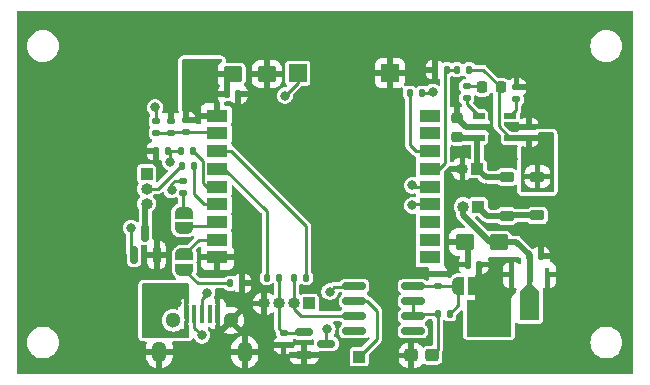
<source format=gtl>
%TF.GenerationSoftware,KiCad,Pcbnew,(7.0.0)*%
%TF.CreationDate,2024-02-23T23:29:38+02:00*%
%TF.ProjectId,mains-detector,6d61696e-732d-4646-9574-6563746f722e,rev?*%
%TF.SameCoordinates,Original*%
%TF.FileFunction,Copper,L1,Top*%
%TF.FilePolarity,Positive*%
%FSLAX46Y46*%
G04 Gerber Fmt 4.6, Leading zero omitted, Abs format (unit mm)*
G04 Created by KiCad (PCBNEW (7.0.0)) date 2024-02-23 23:29:38*
%MOMM*%
%LPD*%
G01*
G04 APERTURE LIST*
G04 Aperture macros list*
%AMRoundRect*
0 Rectangle with rounded corners*
0 $1 Rounding radius*
0 $2 $3 $4 $5 $6 $7 $8 $9 X,Y pos of 4 corners*
0 Add a 4 corners polygon primitive as box body*
4,1,4,$2,$3,$4,$5,$6,$7,$8,$9,$2,$3,0*
0 Add four circle primitives for the rounded corners*
1,1,$1+$1,$2,$3*
1,1,$1+$1,$4,$5*
1,1,$1+$1,$6,$7*
1,1,$1+$1,$8,$9*
0 Add four rect primitives between the rounded corners*
20,1,$1+$1,$2,$3,$4,$5,0*
20,1,$1+$1,$4,$5,$6,$7,0*
20,1,$1+$1,$6,$7,$8,$9,0*
20,1,$1+$1,$8,$9,$2,$3,0*%
%AMFreePoly0*
4,1,19,0.500000,-0.750000,0.000000,-0.750000,0.000000,-0.744911,-0.071157,-0.744911,-0.207708,-0.704816,-0.327430,-0.627875,-0.420627,-0.520320,-0.479746,-0.390866,-0.500000,-0.250000,-0.500000,0.250000,-0.479746,0.390866,-0.420627,0.520320,-0.327430,0.627875,-0.207708,0.704816,-0.071157,0.744911,0.000000,0.744911,0.000000,0.750000,0.500000,0.750000,0.500000,-0.750000,0.500000,-0.750000,
$1*%
%AMFreePoly1*
4,1,19,0.000000,0.744911,0.071157,0.744911,0.207708,0.704816,0.327430,0.627875,0.420627,0.520320,0.479746,0.390866,0.500000,0.250000,0.500000,-0.250000,0.479746,-0.390866,0.420627,-0.520320,0.327430,-0.627875,0.207708,-0.704816,0.071157,-0.744911,0.000000,-0.744911,0.000000,-0.750000,-0.500000,-0.750000,-0.500000,0.750000,0.000000,0.750000,0.000000,0.744911,0.000000,0.744911,
$1*%
G04 Aperture macros list end*
%TA.AperFunction,SMDPad,CuDef*%
%ADD10RoundRect,0.140000X0.140000X0.170000X-0.140000X0.170000X-0.140000X-0.170000X0.140000X-0.170000X0*%
%TD*%
%TA.AperFunction,SMDPad,CuDef*%
%ADD11RoundRect,0.135000X-0.185000X0.135000X-0.185000X-0.135000X0.185000X-0.135000X0.185000X0.135000X0*%
%TD*%
%TA.AperFunction,SMDPad,CuDef*%
%ADD12RoundRect,0.150000X-0.825000X-0.150000X0.825000X-0.150000X0.825000X0.150000X-0.825000X0.150000X0*%
%TD*%
%TA.AperFunction,SMDPad,CuDef*%
%ADD13RoundRect,0.218750X-0.218750X-0.256250X0.218750X-0.256250X0.218750X0.256250X-0.218750X0.256250X0*%
%TD*%
%TA.AperFunction,SMDPad,CuDef*%
%ADD14RoundRect,0.135000X0.185000X-0.135000X0.185000X0.135000X-0.185000X0.135000X-0.185000X-0.135000X0*%
%TD*%
%TA.AperFunction,SMDPad,CuDef*%
%ADD15RoundRect,0.150000X-0.587500X-0.150000X0.587500X-0.150000X0.587500X0.150000X-0.587500X0.150000X0*%
%TD*%
%TA.AperFunction,SMDPad,CuDef*%
%ADD16FreePoly0,0.000000*%
%TD*%
%TA.AperFunction,SMDPad,CuDef*%
%ADD17FreePoly1,0.000000*%
%TD*%
%TA.AperFunction,SMDPad,CuDef*%
%ADD18RoundRect,0.225000X0.250000X-0.225000X0.250000X0.225000X-0.250000X0.225000X-0.250000X-0.225000X0*%
%TD*%
%TA.AperFunction,SMDPad,CuDef*%
%ADD19RoundRect,0.135000X0.135000X0.185000X-0.135000X0.185000X-0.135000X-0.185000X0.135000X-0.185000X0*%
%TD*%
%TA.AperFunction,SMDPad,CuDef*%
%ADD20RoundRect,0.150000X0.150000X-0.587500X0.150000X0.587500X-0.150000X0.587500X-0.150000X-0.587500X0*%
%TD*%
%TA.AperFunction,ComponentPad*%
%ADD21R,1.000000X1.000000*%
%TD*%
%TA.AperFunction,ComponentPad*%
%ADD22O,1.000000X1.000000*%
%TD*%
%TA.AperFunction,SMDPad,CuDef*%
%ADD23RoundRect,0.140000X0.170000X-0.140000X0.170000X0.140000X-0.170000X0.140000X-0.170000X-0.140000X0*%
%TD*%
%TA.AperFunction,SMDPad,CuDef*%
%ADD24RoundRect,0.140000X-0.170000X0.140000X-0.170000X-0.140000X0.170000X-0.140000X0.170000X0.140000X0*%
%TD*%
%TA.AperFunction,SMDPad,CuDef*%
%ADD25RoundRect,0.250000X0.312500X0.275000X-0.312500X0.275000X-0.312500X-0.275000X0.312500X-0.275000X0*%
%TD*%
%TA.AperFunction,SMDPad,CuDef*%
%ADD26R,0.431800X1.193800*%
%TD*%
%TA.AperFunction,SMDPad,CuDef*%
%ADD27R,0.482600X1.193800*%
%TD*%
%TA.AperFunction,SMDPad,CuDef*%
%ADD28RoundRect,0.250000X-0.537500X-0.425000X0.537500X-0.425000X0.537500X0.425000X-0.537500X0.425000X0*%
%TD*%
%TA.AperFunction,SMDPad,CuDef*%
%ADD29FreePoly0,90.000000*%
%TD*%
%TA.AperFunction,SMDPad,CuDef*%
%ADD30FreePoly1,90.000000*%
%TD*%
%TA.AperFunction,SMDPad,CuDef*%
%ADD31RoundRect,0.140000X-0.140000X-0.170000X0.140000X-0.170000X0.140000X0.170000X-0.140000X0.170000X0*%
%TD*%
%TA.AperFunction,SMDPad,CuDef*%
%ADD32RoundRect,0.225000X0.375000X-0.225000X0.375000X0.225000X-0.375000X0.225000X-0.375000X-0.225000X0*%
%TD*%
%TA.AperFunction,SMDPad,CuDef*%
%ADD33RoundRect,0.135000X-0.135000X-0.185000X0.135000X-0.185000X0.135000X0.185000X-0.135000X0.185000X0*%
%TD*%
%TA.AperFunction,SMDPad,CuDef*%
%ADD34RoundRect,0.250000X0.537500X0.425000X-0.537500X0.425000X-0.537500X-0.425000X0.537500X-0.425000X0*%
%TD*%
%TA.AperFunction,SMDPad,CuDef*%
%ADD35R,0.977900X0.508000*%
%TD*%
%TA.AperFunction,SMDPad,CuDef*%
%ADD36FreePoly0,270.000000*%
%TD*%
%TA.AperFunction,SMDPad,CuDef*%
%ADD37FreePoly1,270.000000*%
%TD*%
%TA.AperFunction,SMDPad,CuDef*%
%ADD38R,1.500000X1.500000*%
%TD*%
%TA.AperFunction,SMDPad,CuDef*%
%ADD39R,0.400000X1.600000*%
%TD*%
%TA.AperFunction,ComponentPad*%
%ADD40C,1.300000*%
%TD*%
%TA.AperFunction,ComponentPad*%
%ADD41O,1.300000X1.800000*%
%TD*%
%TA.AperFunction,SMDPad,CuDef*%
%ADD42R,1.800000X1.100000*%
%TD*%
%TA.AperFunction,ViaPad*%
%ADD43C,0.800000*%
%TD*%
%TA.AperFunction,Conductor*%
%ADD44C,0.250000*%
%TD*%
%TA.AperFunction,Conductor*%
%ADD45C,0.500000*%
%TD*%
G04 APERTURE END LIST*
%TO.C,U1*%
G36*
X43639800Y-23225300D02*
G01*
X44224000Y-23758700D01*
X44224000Y-26222500D01*
X42573000Y-26222500D01*
X42573000Y-23758700D01*
X43157200Y-23199900D01*
X43157200Y-22971300D01*
X43639800Y-22971300D01*
X43639800Y-23225300D01*
G37*
%TD*%
D10*
%TO.P,C1,1*%
%TO.N,GND*%
X18747000Y-7076500D03*
%TO.P,C1,2*%
%TO.N,VCC*%
X17787000Y-7076500D03*
%TD*%
D11*
%TO.P,R9,1*%
%TO.N,VCC*%
X14320000Y-9290000D03*
%TO.P,R9,2*%
%TO.N,EN*%
X14320000Y-10310000D03*
%TD*%
D12*
%TO.P,U3,1,GND*%
%TO.N,Net-(Q1-D)*%
X28570000Y-23330000D03*
%TO.P,U3,2,TR*%
%TO.N,Net-(J4-Pin_1)*%
X28570000Y-24600000D03*
%TO.P,U3,3,Q*%
%TO.N,IO4*%
X28570000Y-25870000D03*
%TO.P,U3,4,R*%
%TO.N,unconnected-(U3-R-Pad4)*%
X28570000Y-27140000D03*
%TO.P,U3,5,CV*%
%TO.N,unconnected-(U3-CV-Pad5)*%
X33520000Y-27140000D03*
%TO.P,U3,6,THR*%
%TO.N,Net-(U3-DIS)*%
X33520000Y-25870000D03*
%TO.P,U3,7,DIS*%
X33520000Y-24600000D03*
%TO.P,U3,8,VCC*%
%TO.N,Net-(JP3-A)*%
X33520000Y-23330000D03*
%TD*%
D13*
%TO.P,D1,1,K*%
%TO.N,Net-(D1-K)*%
X39382500Y-6500000D03*
%TO.P,D1,2,A*%
%TO.N,VBUS*%
X40957500Y-6500000D03*
%TD*%
D11*
%TO.P,R3,1*%
%TO.N,VCC*%
X14070000Y-14390000D03*
%TO.P,R3,2*%
%TO.N,Net-(JP1-A)*%
X14070000Y-15410000D03*
%TD*%
D14*
%TO.P,R4,1*%
%TO.N,Net-(U2-CHRG)*%
X38070000Y-7410000D03*
%TO.P,R4,2*%
%TO.N,Net-(D1-K)*%
X38070000Y-6390000D03*
%TD*%
D15*
%TO.P,Q1,1,G*%
%TO.N,IO5*%
X24320000Y-27250000D03*
%TO.P,Q1,2,S*%
%TO.N,GND*%
X24320000Y-29150000D03*
%TO.P,Q1,3,D*%
%TO.N,Net-(Q1-D)*%
X26195000Y-28200000D03*
%TD*%
D16*
%TO.P,JP3,1,A*%
%TO.N,Net-(JP3-A)*%
X37370000Y-23300000D03*
D17*
%TO.P,JP3,2,B*%
%TO.N,VCC*%
X38670000Y-23300000D03*
%TD*%
D18*
%TO.P,C8,1*%
%TO.N,Net-(BT1-+)*%
X37290000Y-10675000D03*
%TO.P,C8,2*%
%TO.N,GND*%
X37290000Y-9125000D03*
%TD*%
D19*
%TO.P,R6,1*%
%TO.N,VBUS*%
X38270000Y-5000000D03*
%TO.P,R6,2*%
%TO.N,SENSE*%
X37250000Y-5000000D03*
%TD*%
%TO.P,R7,1*%
%TO.N,SENSE*%
X36380000Y-5000000D03*
%TO.P,R7,2*%
%TO.N,GND*%
X35360000Y-5000000D03*
%TD*%
D20*
%TO.P,Q2,1,G*%
%TO.N,Net-(Q2-G)*%
X9920000Y-20675000D03*
%TO.P,Q2,2,S*%
%TO.N,GND*%
X11820000Y-20675000D03*
%TO.P,Q2,3,D*%
%TO.N,Net-(J2-Pin_3)*%
X10870000Y-18800000D03*
%TD*%
D21*
%TO.P,J3,1,Pin_1*%
%TO.N,VCC*%
X24759999Y-24799999D03*
D22*
%TO.P,J3,2,Pin_2*%
%TO.N,IO4*%
X23489999Y-24799999D03*
%TO.P,J3,3,Pin_3*%
%TO.N,IO5*%
X22219999Y-24799999D03*
%TO.P,J3,4,Pin_4*%
%TO.N,GND*%
X20949999Y-24799999D03*
%TD*%
D14*
%TO.P,R5,1*%
%TO.N,Net-(U2-PROG)*%
X42290000Y-7510000D03*
%TO.P,R5,2*%
%TO.N,GND*%
X42290000Y-6490000D03*
%TD*%
D21*
%TO.P,J4,1,Pin_1*%
%TO.N,Net-(J4-Pin_1)*%
X28969999Y-29299999D03*
%TD*%
%TO.P,J2,1,Pin_1*%
%TO.N,VCC*%
X10969999Y-13799999D03*
D22*
%TO.P,J2,2,Pin_2*%
%TO.N,Net-(J2-Pin_2)*%
X10969999Y-15069999D03*
%TO.P,J2,3,Pin_3*%
%TO.N,Net-(J2-Pin_3)*%
X10969999Y-16339999D03*
%TD*%
D23*
%TO.P,C7,1*%
%TO.N,VBUS*%
X43320000Y-10780000D03*
%TO.P,C7,2*%
%TO.N,GND*%
X43320000Y-9820000D03*
%TD*%
D24*
%TO.P,C9,1*%
%TO.N,GND*%
X35670000Y-22320000D03*
%TO.P,C9,2*%
%TO.N,Net-(JP3-A)*%
X35670000Y-23280000D03*
%TD*%
D21*
%TO.P,SW2,1,A*%
%TO.N,Net-(D2-K)*%
X39049999Y-16599999D03*
D22*
%TO.P,SW2,2,B*%
%TO.N,Net-(SW2-B)*%
X37779999Y-16599999D03*
%TD*%
D25*
%TO.P,C10,1*%
%TO.N,Net-(U3-DIS)*%
X35157500Y-29200000D03*
%TO.P,C10,2*%
%TO.N,GND*%
X33382500Y-29200000D03*
%TD*%
D26*
%TO.P,U1,1,VSS*%
%TO.N,GND*%
X44898499Y-22374399D03*
D27*
%TO.P,U1,2,VIN*%
%TO.N,Net-(SW2-B)*%
X43398499Y-22374399D03*
D26*
%TO.P,U1,3,VOUT*%
%TO.N,VCC*%
X41898499Y-22374399D03*
%TD*%
D19*
%TO.P,R1,1*%
%TO.N,VCC*%
X34280000Y-7000000D03*
%TO.P,R1,2*%
%TO.N,Net-(L1-IO2)*%
X33260000Y-7000000D03*
%TD*%
D28*
%TO.P,C2,1*%
%TO.N,VCC*%
X18279500Y-5376500D03*
%TO.P,C2,2*%
%TO.N,GND*%
X21154500Y-5376500D03*
%TD*%
D14*
%TO.P,R10,1*%
%TO.N,EN*%
X11770000Y-10360000D03*
%TO.P,R10,2*%
%TO.N,Net-(R10-Pad2)*%
X11770000Y-9340000D03*
%TD*%
D19*
%TO.P,R12,1*%
%TO.N,TX_EN*%
X14870000Y-11900000D03*
%TO.P,R12,2*%
%TO.N,Net-(Q2-G)*%
X13850000Y-11900000D03*
%TD*%
D29*
%TO.P,JP2,1,A*%
%TO.N,Net-(JP2-A)*%
X14170000Y-21950000D03*
D30*
%TO.P,JP2,2,B*%
%TO.N,Net-(JP2-B)*%
X14170000Y-20650000D03*
%TD*%
D31*
%TO.P,C5,1*%
%TO.N,Net-(SW2-B)*%
X43390000Y-20800000D03*
%TO.P,C5,2*%
%TO.N,GND*%
X44350000Y-20800000D03*
%TD*%
D32*
%TO.P,D3,1,K*%
%TO.N,Net-(D2-K)*%
X41470000Y-17400000D03*
%TO.P,D3,2,A*%
%TO.N,Net-(BT1-+)*%
X41470000Y-14100000D03*
%TD*%
D33*
%TO.P,R17,1*%
%TO.N,Net-(U3-DIS)*%
X35610000Y-25700000D03*
%TO.P,R17,2*%
%TO.N,Net-(JP3-A)*%
X36630000Y-25700000D03*
%TD*%
D34*
%TO.P,C4,1*%
%TO.N,Net-(SW2-B)*%
X40770000Y-19600000D03*
%TO.P,C4,2*%
%TO.N,GND*%
X37895000Y-19600000D03*
%TD*%
D21*
%TO.P,BT1,1,+*%
%TO.N,Net-(BT1-+)*%
X38989999Y-13399999D03*
D22*
%TO.P,BT1,2,-*%
%TO.N,GND*%
X37719999Y-13399999D03*
%TD*%
D10*
%TO.P,C6,1*%
%TO.N,VCC*%
X39150000Y-21500000D03*
%TO.P,C6,2*%
%TO.N,GND*%
X38190000Y-21500000D03*
%TD*%
D35*
%TO.P,U2,1,CHRG*%
%TO.N,Net-(U2-CHRG)*%
X39089999Y-8899997D03*
%TO.P,U2,2,GND*%
%TO.N,GND*%
X39089999Y-9849998D03*
%TO.P,U2,3,BAT*%
%TO.N,Net-(BT1-+)*%
X39089999Y-10799999D03*
%TO.P,U2,4,VCC*%
%TO.N,VBUS*%
X41769699Y-10799999D03*
%TO.P,U2,5,PROG*%
%TO.N,Net-(U2-PROG)*%
X41769699Y-8899997D03*
%TD*%
D23*
%TO.P,C3,1*%
%TO.N,EN*%
X13020000Y-10330000D03*
%TO.P,C3,2*%
%TO.N,GND*%
X13020000Y-9370000D03*
%TD*%
D14*
%TO.P,R16,1*%
%TO.N,GND*%
X22570000Y-28310000D03*
%TO.P,R16,2*%
%TO.N,IO5*%
X22570000Y-27290000D03*
%TD*%
D36*
%TO.P,JP1,1,A*%
%TO.N,Net-(JP1-A)*%
X14100000Y-17100000D03*
D37*
%TO.P,JP1,2,B*%
%TO.N,Net-(JP1-B)*%
X14100000Y-18400000D03*
%TD*%
D19*
%TO.P,R11,1*%
%TO.N,TX*%
X14970000Y-13200000D03*
%TO.P,R11,2*%
%TO.N,Net-(J2-Pin_2)*%
X13950000Y-13200000D03*
%TD*%
D33*
%TO.P,R2,1*%
%TO.N,Net-(JP2-A)*%
X18060000Y-23100000D03*
%TO.P,R2,2*%
%TO.N,GND*%
X19080000Y-23100000D03*
%TD*%
D38*
%TO.P,SW1,1,1*%
%TO.N,GND*%
X31569999Y-5299999D03*
%TO.P,SW1,2,2*%
%TO.N,Net-(R10-Pad2)*%
X23769999Y-5299999D03*
%TD*%
D32*
%TO.P,D2,1,K*%
%TO.N,Net-(D2-K)*%
X44070000Y-17350000D03*
%TO.P,D2,2,A*%
%TO.N,VBUS*%
X44070000Y-14050000D03*
%TD*%
D33*
%TO.P,R18,1*%
%TO.N,IO4*%
X23460000Y-22600000D03*
%TO.P,R18,2*%
%TO.N,Net-(L1-IO4)*%
X24480000Y-22600000D03*
%TD*%
D39*
%TO.P,USB1,1,VBUS*%
%TO.N,VBUS*%
X14369999Y-25707999D03*
%TO.P,USB1,2,D-*%
%TO.N,Net-(USB1-D-)*%
X15019999Y-25707999D03*
%TO.P,USB1,3,D+*%
%TO.N,Net-(USB1-D+)*%
X15669999Y-25707999D03*
%TO.P,USB1,4,ID*%
%TO.N,unconnected-(USB1-ID-Pad4)*%
X16319999Y-25707999D03*
%TO.P,USB1,5,GND*%
%TO.N,GND*%
X16969999Y-25707999D03*
D40*
%TO.P,USB1,6,SH1*%
X18095000Y-26230000D03*
D41*
%TO.P,USB1,7,SH2*%
X19294999Y-28899999D03*
%TO.P,USB1,8,SH3*%
X12044999Y-28899999D03*
D40*
%TO.P,USB1,9,SH4*%
X13245000Y-26230000D03*
%TD*%
D42*
%TO.P,L1,1,VCC*%
%TO.N,VCC*%
X16969999Y-8899999D03*
%TO.P,L1,2,EN*%
%TO.N,EN*%
X16969999Y-10399999D03*
%TO.P,L1,3,IO4*%
%TO.N,Net-(L1-IO4)*%
X16969999Y-11899999D03*
%TO.P,L1,4,IO5*%
%TO.N,Net-(L1-IO5)*%
X16969999Y-13399999D03*
%TO.P,L1,5,IO6*%
%TO.N,TX_EN*%
X16969999Y-14899999D03*
%TO.P,L1,6,IO7*%
%TO.N,TX*%
X16969999Y-16399999D03*
%TO.P,L1,7,IO8*%
%TO.N,Net-(JP1-B)*%
X16969999Y-17899999D03*
%TO.P,L1,8,IO9*%
%TO.N,Net-(JP2-B)*%
X16969999Y-19399999D03*
%TO.P,L1,9,GND*%
%TO.N,GND*%
X16969999Y-20899999D03*
%TO.P,L1,10,IO10*%
%TO.N,unconnected-(L1-IO10-Pad10)*%
X34969999Y-20899999D03*
%TO.P,L1,11,RXD*%
%TO.N,unconnected-(L1-RXD-Pad11)*%
X34969999Y-19399999D03*
%TO.P,L1,12,TXD*%
%TO.N,unconnected-(L1-TXD-Pad12)*%
X34969999Y-17899999D03*
%TO.P,L1,13,IO18*%
%TO.N,D-*%
X34969999Y-16399999D03*
%TO.P,L1,14,IO19*%
%TO.N,D+*%
X34969999Y-14899999D03*
%TO.P,L1,15,IO3*%
%TO.N,SENSE*%
X34969999Y-13399999D03*
%TO.P,L1,16,IO2*%
%TO.N,Net-(L1-IO2)*%
X34969999Y-11899999D03*
%TO.P,L1,17,IO1*%
%TO.N,unconnected-(L1-IO1-Pad17)*%
X34969999Y-10399999D03*
%TO.P,L1,18,IO0*%
%TO.N,unconnected-(L1-IO0-Pad18)*%
X34969999Y-8899999D03*
%TD*%
D19*
%TO.P,R19,1*%
%TO.N,IO5*%
X22180000Y-22600000D03*
%TO.P,R19,2*%
%TO.N,Net-(L1-IO5)*%
X21160000Y-22600000D03*
%TD*%
D33*
%TO.P,R13,1*%
%TO.N,GND*%
X11750000Y-11900000D03*
%TO.P,R13,2*%
%TO.N,Net-(Q2-G)*%
X12770000Y-11900000D03*
%TD*%
D43*
%TO.N,GND*%
X18770000Y-9000000D03*
X32870000Y-20800000D03*
X25270000Y-9000000D03*
X20070000Y-9000000D03*
X39670000Y-15000000D03*
X18970000Y-18000000D03*
X27670000Y-20800000D03*
X18970000Y-16700000D03*
X26370000Y-20800000D03*
X22670000Y-9000000D03*
X38370000Y-15000000D03*
X21370000Y-9000000D03*
X30270000Y-20800000D03*
X28970000Y-20800000D03*
X36970000Y-21400000D03*
X37070000Y-15000000D03*
X23970000Y-9000000D03*
X26670000Y-9000000D03*
X40670000Y-12600000D03*
X27970000Y-9000000D03*
X18970000Y-19300000D03*
X18970000Y-20600000D03*
X29270000Y-9000000D03*
X41970000Y-12600000D03*
X31570000Y-20800000D03*
%TO.N,VCC*%
X35200000Y-6900000D03*
X14870000Y-4850000D03*
X16220000Y-4850000D03*
X38770000Y-26600000D03*
X38770000Y-25300000D03*
X40270000Y-26600000D03*
X40270000Y-22600000D03*
X40270000Y-25300000D03*
X40270000Y-23900000D03*
X13100000Y-15200000D03*
X14870000Y-6450000D03*
X16220000Y-6450000D03*
X14870000Y-7950000D03*
%TO.N,VBUS*%
X13570000Y-23700000D03*
X44870000Y-12400000D03*
X43470000Y-12400000D03*
X12470000Y-23700000D03*
X11270000Y-23700000D03*
X13570000Y-24800000D03*
X11270000Y-24800000D03*
X11270000Y-25900000D03*
X44870000Y-11100000D03*
X12470000Y-24800000D03*
%TO.N,D+*%
X33470000Y-14800000D03*
%TO.N,D-*%
X33470000Y-16500000D03*
%TO.N,Net-(Q1-D)*%
X26470000Y-23800000D03*
X26270000Y-27000000D03*
%TO.N,Net-(Q2-G)*%
X12970000Y-12800000D03*
X9670000Y-18400000D03*
%TO.N,Net-(R10-Pad2)*%
X22700000Y-7200000D03*
X11700000Y-8200000D03*
%TO.N,Net-(USB1-D+)*%
X16070000Y-23900000D03*
%TO.N,Net-(USB1-D-)*%
X15670000Y-27500000D03*
%TD*%
D44*
%TO.N,Net-(U3-DIS)*%
X35610000Y-28747500D02*
X35157500Y-29200000D01*
X35610000Y-25700000D02*
X35610000Y-28747500D01*
D45*
%TO.N,Net-(BT1-+)*%
X39090000Y-10800000D02*
X37415000Y-10800000D01*
X38990000Y-10900000D02*
X39090000Y-10800000D01*
X38990000Y-13400000D02*
X38990000Y-10900000D01*
X41470000Y-14100000D02*
X39690000Y-14100000D01*
X39690000Y-14100000D02*
X38990000Y-13400000D01*
X38970000Y-10920000D02*
X39090000Y-10800000D01*
X37415000Y-10800000D02*
X37290000Y-10675000D01*
%TO.N,GND*%
X39782949Y-9849999D02*
X40270000Y-10337050D01*
X38014999Y-9849999D02*
X39090000Y-9849999D01*
X39090000Y-9849999D02*
X39782949Y-9849999D01*
X37290000Y-9125000D02*
X38014999Y-9849999D01*
X38190000Y-19895000D02*
X37895000Y-19600000D01*
X38190000Y-21500000D02*
X38190000Y-19895000D01*
X40270000Y-10337050D02*
X40270000Y-11200000D01*
D44*
%TO.N,VCC*%
X35200000Y-6900000D02*
X35100000Y-7000000D01*
D45*
X17787000Y-5869000D02*
X18279500Y-5376500D01*
X17787000Y-7076500D02*
X17787000Y-5869000D01*
D44*
X14070000Y-14390000D02*
X13380000Y-14390000D01*
X35100000Y-7000000D02*
X34280000Y-7000000D01*
X13380000Y-14390000D02*
X13070000Y-14700000D01*
X13070000Y-14700000D02*
X13070000Y-15200000D01*
%TO.N,EN*%
X13020000Y-10330000D02*
X11800000Y-10330000D01*
X16880000Y-10310000D02*
X16970000Y-10400000D01*
X14320000Y-10310000D02*
X16880000Y-10310000D01*
X14320000Y-10310000D02*
X13040000Y-10310000D01*
X11800000Y-10330000D02*
X11770000Y-10360000D01*
X13040000Y-10310000D02*
X13020000Y-10330000D01*
D45*
%TO.N,Net-(SW2-B)*%
X40042894Y-19600000D02*
X40507500Y-19600000D01*
X40507500Y-19600000D02*
X42270000Y-19600000D01*
X37750000Y-17307106D02*
X40042894Y-19600000D01*
X42270000Y-19600000D02*
X43398500Y-20728500D01*
X37750000Y-16600000D02*
X37750000Y-17307106D01*
X43398500Y-20728500D02*
X43398500Y-22374400D01*
D44*
%TO.N,VBUS*%
X40957500Y-6500000D02*
X39457500Y-5000000D01*
D45*
X41769700Y-10800000D02*
X42470000Y-10800000D01*
D44*
X40770000Y-6687500D02*
X40957500Y-6500000D01*
X40770000Y-9800300D02*
X40770000Y-6687500D01*
X41769700Y-10800000D02*
X40770000Y-9800300D01*
D45*
X42470000Y-10800000D02*
X42490000Y-10780000D01*
X42490000Y-10780000D02*
X43320000Y-10780000D01*
D44*
X39457500Y-5000000D02*
X38270000Y-5000000D01*
%TO.N,Net-(JP3-A)*%
X37370000Y-24960000D02*
X36630000Y-25700000D01*
X35690000Y-23300000D02*
X35670000Y-23280000D01*
X37370000Y-23300000D02*
X35690000Y-23300000D01*
X37370000Y-23300000D02*
X37370000Y-24960000D01*
X35670000Y-23280000D02*
X33570000Y-23280000D01*
X33570000Y-23280000D02*
X33520000Y-23330000D01*
%TO.N,Net-(U3-DIS)*%
X35610000Y-25700000D02*
X33690000Y-25700000D01*
X33690000Y-25700000D02*
X33520000Y-25870000D01*
X33520000Y-25870000D02*
X33520000Y-24600000D01*
%TO.N,Net-(D1-K)*%
X38070000Y-6390000D02*
X39272500Y-6390000D01*
X39272500Y-6390000D02*
X39382500Y-6500000D01*
D45*
%TO.N,Net-(D2-K)*%
X39820000Y-17400000D02*
X39020000Y-16600000D01*
X41470000Y-17400000D02*
X39820000Y-17400000D01*
X44070000Y-17350000D02*
X41520000Y-17350000D01*
X41520000Y-17350000D02*
X41470000Y-17400000D01*
D44*
%TO.N,Net-(J2-Pin_2)*%
X13850000Y-13200000D02*
X11980000Y-15070000D01*
X11980000Y-15070000D02*
X10970000Y-15070000D01*
D45*
%TO.N,Net-(J2-Pin_3)*%
X10870000Y-16440000D02*
X10970000Y-16340000D01*
X10870000Y-18800000D02*
X10870000Y-16440000D01*
D44*
%TO.N,IO4*%
X24052894Y-25870000D02*
X23490000Y-25307106D01*
X23490000Y-24800000D02*
X23490000Y-22630000D01*
X23490000Y-25307106D02*
X23490000Y-24600000D01*
X28570000Y-25870000D02*
X24052894Y-25870000D01*
X23490000Y-22630000D02*
X23460000Y-22600000D01*
%TO.N,IO5*%
X22220000Y-22640000D02*
X22180000Y-22600000D01*
X24280000Y-27290000D02*
X24320000Y-27250000D01*
X22220000Y-24600000D02*
X22220000Y-26940000D01*
X22570000Y-27290000D02*
X24280000Y-27290000D01*
X22220000Y-24800000D02*
X22220000Y-22640000D01*
X22220000Y-26940000D02*
X22570000Y-27290000D01*
%TO.N,Net-(J4-Pin_1)*%
X30470000Y-25400000D02*
X30470000Y-27800000D01*
X29670000Y-24600000D02*
X30470000Y-25400000D01*
X30470000Y-27800000D02*
X28970000Y-29300000D01*
X28570000Y-24600000D02*
X29670000Y-24600000D01*
%TO.N,Net-(JP1-A)*%
X14070000Y-15410000D02*
X14070000Y-17050000D01*
%TO.N,Net-(JP1-B)*%
X13820000Y-18200000D02*
X16670000Y-18200000D01*
X16670000Y-18200000D02*
X16970000Y-17900000D01*
%TO.N,Net-(JP2-A)*%
X18060000Y-23100000D02*
X15320000Y-23100000D01*
X15320000Y-23100000D02*
X14170000Y-21950000D01*
%TO.N,Net-(JP2-B)*%
X14170000Y-20650000D02*
X15420000Y-19400000D01*
X15420000Y-19400000D02*
X16970000Y-19400000D01*
%TO.N,Net-(L1-IO2)*%
X33820000Y-11900000D02*
X34970000Y-11900000D01*
X33260000Y-11340000D02*
X33820000Y-11900000D01*
X33260000Y-7000000D02*
X33260000Y-11340000D01*
%TO.N,SENSE*%
X35770000Y-13400000D02*
X34970000Y-13400000D01*
X36380000Y-5000000D02*
X36270000Y-5110000D01*
X36380000Y-5000000D02*
X37250000Y-5000000D01*
X36270000Y-12900000D02*
X35770000Y-13400000D01*
X36270000Y-5110000D02*
X36270000Y-12900000D01*
%TO.N,D+*%
X33570000Y-14900000D02*
X33470000Y-14800000D01*
X34970000Y-14900000D02*
X33570000Y-14900000D01*
%TO.N,D-*%
X34970000Y-16400000D02*
X33570000Y-16400000D01*
X33570000Y-16400000D02*
X33470000Y-16500000D01*
%TO.N,TX*%
X15820000Y-16400000D02*
X16970000Y-16400000D01*
X14970000Y-15550000D02*
X15820000Y-16400000D01*
X14970000Y-13200000D02*
X14970000Y-15550000D01*
%TO.N,TX_EN*%
X15745000Y-12775000D02*
X15745000Y-14575000D01*
X15745000Y-14575000D02*
X16070000Y-14900000D01*
X14870000Y-11900000D02*
X15745000Y-12775000D01*
X16070000Y-14900000D02*
X16970000Y-14900000D01*
%TO.N,Net-(L1-IO5)*%
X21160000Y-16990000D02*
X17570000Y-13400000D01*
X17570000Y-13400000D02*
X16970000Y-13400000D01*
X21160000Y-22600000D02*
X21160000Y-16990000D01*
%TO.N,Net-(L1-IO4)*%
X24480000Y-22600000D02*
X24480000Y-18260000D01*
X18120000Y-11900000D02*
X16970000Y-11900000D01*
X24480000Y-18260000D02*
X18120000Y-11900000D01*
%TO.N,Net-(Q1-D)*%
X26195000Y-27075000D02*
X26270000Y-27000000D01*
X28500000Y-23400000D02*
X28570000Y-23330000D01*
X26870000Y-23400000D02*
X28500000Y-23400000D01*
X26195000Y-28200000D02*
X26195000Y-27075000D01*
X26470000Y-23800000D02*
X26870000Y-23400000D01*
%TO.N,Net-(Q2-G)*%
X9670000Y-20425000D02*
X9920000Y-20675000D01*
X9670000Y-18400000D02*
X9670000Y-20425000D01*
X12770000Y-11900000D02*
X12970000Y-12100000D01*
X13850000Y-11900000D02*
X12770000Y-11900000D01*
X12970000Y-12100000D02*
X12970000Y-12800000D01*
%TO.N,Net-(U2-CHRG)*%
X39090000Y-8899998D02*
X38070000Y-7879998D01*
X38070000Y-7879998D02*
X38070000Y-7410000D01*
%TO.N,Net-(U2-PROG)*%
X41769700Y-8899998D02*
X42290000Y-8379698D01*
X42290000Y-8379698D02*
X42290000Y-7510000D01*
%TO.N,Net-(R10-Pad2)*%
X11770000Y-9340000D02*
X11770000Y-8200000D01*
X23770000Y-5300000D02*
X23770000Y-6100000D01*
X23770000Y-6100000D02*
X22670000Y-7200000D01*
%TO.N,Net-(USB1-D+)*%
X16070000Y-23900000D02*
X16170000Y-23900000D01*
X15670000Y-25316000D02*
X15670000Y-24400000D01*
X16070000Y-24000000D02*
X16070000Y-23900000D01*
X16170000Y-23900000D02*
X16070000Y-24000000D01*
X15670000Y-24400000D02*
X16070000Y-24000000D01*
%TO.N,Net-(USB1-D-)*%
X15670000Y-27500000D02*
X15020000Y-26850000D01*
X15020000Y-26850000D02*
X15020000Y-25316000D01*
%TD*%
%TA.AperFunction,Conductor*%
%TO.N,VCC*%
G36*
X42608000Y-20916613D02*
G01*
X42653387Y-20962000D01*
X42670000Y-21024000D01*
X42670000Y-21321144D01*
X42656485Y-21377439D01*
X42618885Y-21421462D01*
X42565398Y-21443617D01*
X42507682Y-21439075D01*
X42473310Y-21418011D01*
X42471589Y-21420311D01*
X42363589Y-21339462D01*
X42348177Y-21331047D01*
X42229041Y-21286611D01*
X42214067Y-21283073D01*
X42165514Y-21277853D01*
X42158918Y-21277500D01*
X42130726Y-21277500D01*
X42117850Y-21280950D01*
X42114400Y-21293826D01*
X42114400Y-23454974D01*
X42117850Y-23467849D01*
X42130726Y-23471300D01*
X42158918Y-23471300D01*
X42168850Y-23470768D01*
X42168902Y-23471748D01*
X42228553Y-23481197D01*
X42278717Y-23522269D01*
X42301295Y-23583043D01*
X42293371Y-23628318D01*
X42296155Y-23629038D01*
X42291180Y-23648267D01*
X42288281Y-23659468D01*
X42283863Y-23673192D01*
X42276651Y-23691808D01*
X42276649Y-23691815D01*
X42272500Y-23702527D01*
X42272500Y-23714014D01*
X42271326Y-23720294D01*
X42270888Y-23726676D01*
X42268010Y-23737800D01*
X42269344Y-23749214D01*
X42268559Y-23760678D01*
X42267147Y-23760581D01*
X42264631Y-23791388D01*
X42242262Y-23834671D01*
X41876548Y-24291814D01*
X41876546Y-24291817D01*
X41870000Y-24300000D01*
X41870000Y-24310483D01*
X41870000Y-27476000D01*
X41853387Y-27538000D01*
X41808000Y-27583387D01*
X41746000Y-27600000D01*
X38194000Y-27600000D01*
X38132000Y-27583387D01*
X38086613Y-27538000D01*
X38070000Y-27476000D01*
X38070000Y-24624000D01*
X38086613Y-24562000D01*
X38132000Y-24516613D01*
X38194000Y-24500000D01*
X38753674Y-24500000D01*
X38770000Y-24500000D01*
X38770000Y-23015818D01*
X41182600Y-23015818D01*
X41182953Y-23022414D01*
X41188173Y-23070967D01*
X41191711Y-23085941D01*
X41236147Y-23205077D01*
X41244562Y-23220489D01*
X41320098Y-23321392D01*
X41332507Y-23333801D01*
X41433410Y-23409337D01*
X41448822Y-23417752D01*
X41567958Y-23462188D01*
X41582932Y-23465726D01*
X41631485Y-23470946D01*
X41638082Y-23471300D01*
X41666274Y-23471300D01*
X41679149Y-23467849D01*
X41682600Y-23454974D01*
X41682600Y-22606626D01*
X41679149Y-22593750D01*
X41666274Y-22590300D01*
X41198926Y-22590300D01*
X41186050Y-22593750D01*
X41182600Y-22606626D01*
X41182600Y-23015818D01*
X38770000Y-23015818D01*
X38770000Y-22425043D01*
X38787683Y-22361226D01*
X38835688Y-22315610D01*
X38897210Y-22301897D01*
X38900000Y-22290075D01*
X39400000Y-22290075D01*
X39402590Y-22301054D01*
X39413857Y-22300479D01*
X39538706Y-22264207D01*
X39552908Y-22258061D01*
X39678660Y-22183691D01*
X39690896Y-22174200D01*
X39722922Y-22142174D01*
X41182600Y-22142174D01*
X41186050Y-22155049D01*
X41198926Y-22158500D01*
X41666274Y-22158500D01*
X41679149Y-22155049D01*
X41682600Y-22142174D01*
X41682600Y-21293826D01*
X41679149Y-21280950D01*
X41666274Y-21277500D01*
X41638082Y-21277500D01*
X41631485Y-21277853D01*
X41582932Y-21283073D01*
X41567958Y-21286611D01*
X41448822Y-21331047D01*
X41433410Y-21339462D01*
X41332507Y-21414998D01*
X41320098Y-21427407D01*
X41244562Y-21528310D01*
X41236147Y-21543722D01*
X41191711Y-21662858D01*
X41188173Y-21677832D01*
X41182953Y-21726385D01*
X41182600Y-21732982D01*
X41182600Y-22142174D01*
X39722922Y-22142174D01*
X39794200Y-22070896D01*
X39803691Y-22058660D01*
X39878060Y-21932909D01*
X39884208Y-21918702D01*
X39925376Y-21777002D01*
X39927310Y-21766415D01*
X39924782Y-21753706D01*
X39911641Y-21750000D01*
X39416326Y-21750000D01*
X39403450Y-21753450D01*
X39400000Y-21766326D01*
X39400000Y-22290075D01*
X38900000Y-22290075D01*
X38900000Y-21374000D01*
X38916613Y-21312000D01*
X38962000Y-21266613D01*
X39024000Y-21250000D01*
X39911637Y-21250000D01*
X39924781Y-21246293D01*
X39927309Y-21233585D01*
X39925375Y-21222994D01*
X39884208Y-21081297D01*
X39880725Y-21073247D01*
X39870988Y-21013301D01*
X39890886Y-20955921D01*
X39935644Y-20914872D01*
X39994526Y-20900000D01*
X42546000Y-20900000D01*
X42608000Y-20916613D01*
G37*
%TD.AperFunction*%
%TD*%
%TA.AperFunction,Conductor*%
%TO.N,VCC*%
G36*
X17317994Y-4116254D02*
G01*
X17363279Y-4160755D01*
X17380601Y-4221836D01*
X17365420Y-4283485D01*
X17321716Y-4329539D01*
X17279808Y-4355387D01*
X17268544Y-4364294D01*
X17154794Y-4478044D01*
X17145890Y-4489305D01*
X17061432Y-4626233D01*
X17055370Y-4639232D01*
X17004624Y-4792374D01*
X17001805Y-4805541D01*
X16992319Y-4898390D01*
X16992000Y-4904668D01*
X16992000Y-5110174D01*
X16995450Y-5123049D01*
X17008326Y-5126500D01*
X18120000Y-5126500D01*
X18120000Y-5626500D01*
X17008327Y-5626500D01*
X16995451Y-5629950D01*
X16992001Y-5642826D01*
X16992001Y-5848329D01*
X16992321Y-5854611D01*
X17001805Y-5947459D01*
X17004623Y-5960622D01*
X17055370Y-6113767D01*
X17061432Y-6126766D01*
X17145890Y-6263694D01*
X17154794Y-6274955D01*
X17176440Y-6296601D01*
X17208534Y-6352188D01*
X17208534Y-6416376D01*
X17176440Y-6471963D01*
X17142799Y-6505603D01*
X17133308Y-6517839D01*
X17058939Y-6643590D01*
X17052791Y-6657797D01*
X17011623Y-6799497D01*
X17009689Y-6810084D01*
X17012217Y-6822793D01*
X17025359Y-6826500D01*
X17913000Y-6826500D01*
X17975000Y-6843113D01*
X18020387Y-6888500D01*
X18037000Y-6950500D01*
X18037000Y-7202500D01*
X18020387Y-7264500D01*
X17975000Y-7309887D01*
X17913000Y-7326500D01*
X17025363Y-7326500D01*
X17012218Y-7330206D01*
X17009690Y-7342914D01*
X17011624Y-7353505D01*
X17052791Y-7495202D01*
X17058939Y-7509409D01*
X17133308Y-7635160D01*
X17142799Y-7647396D01*
X17199327Y-7703924D01*
X17231421Y-7759511D01*
X17231421Y-7823697D01*
X17220000Y-7866323D01*
X17220000Y-9026000D01*
X17203387Y-9088000D01*
X17158000Y-9133387D01*
X17096000Y-9150000D01*
X15586326Y-9150000D01*
X15573450Y-9153450D01*
X15570000Y-9166326D01*
X15570000Y-9476000D01*
X15553387Y-9538000D01*
X15508000Y-9583387D01*
X15446000Y-9600000D01*
X15236578Y-9600000D01*
X15189875Y-9590869D01*
X15150051Y-9564820D01*
X15139970Y-9550255D01*
X15131325Y-9543045D01*
X15118415Y-9540000D01*
X14194000Y-9540000D01*
X14132000Y-9523387D01*
X14086613Y-9478000D01*
X14070000Y-9416000D01*
X14070000Y-9023674D01*
X14570000Y-9023674D01*
X14573450Y-9036549D01*
X14586326Y-9040000D01*
X15118415Y-9040000D01*
X15129394Y-9037409D01*
X15128819Y-9026143D01*
X15094582Y-8908299D01*
X15088434Y-8894092D01*
X15014708Y-8769428D01*
X15005217Y-8757192D01*
X14902807Y-8654782D01*
X14890571Y-8645291D01*
X14870928Y-8633674D01*
X15570000Y-8633674D01*
X15573450Y-8646549D01*
X15586326Y-8650000D01*
X16703674Y-8650000D01*
X16716549Y-8646549D01*
X16720000Y-8633674D01*
X16720000Y-7866326D01*
X16716549Y-7853450D01*
X16703674Y-7850000D01*
X16025482Y-7850000D01*
X16018885Y-7850353D01*
X15970332Y-7855573D01*
X15955358Y-7859111D01*
X15836222Y-7903547D01*
X15820810Y-7911962D01*
X15719907Y-7987498D01*
X15707498Y-7999907D01*
X15631962Y-8100810D01*
X15623547Y-8116222D01*
X15579111Y-8235358D01*
X15575573Y-8250332D01*
X15570353Y-8298885D01*
X15570000Y-8305482D01*
X15570000Y-8633674D01*
X14870928Y-8633674D01*
X14765907Y-8571565D01*
X14751700Y-8565417D01*
X14611212Y-8524601D01*
X14598808Y-8522335D01*
X14587098Y-8521414D01*
X14573706Y-8524078D01*
X14570000Y-8537221D01*
X14570000Y-9023674D01*
X14070000Y-9023674D01*
X14070000Y-8537221D01*
X14066004Y-8523054D01*
X14018512Y-8501534D01*
X13982787Y-8458003D01*
X13970000Y-8403160D01*
X13970000Y-4224000D01*
X13986613Y-4162000D01*
X14032000Y-4116613D01*
X14094000Y-4100000D01*
X17256620Y-4100000D01*
X17317994Y-4116254D01*
G37*
%TD.AperFunction*%
%TD*%
%TA.AperFunction,Conductor*%
%TO.N,GND*%
G36*
X40232610Y-6957760D02*
G01*
X40278085Y-7004018D01*
X40278774Y-7005244D01*
X40281885Y-7013132D01*
X40319306Y-7062478D01*
X40338032Y-7097877D01*
X40344500Y-7137401D01*
X40344500Y-9732907D01*
X40344500Y-9867693D01*
X40347512Y-9876964D01*
X40347514Y-9876973D01*
X40351962Y-9890660D01*
X40356504Y-9909579D01*
X40360281Y-9933426D01*
X40364709Y-9942116D01*
X40364710Y-9942119D01*
X40371243Y-9954939D01*
X40378688Y-9972914D01*
X40386151Y-9995881D01*
X40392711Y-10004910D01*
X40400342Y-10015413D01*
X40410507Y-10032000D01*
X40421472Y-10053520D01*
X40428372Y-10060420D01*
X40943931Y-10575979D01*
X40970811Y-10616207D01*
X40980250Y-10663660D01*
X40980250Y-11095285D01*
X40980250Y-11095302D01*
X40980251Y-11098864D01*
X40980662Y-11102411D01*
X40980663Y-11102422D01*
X40982090Y-11114722D01*
X40983165Y-11123991D01*
X41028544Y-11226765D01*
X41107985Y-11306206D01*
X41164449Y-11331137D01*
X41202227Y-11347818D01*
X41202228Y-11347818D01*
X41210759Y-11351585D01*
X41235885Y-11354500D01*
X42257130Y-11354499D01*
X42312009Y-11367304D01*
X42355554Y-11403075D01*
X42378770Y-11454423D01*
X42376864Y-11510743D01*
X42375014Y-11517612D01*
X42374480Y-11521642D01*
X42374478Y-11521656D01*
X42365036Y-11593013D01*
X42365035Y-11593023D01*
X42364500Y-11597069D01*
X42364500Y-12546008D01*
X42364526Y-12546891D01*
X42364527Y-12546914D01*
X42365028Y-12563508D01*
X42365056Y-12564432D01*
X42365959Y-12579378D01*
X42366043Y-12580307D01*
X42366048Y-12580368D01*
X42366813Y-12588797D01*
X42366813Y-12611220D01*
X42366047Y-12619644D01*
X42366041Y-12619713D01*
X42365961Y-12620602D01*
X42365904Y-12621535D01*
X42365903Y-12621556D01*
X42365324Y-12631140D01*
X42365057Y-12635549D01*
X42365029Y-12636475D01*
X42365027Y-12636520D01*
X42364529Y-12653006D01*
X42364528Y-12653056D01*
X42364500Y-12653992D01*
X42364500Y-12654961D01*
X42364500Y-13359786D01*
X42345894Y-13425117D01*
X42295660Y-13470842D01*
X42228872Y-13483240D01*
X42165574Y-13458590D01*
X42134558Y-13435070D01*
X42104975Y-13412636D01*
X42097079Y-13409522D01*
X41977988Y-13362558D01*
X41977985Y-13362557D01*
X41970590Y-13359641D01*
X41962699Y-13358693D01*
X41962694Y-13358692D01*
X41889821Y-13349941D01*
X41889811Y-13349940D01*
X41886144Y-13349500D01*
X41053856Y-13349500D01*
X41050189Y-13349940D01*
X41050178Y-13349941D01*
X40977305Y-13358692D01*
X40977298Y-13358693D01*
X40969410Y-13359641D01*
X40962016Y-13362556D01*
X40962011Y-13362558D01*
X40842920Y-13409522D01*
X40842916Y-13409523D01*
X40835025Y-13412636D01*
X40828266Y-13417761D01*
X40828265Y-13417762D01*
X40763883Y-13466585D01*
X40719922Y-13499922D01*
X40714799Y-13506677D01*
X40708801Y-13512676D01*
X40706956Y-13510831D01*
X40675928Y-13536540D01*
X40620737Y-13549500D01*
X39969386Y-13549500D01*
X39921933Y-13540061D01*
X39881705Y-13513181D01*
X39826818Y-13458294D01*
X39799938Y-13418066D01*
X39790499Y-13370613D01*
X39790499Y-12858714D01*
X39790499Y-12855136D01*
X39787585Y-12830009D01*
X39742206Y-12727235D01*
X39662765Y-12647794D01*
X39652254Y-12643153D01*
X39652250Y-12643150D01*
X39614414Y-12626444D01*
X39575479Y-12599331D01*
X39549577Y-12559579D01*
X39540500Y-12513010D01*
X39540500Y-11474412D01*
X39552052Y-11422149D01*
X39584554Y-11379624D01*
X39631952Y-11354760D01*
X39639670Y-11352660D01*
X39648941Y-11351585D01*
X39751715Y-11306206D01*
X39831156Y-11226765D01*
X39876535Y-11123991D01*
X39879450Y-11098865D01*
X39879449Y-10565694D01*
X39892567Y-10510186D01*
X39923351Y-10473356D01*
X39922769Y-10472774D01*
X39941451Y-10454091D01*
X40016987Y-10353188D01*
X40025402Y-10337776D01*
X40069838Y-10218640D01*
X40073376Y-10203666D01*
X40078596Y-10155113D01*
X40078950Y-10148517D01*
X40078950Y-10116325D01*
X40075499Y-10103449D01*
X40062624Y-10099999D01*
X38964000Y-10099999D01*
X38902000Y-10083386D01*
X38856613Y-10037999D01*
X38840000Y-9975999D01*
X38840000Y-9723999D01*
X38856613Y-9661999D01*
X38902000Y-9616612D01*
X38964000Y-9599999D01*
X40062624Y-9599999D01*
X40075499Y-9596548D01*
X40078950Y-9583673D01*
X40078950Y-9551481D01*
X40078596Y-9544884D01*
X40073376Y-9496331D01*
X40069838Y-9481357D01*
X40025402Y-9362221D01*
X40016987Y-9346809D01*
X39941451Y-9245906D01*
X39922769Y-9227224D01*
X39923350Y-9226642D01*
X39892565Y-9189806D01*
X39879449Y-9134305D01*
X39879449Y-8601134D01*
X39876535Y-8576007D01*
X39831156Y-8473233D01*
X39751715Y-8393792D01*
X39736783Y-8387199D01*
X39657472Y-8352179D01*
X39657467Y-8352177D01*
X39648941Y-8348413D01*
X39639676Y-8347338D01*
X39627364Y-8345909D01*
X39627351Y-8345908D01*
X39623815Y-8345498D01*
X39620240Y-8345498D01*
X39188610Y-8345498D01*
X39141157Y-8336059D01*
X39100929Y-8309179D01*
X38672855Y-7881105D01*
X38644547Y-7837271D01*
X38636779Y-7785671D01*
X38646403Y-7751501D01*
X38644381Y-7750794D01*
X38647451Y-7742021D01*
X38687741Y-7626879D01*
X38690500Y-7597457D01*
X38690499Y-7298689D01*
X38709105Y-7233359D01*
X38759340Y-7187634D01*
X38826129Y-7175237D01*
X38889424Y-7199886D01*
X38906868Y-7213115D01*
X39039654Y-7265479D01*
X39123098Y-7275500D01*
X39638202Y-7275500D01*
X39641902Y-7275500D01*
X39725346Y-7265479D01*
X39858132Y-7213115D01*
X39971867Y-7126867D01*
X40058115Y-7013132D01*
X40061225Y-7005243D01*
X40061915Y-7004018D01*
X40107390Y-6957760D01*
X40170000Y-6940793D01*
X40232610Y-6957760D01*
G37*
%TD.AperFunction*%
%TA.AperFunction,Conductor*%
G36*
X37833632Y-5503844D02*
G01*
X37929206Y-5574381D01*
X37940857Y-5578458D01*
X37943698Y-5580473D01*
X37946191Y-5581791D01*
X37946017Y-5582118D01*
X37996851Y-5618183D01*
X38023127Y-5681612D01*
X38011629Y-5749299D01*
X37965881Y-5800492D01*
X37899909Y-5819500D01*
X37835447Y-5819500D01*
X37835425Y-5819500D01*
X37832544Y-5819501D01*
X37829671Y-5819770D01*
X37829656Y-5819771D01*
X37810637Y-5821554D01*
X37810633Y-5821554D01*
X37803121Y-5822259D01*
X37795996Y-5824752D01*
X37795992Y-5824753D01*
X37687978Y-5862549D01*
X37687975Y-5862550D01*
X37679206Y-5865619D01*
X37671730Y-5871136D01*
X37671729Y-5871137D01*
X37581051Y-5938060D01*
X37581047Y-5938063D01*
X37573577Y-5943577D01*
X37568063Y-5951047D01*
X37568060Y-5951051D01*
X37501137Y-6041729D01*
X37495619Y-6049206D01*
X37492550Y-6057975D01*
X37492549Y-6057978D01*
X37454752Y-6165994D01*
X37454750Y-6166000D01*
X37452259Y-6173121D01*
X37451554Y-6180637D01*
X37451554Y-6180638D01*
X37449770Y-6199657D01*
X37449769Y-6199670D01*
X37449500Y-6202543D01*
X37449500Y-6205435D01*
X37449500Y-6205436D01*
X37449500Y-6574553D01*
X37449500Y-6574574D01*
X37449501Y-6577456D01*
X37449770Y-6580329D01*
X37449771Y-6580343D01*
X37451554Y-6599362D01*
X37452259Y-6606879D01*
X37454752Y-6614005D01*
X37454753Y-6614007D01*
X37456593Y-6619266D01*
X37495619Y-6730794D01*
X37501137Y-6738271D01*
X37501139Y-6738274D01*
X37566154Y-6826367D01*
X37587610Y-6873917D01*
X37587610Y-6926083D01*
X37566154Y-6973633D01*
X37501139Y-7061725D01*
X37501135Y-7061730D01*
X37495619Y-7069206D01*
X37492550Y-7077975D01*
X37492549Y-7077978D01*
X37454752Y-7185994D01*
X37454750Y-7186000D01*
X37452259Y-7193121D01*
X37451554Y-7200637D01*
X37451554Y-7200638D01*
X37449770Y-7219657D01*
X37449769Y-7219670D01*
X37449500Y-7222543D01*
X37449500Y-7225435D01*
X37449500Y-7225436D01*
X37449500Y-7594553D01*
X37449500Y-7594574D01*
X37449501Y-7597456D01*
X37449770Y-7600329D01*
X37449771Y-7600343D01*
X37451402Y-7617741D01*
X37452259Y-7626879D01*
X37454752Y-7634005D01*
X37454753Y-7634007D01*
X37479825Y-7705659D01*
X37495619Y-7750794D01*
X37573577Y-7856423D01*
X37581051Y-7861939D01*
X37581052Y-7861940D01*
X37598434Y-7874769D01*
X37630767Y-7910142D01*
X37644438Y-7947412D01*
X37644500Y-7947392D01*
X37645034Y-7949036D01*
X37645038Y-7949048D01*
X37647513Y-7956665D01*
X37647514Y-7956668D01*
X37651962Y-7970358D01*
X37656504Y-7989277D01*
X37660281Y-8013124D01*
X37662051Y-8016597D01*
X37666285Y-8070399D01*
X37644130Y-8123886D01*
X37600107Y-8161485D01*
X37571448Y-8168365D01*
X37572094Y-8170775D01*
X37543450Y-8178450D01*
X37540000Y-8191326D01*
X37540000Y-9251000D01*
X37523387Y-9313000D01*
X37478000Y-9358387D01*
X37416000Y-9375000D01*
X37164000Y-9375000D01*
X37102000Y-9358387D01*
X37056613Y-9313000D01*
X37040000Y-9251000D01*
X37040000Y-8191327D01*
X37036549Y-8178451D01*
X37023674Y-8175001D01*
X36994835Y-8175001D01*
X36988552Y-8175321D01*
X36899132Y-8184455D01*
X36885963Y-8187274D01*
X36858503Y-8196374D01*
X36800636Y-8201225D01*
X36746906Y-8179197D01*
X36709097Y-8135123D01*
X36695500Y-8078668D01*
X36695500Y-5662289D01*
X36713894Y-5597301D01*
X36763620Y-5551594D01*
X36829923Y-5538728D01*
X36893135Y-5562520D01*
X36909206Y-5574381D01*
X37033121Y-5617741D01*
X37062543Y-5620500D01*
X37437456Y-5620499D01*
X37466879Y-5617741D01*
X37590794Y-5574381D01*
X37686367Y-5503844D01*
X37733916Y-5482389D01*
X37786084Y-5482389D01*
X37833632Y-5503844D01*
G37*
%TD.AperFunction*%
%TA.AperFunction,Conductor*%
G36*
X52137500Y-17113D02*
G01*
X52182887Y-62500D01*
X52199500Y-124500D01*
X52199500Y-30675500D01*
X52182887Y-30737500D01*
X52137500Y-30782887D01*
X52075500Y-30799500D01*
X124500Y-30799500D01*
X62500Y-30782887D01*
X17113Y-30737500D01*
X500Y-30675500D01*
X500Y-28100000D01*
X844341Y-28100000D01*
X844813Y-28105395D01*
X864366Y-28328890D01*
X864937Y-28335408D01*
X866336Y-28340630D01*
X866337Y-28340634D01*
X924694Y-28558430D01*
X924697Y-28558438D01*
X926097Y-28563663D01*
X1025965Y-28777829D01*
X1029072Y-28782266D01*
X1029073Y-28782268D01*
X1071463Y-28842807D01*
X1161505Y-28971401D01*
X1328599Y-29138495D01*
X1522171Y-29274035D01*
X1736337Y-29373903D01*
X1964592Y-29435063D01*
X2141034Y-29450500D01*
X2256258Y-29450500D01*
X2258966Y-29450500D01*
X2435408Y-29435063D01*
X2663663Y-29373903D01*
X2877829Y-29274035D01*
X2983137Y-29200298D01*
X10895000Y-29200298D01*
X10895265Y-29206030D01*
X10909209Y-29356509D01*
X10911307Y-29367731D01*
X10966491Y-29561685D01*
X10970622Y-29572348D01*
X11060506Y-29752860D01*
X11066513Y-29762562D01*
X11188046Y-29923497D01*
X11195731Y-29931927D01*
X11344767Y-30067792D01*
X11353874Y-30074669D01*
X11525330Y-30180829D01*
X11535547Y-30185917D01*
X11723591Y-30258766D01*
X11734576Y-30261891D01*
X11781570Y-30270676D01*
X11792598Y-30270294D01*
X11795000Y-30259527D01*
X12295000Y-30259527D01*
X12297401Y-30270294D01*
X12308429Y-30270676D01*
X12355423Y-30261891D01*
X12366408Y-30258766D01*
X12554452Y-30185917D01*
X12564669Y-30180829D01*
X12736125Y-30074669D01*
X12745232Y-30067792D01*
X12894268Y-29931927D01*
X12901953Y-29923497D01*
X13023486Y-29762562D01*
X13029493Y-29752860D01*
X13119377Y-29572348D01*
X13123508Y-29561685D01*
X13178692Y-29367731D01*
X13180790Y-29356509D01*
X13194734Y-29206030D01*
X13195000Y-29200298D01*
X18145000Y-29200298D01*
X18145265Y-29206030D01*
X18159209Y-29356509D01*
X18161307Y-29367731D01*
X18216491Y-29561685D01*
X18220622Y-29572348D01*
X18310506Y-29752860D01*
X18316513Y-29762562D01*
X18438046Y-29923497D01*
X18445731Y-29931927D01*
X18594767Y-30067792D01*
X18603874Y-30074669D01*
X18775330Y-30180829D01*
X18785547Y-30185917D01*
X18973591Y-30258766D01*
X18984576Y-30261891D01*
X19031570Y-30270676D01*
X19042598Y-30270294D01*
X19045000Y-30259527D01*
X19545000Y-30259527D01*
X19547401Y-30270294D01*
X19558429Y-30270676D01*
X19605423Y-30261891D01*
X19616408Y-30258766D01*
X19804452Y-30185917D01*
X19814669Y-30180829D01*
X19986125Y-30074669D01*
X19995232Y-30067792D01*
X20144268Y-29931927D01*
X20151953Y-29923497D01*
X20273486Y-29762562D01*
X20279493Y-29752860D01*
X20369377Y-29572348D01*
X20373508Y-29561685D01*
X20416445Y-29410776D01*
X23087807Y-29410776D01*
X23129041Y-29552705D01*
X23135189Y-29566912D01*
X23210844Y-29694838D01*
X23220335Y-29707074D01*
X23325425Y-29812164D01*
X23337661Y-29821655D01*
X23465587Y-29897310D01*
X23479794Y-29903458D01*
X23623920Y-29945331D01*
X23636326Y-29947597D01*
X23664423Y-29949808D01*
X23669303Y-29950000D01*
X24053674Y-29950000D01*
X24066549Y-29946549D01*
X24070000Y-29933674D01*
X24570000Y-29933674D01*
X24573450Y-29946549D01*
X24586326Y-29950000D01*
X24970697Y-29950000D01*
X24975576Y-29949808D01*
X25003673Y-29947597D01*
X25016079Y-29945331D01*
X25160205Y-29903458D01*
X25174412Y-29897310D01*
X25302338Y-29821655D01*
X25314574Y-29812164D01*
X25419664Y-29707074D01*
X25429155Y-29694838D01*
X25504810Y-29566912D01*
X25510958Y-29552705D01*
X25552192Y-29410776D01*
X25550786Y-29403706D01*
X25537644Y-29400000D01*
X24586326Y-29400000D01*
X24573450Y-29403450D01*
X24570000Y-29416326D01*
X24570000Y-29933674D01*
X24070000Y-29933674D01*
X24070000Y-29416326D01*
X24066549Y-29403450D01*
X24053674Y-29400000D01*
X23102356Y-29400000D01*
X23089213Y-29403706D01*
X23087807Y-29410776D01*
X20416445Y-29410776D01*
X20428692Y-29367731D01*
X20430790Y-29356509D01*
X20444734Y-29206030D01*
X20445000Y-29200298D01*
X20445000Y-29166326D01*
X20441549Y-29153450D01*
X20428674Y-29150000D01*
X19561326Y-29150000D01*
X19548450Y-29153450D01*
X19545000Y-29166326D01*
X19545000Y-30259527D01*
X19045000Y-30259527D01*
X19045000Y-29166326D01*
X19041549Y-29153450D01*
X19028674Y-29150000D01*
X18161326Y-29150000D01*
X18148450Y-29153450D01*
X18145000Y-29166326D01*
X18145000Y-29200298D01*
X13195000Y-29200298D01*
X13195000Y-29166326D01*
X13191549Y-29153450D01*
X13178674Y-29150000D01*
X12311326Y-29150000D01*
X12298450Y-29153450D01*
X12295000Y-29166326D01*
X12295000Y-30259527D01*
X11795000Y-30259527D01*
X11795000Y-29166326D01*
X11791549Y-29153450D01*
X11778674Y-29150000D01*
X10911326Y-29150000D01*
X10898450Y-29153450D01*
X10895000Y-29166326D01*
X10895000Y-29200298D01*
X2983137Y-29200298D01*
X3071401Y-29138495D01*
X3238495Y-28971401D01*
X3374035Y-28777830D01*
X3473903Y-28563663D01*
X3535063Y-28335408D01*
X3555659Y-28100000D01*
X3535063Y-27864592D01*
X3479890Y-27658682D01*
X3475305Y-27641569D01*
X3475304Y-27641567D01*
X3473903Y-27636337D01*
X3374035Y-27422171D01*
X3238495Y-27228599D01*
X3071401Y-27061505D01*
X2994121Y-27007393D01*
X2882268Y-26929073D01*
X2882266Y-26929072D01*
X2877829Y-26925965D01*
X2758887Y-26870501D01*
X2668572Y-26828386D01*
X2668570Y-26828385D01*
X2663663Y-26826097D01*
X2658438Y-26824697D01*
X2658430Y-26824694D01*
X2440634Y-26766337D01*
X2440630Y-26766336D01*
X2435408Y-26764937D01*
X2430020Y-26764465D01*
X2430017Y-26764465D01*
X2261664Y-26749736D01*
X2261662Y-26749735D01*
X2258966Y-26749500D01*
X2141034Y-26749500D01*
X2138338Y-26749735D01*
X2138335Y-26749736D01*
X1969982Y-26764465D01*
X1969977Y-26764465D01*
X1964592Y-26764937D01*
X1959371Y-26766335D01*
X1959365Y-26766337D01*
X1741569Y-26824694D01*
X1741557Y-26824698D01*
X1736337Y-26826097D01*
X1731432Y-26828383D01*
X1731427Y-26828386D01*
X1527081Y-26923675D01*
X1527077Y-26923677D01*
X1522171Y-26925965D01*
X1517738Y-26929068D01*
X1517731Y-26929073D01*
X1333034Y-27058399D01*
X1333029Y-27058402D01*
X1328599Y-27061505D01*
X1324775Y-27065328D01*
X1324769Y-27065334D01*
X1165336Y-27224767D01*
X1165330Y-27224773D01*
X1161505Y-27228599D01*
X1158406Y-27233023D01*
X1158399Y-27233033D01*
X1029066Y-27417740D01*
X1029061Y-27417747D01*
X1025965Y-27422170D01*
X1023683Y-27427061D01*
X1023678Y-27427072D01*
X928386Y-27631427D01*
X928383Y-27631432D01*
X926097Y-27636337D01*
X924698Y-27641557D01*
X924694Y-27641569D01*
X866337Y-27859365D01*
X866335Y-27859371D01*
X864937Y-27864592D01*
X864465Y-27869977D01*
X864465Y-27869982D01*
X853473Y-27995620D01*
X844341Y-28100000D01*
X500Y-28100000D01*
X500Y-18400000D01*
X8964355Y-18400000D01*
X8965259Y-18407445D01*
X8983955Y-18561423D01*
X8983956Y-18561427D01*
X8984860Y-18568872D01*
X8987518Y-18575882D01*
X8987520Y-18575888D01*
X9042520Y-18720912D01*
X9045182Y-18727930D01*
X9049444Y-18734105D01*
X9049445Y-18734106D01*
X9129786Y-18850500D01*
X9141817Y-18867929D01*
X9202730Y-18921893D01*
X9233575Y-18963814D01*
X9244500Y-19014705D01*
X9244500Y-20357607D01*
X9244500Y-20492393D01*
X9247512Y-20501664D01*
X9247514Y-20501673D01*
X9251962Y-20515360D01*
X9256504Y-20534279D01*
X9258547Y-20547181D01*
X9260281Y-20558126D01*
X9269864Y-20576934D01*
X9271243Y-20579639D01*
X9278688Y-20597614D01*
X9286151Y-20620581D01*
X9295820Y-20633889D01*
X9313431Y-20668453D01*
X9319500Y-20706771D01*
X9319500Y-21316766D01*
X9319769Y-21319641D01*
X9319770Y-21319649D01*
X9321649Y-21339687D01*
X9321649Y-21339691D01*
X9322354Y-21347199D01*
X9324842Y-21354311D01*
X9324844Y-21354317D01*
X9364138Y-21466613D01*
X9364139Y-21466616D01*
X9367207Y-21475382D01*
X9372722Y-21482855D01*
X9372724Y-21482858D01*
X9433083Y-21564641D01*
X9447850Y-21584650D01*
X9557118Y-21665293D01*
X9685301Y-21710146D01*
X9715734Y-21713000D01*
X10121373Y-21713000D01*
X10124266Y-21713000D01*
X10154699Y-21710146D01*
X10282882Y-21665293D01*
X10392150Y-21584650D01*
X10472793Y-21475382D01*
X10517646Y-21347199D01*
X10519662Y-21325697D01*
X11020000Y-21325697D01*
X11020191Y-21330576D01*
X11022402Y-21358673D01*
X11024668Y-21371079D01*
X11066541Y-21515205D01*
X11072689Y-21529412D01*
X11148344Y-21657338D01*
X11157835Y-21669574D01*
X11262925Y-21774664D01*
X11275161Y-21784155D01*
X11403087Y-21859810D01*
X11417294Y-21865958D01*
X11559223Y-21907192D01*
X11566293Y-21905786D01*
X11570000Y-21892644D01*
X12070000Y-21892644D01*
X12073706Y-21905786D01*
X12080776Y-21907192D01*
X12222705Y-21865958D01*
X12236912Y-21859810D01*
X12364838Y-21784155D01*
X12377074Y-21774664D01*
X12482164Y-21669574D01*
X12491655Y-21657338D01*
X12567310Y-21529412D01*
X12573458Y-21515205D01*
X12615331Y-21371079D01*
X12617597Y-21358673D01*
X12619808Y-21330576D01*
X12620000Y-21325697D01*
X12620000Y-20941326D01*
X12616549Y-20928450D01*
X12603674Y-20925000D01*
X12086326Y-20925000D01*
X12073450Y-20928450D01*
X12070000Y-20941326D01*
X12070000Y-21892644D01*
X11570000Y-21892644D01*
X11570000Y-20941326D01*
X11566549Y-20928450D01*
X11553674Y-20925000D01*
X11036326Y-20925000D01*
X11023450Y-20928450D01*
X11020000Y-20941326D01*
X11020000Y-21325697D01*
X10519662Y-21325697D01*
X10520500Y-21316766D01*
X10520500Y-20033234D01*
X10517646Y-20002801D01*
X10515154Y-19995681D01*
X10513544Y-19988306D01*
X10515750Y-19987824D01*
X10511538Y-19939382D01*
X10536210Y-19883167D01*
X10584824Y-19845676D01*
X10645463Y-19836099D01*
X10665734Y-19838000D01*
X10668627Y-19838000D01*
X10901708Y-19838000D01*
X10954286Y-19849699D01*
X10996942Y-19882587D01*
X11021630Y-19930460D01*
X11023689Y-19984284D01*
X11022403Y-19991323D01*
X11020191Y-20019423D01*
X11020000Y-20024303D01*
X11020000Y-20408674D01*
X11023450Y-20421549D01*
X11036326Y-20425000D01*
X11553674Y-20425000D01*
X11566549Y-20421549D01*
X11570000Y-20408674D01*
X12070000Y-20408674D01*
X12073450Y-20421549D01*
X12086326Y-20425000D01*
X12603674Y-20425000D01*
X12616549Y-20421549D01*
X12620000Y-20408674D01*
X12620000Y-20024303D01*
X12619808Y-20019423D01*
X12617597Y-19991326D01*
X12615331Y-19978920D01*
X12573458Y-19834794D01*
X12567310Y-19820587D01*
X12491655Y-19692661D01*
X12482164Y-19680425D01*
X12377074Y-19575335D01*
X12364838Y-19565844D01*
X12236912Y-19490189D01*
X12222705Y-19484041D01*
X12080776Y-19442807D01*
X12073706Y-19444213D01*
X12070000Y-19457356D01*
X12070000Y-20408674D01*
X11570000Y-20408674D01*
X11570000Y-19457356D01*
X11565963Y-19443043D01*
X11519013Y-19421770D01*
X11483288Y-19378238D01*
X11470500Y-19323395D01*
X11470500Y-18161127D01*
X11470500Y-18158234D01*
X11467646Y-18127801D01*
X11427457Y-18012948D01*
X11420500Y-17971996D01*
X11420500Y-17069813D01*
X11432779Y-17016013D01*
X11466964Y-16973144D01*
X11472262Y-16969816D01*
X11599816Y-16842262D01*
X11695789Y-16689522D01*
X11755368Y-16519255D01*
X11775565Y-16340000D01*
X11755368Y-16160745D01*
X11695789Y-15990478D01*
X11599816Y-15837738D01*
X11554758Y-15792680D01*
X11522665Y-15737094D01*
X11522665Y-15672906D01*
X11554759Y-15617319D01*
X11572670Y-15599408D01*
X11599816Y-15572262D01*
X11611587Y-15553527D01*
X11656599Y-15510973D01*
X11716581Y-15495500D01*
X12037634Y-15495500D01*
X12047393Y-15495500D01*
X12070354Y-15488038D01*
X12089272Y-15483496D01*
X12113126Y-15479719D01*
X12134639Y-15468756D01*
X12152607Y-15461312D01*
X12175581Y-15453849D01*
X12195109Y-15439659D01*
X12211706Y-15429488D01*
X12233220Y-15418528D01*
X12242953Y-15408794D01*
X12295532Y-15377546D01*
X12356658Y-15375235D01*
X12411450Y-15402427D01*
X12446577Y-15452504D01*
X12472519Y-15520910D01*
X12472521Y-15520914D01*
X12475182Y-15527930D01*
X12479444Y-15534105D01*
X12479445Y-15534106D01*
X12560178Y-15651068D01*
X12571817Y-15667929D01*
X12665225Y-15750681D01*
X12688950Y-15771700D01*
X12699148Y-15780734D01*
X12798368Y-15832809D01*
X12842399Y-15855919D01*
X12849775Y-15859790D01*
X13014944Y-15900500D01*
X13177556Y-15900500D01*
X13185056Y-15900500D01*
X13350225Y-15859790D01*
X13419406Y-15823480D01*
X13469540Y-15809504D01*
X13520999Y-15817336D01*
X13564709Y-15845597D01*
X13568060Y-15848948D01*
X13573577Y-15856423D01*
X13581051Y-15861939D01*
X13594134Y-15871595D01*
X13631195Y-15915484D01*
X13644500Y-15971365D01*
X13644500Y-16228410D01*
X13624816Y-16295449D01*
X13572012Y-16341204D01*
X13453930Y-16395130D01*
X13453920Y-16395135D01*
X13449905Y-16396969D01*
X13446192Y-16399354D01*
X13446183Y-16399360D01*
X13380437Y-16441612D01*
X13380428Y-16441618D01*
X13376707Y-16444010D01*
X13373361Y-16446909D01*
X13373352Y-16446916D01*
X13271399Y-16535257D01*
X13271386Y-16535269D01*
X13268046Y-16538164D01*
X13265151Y-16541504D01*
X13265142Y-16541514D01*
X13213958Y-16600584D01*
X13213952Y-16600591D01*
X13211063Y-16603926D01*
X13208678Y-16607635D01*
X13208672Y-16607645D01*
X13135725Y-16721153D01*
X13135718Y-16721165D01*
X13133331Y-16724880D01*
X13131492Y-16728905D01*
X13131488Y-16728914D01*
X13099027Y-16799993D01*
X13099021Y-16800006D01*
X13097185Y-16804029D01*
X13095937Y-16808279D01*
X13095936Y-16808282D01*
X13057926Y-16937731D01*
X13057923Y-16937741D01*
X13056678Y-16941984D01*
X13056048Y-16946361D01*
X13056047Y-16946369D01*
X13044924Y-17023730D01*
X13044923Y-17023742D01*
X13044295Y-17028111D01*
X13044295Y-17600000D01*
X13045057Y-17604814D01*
X13045058Y-17604820D01*
X13057178Y-17681343D01*
X13059257Y-17694468D01*
X13063686Y-17703161D01*
X13066456Y-17711687D01*
X13072523Y-17750000D01*
X13066456Y-17788313D01*
X13063685Y-17796839D01*
X13059257Y-17805532D01*
X13057730Y-17815170D01*
X13057730Y-17815172D01*
X13045058Y-17895179D01*
X13045057Y-17895186D01*
X13044295Y-17900000D01*
X13044295Y-18471889D01*
X13044923Y-18476258D01*
X13044924Y-18476269D01*
X13056047Y-18553630D01*
X13056678Y-18558016D01*
X13057924Y-18562261D01*
X13057926Y-18562268D01*
X13080175Y-18638039D01*
X13097185Y-18695971D01*
X13099023Y-18699997D01*
X13099027Y-18700006D01*
X13131488Y-18771085D01*
X13133331Y-18775120D01*
X13135721Y-18778840D01*
X13135725Y-18778846D01*
X13208672Y-18892354D01*
X13211063Y-18896074D01*
X13268046Y-18961836D01*
X13271394Y-18964737D01*
X13271399Y-18964742D01*
X13347113Y-19030347D01*
X13376707Y-19055990D01*
X13449905Y-19103031D01*
X13580690Y-19162759D01*
X13664178Y-19187273D01*
X13806493Y-19207735D01*
X13889081Y-19207735D01*
X13893507Y-19207735D01*
X13897889Y-19207105D01*
X13898850Y-19206967D01*
X13916496Y-19205705D01*
X14283504Y-19205705D01*
X14301150Y-19206967D01*
X14302110Y-19207105D01*
X14302112Y-19207105D01*
X14306493Y-19207735D01*
X14389081Y-19207735D01*
X14393507Y-19207735D01*
X14535822Y-19187273D01*
X14619310Y-19162759D01*
X14750095Y-19103031D01*
X14801610Y-19069924D01*
X14858331Y-19050670D01*
X14917461Y-19060252D01*
X14965200Y-19096434D01*
X14990408Y-19150773D01*
X14987202Y-19210588D01*
X14956330Y-19261921D01*
X14410275Y-19807976D01*
X14370047Y-19834856D01*
X14322594Y-19844295D01*
X13986496Y-19844295D01*
X13968850Y-19843033D01*
X13967889Y-19842894D01*
X13967874Y-19842892D01*
X13963507Y-19842265D01*
X13876493Y-19842265D01*
X13872124Y-19842893D01*
X13872112Y-19842894D01*
X13738567Y-19862095D01*
X13738554Y-19862097D01*
X13734178Y-19862727D01*
X13729923Y-19863976D01*
X13729920Y-19863977D01*
X13654939Y-19885993D01*
X13654934Y-19885994D01*
X13650690Y-19887241D01*
X13646664Y-19889079D01*
X13646663Y-19889080D01*
X13523930Y-19945130D01*
X13523920Y-19945135D01*
X13519905Y-19946969D01*
X13516192Y-19949354D01*
X13516183Y-19949360D01*
X13450437Y-19991612D01*
X13450428Y-19991618D01*
X13446707Y-19994010D01*
X13443361Y-19996909D01*
X13443352Y-19996916D01*
X13341399Y-20085257D01*
X13341386Y-20085269D01*
X13338046Y-20088164D01*
X13335151Y-20091504D01*
X13335142Y-20091514D01*
X13283958Y-20150584D01*
X13283952Y-20150591D01*
X13281063Y-20153926D01*
X13278678Y-20157635D01*
X13278672Y-20157645D01*
X13205725Y-20271153D01*
X13205718Y-20271165D01*
X13203331Y-20274880D01*
X13201492Y-20278905D01*
X13201488Y-20278914D01*
X13169027Y-20349993D01*
X13169021Y-20350006D01*
X13167185Y-20354029D01*
X13165938Y-20358276D01*
X13165936Y-20358282D01*
X13127926Y-20487731D01*
X13127923Y-20487741D01*
X13126678Y-20491984D01*
X13126048Y-20496361D01*
X13126047Y-20496369D01*
X13114924Y-20573730D01*
X13114923Y-20573742D01*
X13114295Y-20578111D01*
X13114295Y-21150000D01*
X13115057Y-21154814D01*
X13115058Y-21154820D01*
X13118905Y-21179109D01*
X13129257Y-21244468D01*
X13133686Y-21253161D01*
X13136456Y-21261687D01*
X13142523Y-21300000D01*
X13136456Y-21338313D01*
X13133685Y-21346839D01*
X13129257Y-21355532D01*
X13127730Y-21365170D01*
X13127730Y-21365172D01*
X13115058Y-21445179D01*
X13115057Y-21445186D01*
X13114295Y-21450000D01*
X13114295Y-22021889D01*
X13114923Y-22026258D01*
X13114924Y-22026269D01*
X13126047Y-22103630D01*
X13126678Y-22108016D01*
X13127924Y-22112261D01*
X13127926Y-22112268D01*
X13140488Y-22155049D01*
X13167185Y-22245971D01*
X13169023Y-22249997D01*
X13169027Y-22250006D01*
X13192583Y-22301585D01*
X13203331Y-22325120D01*
X13205721Y-22328840D01*
X13205725Y-22328846D01*
X13278672Y-22442354D01*
X13281063Y-22446074D01*
X13283958Y-22449415D01*
X13313786Y-22483839D01*
X13338046Y-22511836D01*
X13341394Y-22514737D01*
X13341399Y-22514742D01*
X13413004Y-22576787D01*
X13447353Y-22625512D01*
X13454994Y-22684635D01*
X13434161Y-22740491D01*
X13389669Y-22780170D01*
X13331802Y-22794500D01*
X10694000Y-22794500D01*
X10689983Y-22795028D01*
X10689980Y-22795029D01*
X10618956Y-22804379D01*
X10618941Y-22804381D01*
X10614930Y-22804910D01*
X10611018Y-22805958D01*
X10611009Y-22805960D01*
X10556851Y-22820472D01*
X10556845Y-22820473D01*
X10552930Y-22821523D01*
X10549184Y-22823074D01*
X10549174Y-22823078D01*
X10486760Y-22848931D01*
X10486758Y-22848931D01*
X10479250Y-22852042D01*
X10472806Y-22856986D01*
X10472800Y-22856990D01*
X10419210Y-22898112D01*
X10419203Y-22898117D01*
X10415979Y-22900592D01*
X10413106Y-22903464D01*
X10413098Y-22903472D01*
X10373472Y-22943098D01*
X10373464Y-22943106D01*
X10370592Y-22945979D01*
X10368117Y-22949203D01*
X10368112Y-22949210D01*
X10326990Y-23002800D01*
X10326986Y-23002806D01*
X10322042Y-23009250D01*
X10318931Y-23016758D01*
X10318931Y-23016760D01*
X10293078Y-23079174D01*
X10293074Y-23079184D01*
X10291523Y-23082930D01*
X10290473Y-23086845D01*
X10290472Y-23086851D01*
X10275960Y-23141009D01*
X10275958Y-23141018D01*
X10274910Y-23144930D01*
X10274381Y-23148941D01*
X10274379Y-23148956D01*
X10265652Y-23215247D01*
X10264500Y-23224000D01*
X10264500Y-26230000D01*
X10264500Y-27576000D01*
X10265028Y-27580017D01*
X10265029Y-27580019D01*
X10274379Y-27651043D01*
X10274381Y-27651055D01*
X10274910Y-27655070D01*
X10275958Y-27658984D01*
X10275960Y-27658990D01*
X10290226Y-27712231D01*
X10291523Y-27717070D01*
X10293076Y-27720820D01*
X10293078Y-27720825D01*
X10308021Y-27756901D01*
X10322042Y-27790750D01*
X10326988Y-27797196D01*
X10326990Y-27797199D01*
X10361012Y-27841536D01*
X10370592Y-27854021D01*
X10415979Y-27899408D01*
X10479250Y-27947958D01*
X10552930Y-27978477D01*
X10614930Y-27995090D01*
X10694000Y-28005500D01*
X10698053Y-28005500D01*
X10880974Y-28005500D01*
X10941313Y-28021171D01*
X10986401Y-28064222D01*
X11004842Y-28123772D01*
X10991975Y-28184770D01*
X10970620Y-28227655D01*
X10966491Y-28238314D01*
X10911307Y-28432268D01*
X10909209Y-28443490D01*
X10895265Y-28593969D01*
X10895000Y-28599702D01*
X10895000Y-28633674D01*
X10898450Y-28646549D01*
X10911326Y-28650000D01*
X13178674Y-28650000D01*
X13191549Y-28646549D01*
X13195000Y-28633674D01*
X18145000Y-28633674D01*
X18148450Y-28646549D01*
X18161326Y-28650000D01*
X19028674Y-28650000D01*
X19041549Y-28646549D01*
X19045000Y-28633674D01*
X19545000Y-28633674D01*
X19548450Y-28646549D01*
X19561326Y-28650000D01*
X20428674Y-28650000D01*
X20441549Y-28646549D01*
X20445000Y-28633674D01*
X20445000Y-28599702D01*
X20444734Y-28593969D01*
X20441826Y-28562590D01*
X21760605Y-28562590D01*
X21761180Y-28573856D01*
X21795417Y-28691700D01*
X21801565Y-28705907D01*
X21875291Y-28830571D01*
X21884782Y-28842807D01*
X21987192Y-28945217D01*
X21999428Y-28954708D01*
X22124092Y-29028434D01*
X22138299Y-29034582D01*
X22278787Y-29075398D01*
X22291191Y-29077664D01*
X22302901Y-29078585D01*
X22316293Y-29075921D01*
X22320000Y-29062779D01*
X22820000Y-29062779D01*
X22823706Y-29075921D01*
X22837098Y-29078585D01*
X22848808Y-29077664D01*
X22861212Y-29075398D01*
X23001697Y-29034583D01*
X23015909Y-29028434D01*
X23028592Y-29020933D01*
X23038778Y-29010586D01*
X23043647Y-28992222D01*
X23068377Y-28944461D01*
X23111003Y-28911664D01*
X23163506Y-28900000D01*
X24053674Y-28900000D01*
X24066549Y-28896549D01*
X24070000Y-28883674D01*
X24070000Y-28366326D01*
X24066549Y-28353450D01*
X24053674Y-28350000D01*
X23669303Y-28350000D01*
X23664423Y-28350191D01*
X23636326Y-28352402D01*
X23623920Y-28354668D01*
X23479794Y-28396541D01*
X23465586Y-28402689D01*
X23443909Y-28415509D01*
X23433721Y-28425858D01*
X23425858Y-28455515D01*
X23424843Y-28455245D01*
X23413387Y-28498000D01*
X23368000Y-28543387D01*
X23306000Y-28560000D01*
X22836326Y-28560000D01*
X22823450Y-28563450D01*
X22820000Y-28576326D01*
X22820000Y-29062779D01*
X22320000Y-29062779D01*
X22320000Y-28576326D01*
X22316549Y-28563450D01*
X22303674Y-28560000D01*
X21771585Y-28560000D01*
X21760605Y-28562590D01*
X20441826Y-28562590D01*
X20430790Y-28443490D01*
X20428692Y-28432268D01*
X20373508Y-28238314D01*
X20369377Y-28227651D01*
X20279493Y-28047139D01*
X20273486Y-28037437D01*
X20151953Y-27876502D01*
X20144268Y-27868072D01*
X19995232Y-27732207D01*
X19986125Y-27725330D01*
X19814669Y-27619170D01*
X19804452Y-27614082D01*
X19616408Y-27541233D01*
X19605423Y-27538108D01*
X19558429Y-27529323D01*
X19547401Y-27529705D01*
X19545000Y-27540473D01*
X19545000Y-28633674D01*
X19045000Y-28633674D01*
X19045000Y-27540473D01*
X19042598Y-27529705D01*
X19031570Y-27529323D01*
X18984576Y-27538108D01*
X18973591Y-27541233D01*
X18785547Y-27614082D01*
X18775330Y-27619170D01*
X18603874Y-27725330D01*
X18594767Y-27732207D01*
X18445731Y-27868072D01*
X18438046Y-27876502D01*
X18316513Y-28037437D01*
X18310506Y-28047139D01*
X18220622Y-28227651D01*
X18216491Y-28238314D01*
X18161307Y-28432268D01*
X18159209Y-28443490D01*
X18145265Y-28593969D01*
X18145000Y-28599702D01*
X18145000Y-28633674D01*
X13195000Y-28633674D01*
X13195000Y-28599702D01*
X13194734Y-28593969D01*
X13180790Y-28443490D01*
X13178692Y-28432268D01*
X13123508Y-28238314D01*
X13119379Y-28227655D01*
X13098025Y-28184770D01*
X13085158Y-28123772D01*
X13103599Y-28064222D01*
X13148687Y-28021171D01*
X13209026Y-28005500D01*
X14441947Y-28005500D01*
X14446000Y-28005500D01*
X14525070Y-27995090D01*
X14587070Y-27978477D01*
X14660750Y-27947958D01*
X14724021Y-27899408D01*
X14769408Y-27854021D01*
X14817958Y-27790750D01*
X14818080Y-27790454D01*
X14865194Y-27745196D01*
X14932799Y-27731391D01*
X14997316Y-27755856D01*
X15038767Y-27811016D01*
X15045182Y-27827930D01*
X15049444Y-27834105D01*
X15049445Y-27834106D01*
X15130178Y-27951068D01*
X15141817Y-27967929D01*
X15269148Y-28080734D01*
X15419775Y-28159790D01*
X15584944Y-28200500D01*
X15747556Y-28200500D01*
X15755056Y-28200500D01*
X15920225Y-28159790D01*
X16070852Y-28080734D01*
X16198183Y-27967929D01*
X16294818Y-27827930D01*
X16355140Y-27668872D01*
X16375645Y-27500000D01*
X16355140Y-27331128D01*
X16305447Y-27200098D01*
X17481979Y-27200098D01*
X17489916Y-27207944D01*
X17575330Y-27260829D01*
X17585547Y-27265917D01*
X17773591Y-27338766D01*
X17784576Y-27341891D01*
X17982807Y-27378947D01*
X17994166Y-27380000D01*
X18195834Y-27380000D01*
X18207192Y-27378947D01*
X18405423Y-27341891D01*
X18416408Y-27338766D01*
X18604453Y-27265917D01*
X18614666Y-27260831D01*
X18700084Y-27207943D01*
X18708019Y-27200098D01*
X18702089Y-27190643D01*
X18106542Y-26595095D01*
X18095000Y-26588431D01*
X18083457Y-26595095D01*
X17487909Y-27190643D01*
X17481979Y-27200098D01*
X16305447Y-27200098D01*
X16294818Y-27172070D01*
X16207614Y-27045734D01*
X16202442Y-27038241D01*
X16202441Y-27038240D01*
X16198183Y-27032071D01*
X16190553Y-27025311D01*
X16189023Y-27023095D01*
X16187596Y-27021484D01*
X16187791Y-27021310D01*
X16156841Y-26976470D01*
X16149687Y-26917552D01*
X16170733Y-26862059D01*
X16215157Y-26822702D01*
X16272780Y-26808499D01*
X16308305Y-26808499D01*
X16363807Y-26821615D01*
X16400643Y-26852400D01*
X16401225Y-26851819D01*
X16419907Y-26870501D01*
X16520810Y-26946037D01*
X16536222Y-26954452D01*
X16655358Y-26998888D01*
X16670332Y-27002426D01*
X16718885Y-27007646D01*
X16725482Y-27008000D01*
X16753674Y-27008000D01*
X16766549Y-27004549D01*
X16768617Y-26996832D01*
X17171382Y-26996832D01*
X17173450Y-27004549D01*
X17181167Y-27006617D01*
X17184700Y-27005769D01*
X17179708Y-26997622D01*
X17172841Y-26990755D01*
X17171382Y-26996832D01*
X16768617Y-26996832D01*
X16770000Y-26991674D01*
X16770000Y-26786770D01*
X17170000Y-26786770D01*
X17172841Y-26798604D01*
X17741446Y-26230000D01*
X18453431Y-26230000D01*
X18460095Y-26241542D01*
X19055588Y-26837034D01*
X19067753Y-26843688D01*
X19077080Y-26836757D01*
X19079495Y-26832857D01*
X19169377Y-26652348D01*
X19173508Y-26641685D01*
X19228692Y-26447731D01*
X19230790Y-26436509D01*
X19249398Y-26235709D01*
X19249398Y-26224291D01*
X19230790Y-26023490D01*
X19228692Y-26012268D01*
X19173508Y-25818314D01*
X19169377Y-25807651D01*
X19079493Y-25627139D01*
X19077082Y-25623244D01*
X19067752Y-25616311D01*
X19055588Y-25622964D01*
X18460095Y-26218457D01*
X18453431Y-26230000D01*
X17741446Y-26230000D01*
X18095000Y-25876447D01*
X18702089Y-25269355D01*
X18708019Y-25259900D01*
X18700082Y-25252054D01*
X18614669Y-25199170D01*
X18604452Y-25194082D01*
X18416408Y-25121233D01*
X18405423Y-25118108D01*
X18207192Y-25081052D01*
X18195834Y-25080000D01*
X17994166Y-25080000D01*
X17982806Y-25081052D01*
X17816785Y-25112087D01*
X17762829Y-25110216D01*
X17714783Y-25085595D01*
X17689272Y-25052612D01*
X19984361Y-25052612D01*
X19985054Y-25063896D01*
X20019883Y-25178712D01*
X20024520Y-25189905D01*
X20111633Y-25352882D01*
X20118374Y-25362970D01*
X20235609Y-25505821D01*
X20244178Y-25514390D01*
X20387029Y-25631625D01*
X20397117Y-25638366D01*
X20560094Y-25725479D01*
X20571287Y-25730116D01*
X20686103Y-25764945D01*
X20697387Y-25765638D01*
X20700000Y-25754637D01*
X20700000Y-25066326D01*
X20696549Y-25053450D01*
X20683674Y-25050000D01*
X19995363Y-25050000D01*
X19984361Y-25052612D01*
X17689272Y-25052612D01*
X17681753Y-25042891D01*
X17670000Y-24990198D01*
X17670000Y-24863482D01*
X17669646Y-24856885D01*
X17664426Y-24808332D01*
X17660888Y-24793358D01*
X17616452Y-24674222D01*
X17608037Y-24658810D01*
X17532501Y-24557907D01*
X17521981Y-24547387D01*
X19984361Y-24547387D01*
X19995363Y-24550000D01*
X20683674Y-24550000D01*
X20696549Y-24546549D01*
X20700000Y-24533674D01*
X20700000Y-23845363D01*
X20697387Y-23834361D01*
X20686103Y-23835054D01*
X20571287Y-23869883D01*
X20560094Y-23874520D01*
X20397117Y-23961633D01*
X20387029Y-23968374D01*
X20244178Y-24085609D01*
X20235609Y-24094178D01*
X20118374Y-24237029D01*
X20111633Y-24247117D01*
X20024520Y-24410094D01*
X20019883Y-24421287D01*
X19985054Y-24536103D01*
X19984361Y-24547387D01*
X17521981Y-24547387D01*
X17520092Y-24545498D01*
X17419189Y-24469962D01*
X17403777Y-24461547D01*
X17284641Y-24417111D01*
X17269667Y-24413573D01*
X17221114Y-24408353D01*
X17214518Y-24408000D01*
X17186326Y-24408000D01*
X17173450Y-24411450D01*
X17170000Y-24424326D01*
X17170000Y-26786770D01*
X16770000Y-26786770D01*
X16770000Y-26711920D01*
X16780565Y-26661834D01*
X16813818Y-26586522D01*
X16817585Y-26577991D01*
X16820500Y-26552865D01*
X16820499Y-24863136D01*
X16817585Y-24838009D01*
X16780565Y-24754166D01*
X16770000Y-24704080D01*
X16770000Y-24424326D01*
X16766425Y-24410987D01*
X16719350Y-24386128D01*
X16686584Y-24341831D01*
X16676244Y-24287711D01*
X16690372Y-24234454D01*
X16690553Y-24234108D01*
X16694818Y-24227930D01*
X16755140Y-24068872D01*
X16775645Y-23900000D01*
X16755140Y-23731128D01*
X16752040Y-23722954D01*
X16740859Y-23693470D01*
X16733705Y-23634553D01*
X16754751Y-23579059D01*
X16799176Y-23539703D01*
X16856801Y-23525500D01*
X17498635Y-23525500D01*
X17554516Y-23538805D01*
X17598405Y-23575866D01*
X17613577Y-23596423D01*
X17719206Y-23674381D01*
X17843121Y-23717741D01*
X17872543Y-23720500D01*
X18247456Y-23720499D01*
X18276879Y-23717741D01*
X18353597Y-23690895D01*
X18422142Y-23687046D01*
X18482231Y-23720256D01*
X18547192Y-23785217D01*
X18559428Y-23794708D01*
X18684092Y-23868434D01*
X18698299Y-23874582D01*
X18816143Y-23908819D01*
X18827409Y-23909394D01*
X18830000Y-23898415D01*
X19330000Y-23898415D01*
X19332590Y-23909394D01*
X19343856Y-23908819D01*
X19461700Y-23874582D01*
X19475907Y-23868434D01*
X19600571Y-23794708D01*
X19612807Y-23785217D01*
X19715217Y-23682807D01*
X19724708Y-23670571D01*
X19798434Y-23545907D01*
X19804582Y-23531700D01*
X19845398Y-23391212D01*
X19847664Y-23378808D01*
X19848585Y-23367098D01*
X19845921Y-23353706D01*
X19832779Y-23350000D01*
X19346326Y-23350000D01*
X19333450Y-23353450D01*
X19330000Y-23366326D01*
X19330000Y-23898415D01*
X18830000Y-23898415D01*
X18830000Y-22833674D01*
X19330000Y-22833674D01*
X19333450Y-22846549D01*
X19346326Y-22850000D01*
X19832779Y-22850000D01*
X19845921Y-22846293D01*
X19848585Y-22832901D01*
X19847664Y-22821191D01*
X19845398Y-22808787D01*
X19804582Y-22668299D01*
X19798434Y-22654092D01*
X19724708Y-22529428D01*
X19715217Y-22517192D01*
X19612807Y-22414782D01*
X19600571Y-22405291D01*
X19475907Y-22331565D01*
X19461700Y-22325417D01*
X19343856Y-22291180D01*
X19332590Y-22290605D01*
X19330000Y-22301585D01*
X19330000Y-22833674D01*
X18830000Y-22833674D01*
X18830000Y-22301585D01*
X18827409Y-22290605D01*
X18816143Y-22291180D01*
X18698299Y-22325417D01*
X18684092Y-22331565D01*
X18559428Y-22405291D01*
X18547196Y-22414779D01*
X18482231Y-22479744D01*
X18422142Y-22512953D01*
X18353597Y-22509104D01*
X18299228Y-22490079D01*
X18284001Y-22484751D01*
X18284000Y-22484750D01*
X18276879Y-22482259D01*
X18269361Y-22481554D01*
X18250342Y-22479770D01*
X18250330Y-22479769D01*
X18247457Y-22479500D01*
X18244563Y-22479500D01*
X17875446Y-22479500D01*
X17875424Y-22479500D01*
X17872544Y-22479501D01*
X17869671Y-22479770D01*
X17869656Y-22479771D01*
X17850637Y-22481554D01*
X17850633Y-22481554D01*
X17843121Y-22482259D01*
X17835996Y-22484752D01*
X17835992Y-22484753D01*
X17727978Y-22522549D01*
X17727975Y-22522550D01*
X17719206Y-22525619D01*
X17711730Y-22531136D01*
X17711729Y-22531137D01*
X17621051Y-22598060D01*
X17621047Y-22598063D01*
X17613577Y-22603577D01*
X17608063Y-22611047D01*
X17608060Y-22611051D01*
X17598405Y-22624134D01*
X17554516Y-22661195D01*
X17498635Y-22674500D01*
X15547610Y-22674500D01*
X15500157Y-22665061D01*
X15459929Y-22638181D01*
X15200368Y-22378620D01*
X15174059Y-22339749D01*
X15164084Y-22293884D01*
X15171753Y-22248295D01*
X15172815Y-22245971D01*
X15213322Y-22108016D01*
X15225705Y-22021889D01*
X15225705Y-21494518D01*
X15570000Y-21494518D01*
X15570353Y-21501114D01*
X15575573Y-21549667D01*
X15579111Y-21564641D01*
X15623547Y-21683777D01*
X15631962Y-21699189D01*
X15707498Y-21800092D01*
X15719907Y-21812501D01*
X15820810Y-21888037D01*
X15836222Y-21896452D01*
X15955358Y-21940888D01*
X15970332Y-21944426D01*
X16018885Y-21949646D01*
X16025482Y-21950000D01*
X16703674Y-21950000D01*
X16716549Y-21946549D01*
X16720000Y-21933674D01*
X17220000Y-21933674D01*
X17223450Y-21946549D01*
X17236326Y-21950000D01*
X17914518Y-21950000D01*
X17921114Y-21949646D01*
X17969667Y-21944426D01*
X17984641Y-21940888D01*
X18103777Y-21896452D01*
X18119189Y-21888037D01*
X18220092Y-21812501D01*
X18232501Y-21800092D01*
X18308037Y-21699189D01*
X18316452Y-21683777D01*
X18360888Y-21564641D01*
X18364426Y-21549667D01*
X18369646Y-21501114D01*
X18370000Y-21494518D01*
X18370000Y-21166326D01*
X18366549Y-21153450D01*
X18353674Y-21150000D01*
X17236326Y-21150000D01*
X17223450Y-21153450D01*
X17220000Y-21166326D01*
X17220000Y-21933674D01*
X16720000Y-21933674D01*
X16720000Y-21166326D01*
X16716549Y-21153450D01*
X16703674Y-21150000D01*
X15586326Y-21150000D01*
X15573450Y-21153450D01*
X15570000Y-21166326D01*
X15570000Y-21494518D01*
X15225705Y-21494518D01*
X15225705Y-21450000D01*
X15210743Y-21355532D01*
X15206310Y-21346832D01*
X15203544Y-21338319D01*
X15197475Y-21300000D01*
X15203544Y-21261681D01*
X15206309Y-21253168D01*
X15210743Y-21244468D01*
X15225705Y-21150000D01*
X15225705Y-20578111D01*
X15213322Y-20491984D01*
X15172815Y-20354029D01*
X15171751Y-20351699D01*
X15164084Y-20306109D01*
X15174061Y-20260247D01*
X15200365Y-20221381D01*
X15409660Y-20012086D01*
X15467530Y-19979406D01*
X15533968Y-19981304D01*
X15589881Y-20017237D01*
X15619207Y-20076881D01*
X15613520Y-20143102D01*
X15579112Y-20235354D01*
X15575573Y-20250332D01*
X15570353Y-20298885D01*
X15570000Y-20305482D01*
X15570000Y-20633674D01*
X15573450Y-20646549D01*
X15586326Y-20650000D01*
X18353674Y-20650000D01*
X18366549Y-20646549D01*
X18370000Y-20633674D01*
X18370000Y-20305482D01*
X18369646Y-20298885D01*
X18364426Y-20250332D01*
X18360888Y-20235358D01*
X18316452Y-20116222D01*
X18308037Y-20100810D01*
X18232501Y-19999907D01*
X18213819Y-19981225D01*
X18214400Y-19980643D01*
X18183615Y-19943807D01*
X18170499Y-19888306D01*
X18170499Y-18805136D01*
X18167585Y-18780009D01*
X18132295Y-18700086D01*
X18121730Y-18650000D01*
X18132296Y-18599913D01*
X18163817Y-18528525D01*
X18163818Y-18528523D01*
X18167585Y-18519991D01*
X18170500Y-18494865D01*
X18170499Y-17305136D01*
X18167585Y-17280009D01*
X18163815Y-17271470D01*
X18132296Y-17200085D01*
X18121730Y-17149998D01*
X18132296Y-17099913D01*
X18167585Y-17019991D01*
X18170500Y-16994865D01*
X18170499Y-15805136D01*
X18167585Y-15780009D01*
X18163815Y-15771470D01*
X18132296Y-15700085D01*
X18121730Y-15649998D01*
X18132296Y-15599913D01*
X18167585Y-15519991D01*
X18170500Y-15494865D01*
X18170499Y-14901607D01*
X18184014Y-14845314D01*
X18221614Y-14801291D01*
X18275101Y-14779136D01*
X18332817Y-14783678D01*
X18382180Y-14813928D01*
X20698181Y-17129929D01*
X20725061Y-17170157D01*
X20734500Y-17217610D01*
X20734500Y-22034424D01*
X20728287Y-22073183D01*
X20710270Y-22108057D01*
X20635619Y-22209206D01*
X20632550Y-22217975D01*
X20632549Y-22217978D01*
X20594752Y-22325994D01*
X20594750Y-22326000D01*
X20592259Y-22333121D01*
X20591554Y-22340637D01*
X20591554Y-22340638D01*
X20589770Y-22359657D01*
X20589769Y-22359670D01*
X20589500Y-22362543D01*
X20589500Y-22365435D01*
X20589500Y-22365436D01*
X20589500Y-22834553D01*
X20589500Y-22834574D01*
X20589501Y-22837456D01*
X20589770Y-22840329D01*
X20589771Y-22840343D01*
X20591554Y-22859361D01*
X20592259Y-22866879D01*
X20594752Y-22874005D01*
X20594753Y-22874007D01*
X20624718Y-22959641D01*
X20635619Y-22990794D01*
X20654783Y-23016760D01*
X20706512Y-23086851D01*
X20713577Y-23096423D01*
X20819206Y-23174381D01*
X20943121Y-23217741D01*
X20972543Y-23220500D01*
X21347456Y-23220499D01*
X21376879Y-23217741D01*
X21500794Y-23174381D01*
X21596367Y-23103844D01*
X21643915Y-23082390D01*
X21696081Y-23082389D01*
X21743628Y-23103841D01*
X21744134Y-23104214D01*
X21781194Y-23148102D01*
X21794500Y-23203984D01*
X21794500Y-23937244D01*
X21775262Y-24003584D01*
X21723516Y-24049339D01*
X21655320Y-24060311D01*
X21591835Y-24033097D01*
X21512970Y-23968373D01*
X21502882Y-23961633D01*
X21339905Y-23874520D01*
X21328712Y-23869883D01*
X21213896Y-23835054D01*
X21202612Y-23834361D01*
X21200000Y-23845363D01*
X21200000Y-25754637D01*
X21202612Y-25765638D01*
X21213896Y-25764945D01*
X21328712Y-25730116D01*
X21339905Y-25725479D01*
X21502882Y-25638366D01*
X21512970Y-25631626D01*
X21591835Y-25566903D01*
X21655320Y-25539689D01*
X21723516Y-25550661D01*
X21775262Y-25596416D01*
X21794500Y-25662756D01*
X21794500Y-26872607D01*
X21794500Y-27007393D01*
X21797512Y-27016664D01*
X21797514Y-27016673D01*
X21801962Y-27030360D01*
X21806504Y-27049279D01*
X21807948Y-27058399D01*
X21810281Y-27073126D01*
X21814709Y-27081816D01*
X21814710Y-27081819D01*
X21821243Y-27094639D01*
X21828688Y-27112614D01*
X21836151Y-27135581D01*
X21848481Y-27152552D01*
X21850342Y-27155113D01*
X21860507Y-27171700D01*
X21871472Y-27193220D01*
X21878372Y-27200120D01*
X21913181Y-27234929D01*
X21940061Y-27275157D01*
X21949500Y-27322609D01*
X21949500Y-27474553D01*
X21949500Y-27474574D01*
X21949501Y-27477456D01*
X21949770Y-27480329D01*
X21949771Y-27480343D01*
X21950916Y-27492555D01*
X21952259Y-27506879D01*
X21979104Y-27583596D01*
X21982953Y-27652142D01*
X21949744Y-27712231D01*
X21884779Y-27777196D01*
X21875291Y-27789428D01*
X21801565Y-27914092D01*
X21795417Y-27928299D01*
X21761180Y-28046143D01*
X21760605Y-28057409D01*
X21771585Y-28060000D01*
X23368415Y-28060000D01*
X23379394Y-28057409D01*
X23378819Y-28046143D01*
X23350829Y-27949800D01*
X23348026Y-27892369D01*
X23371430Y-27839848D01*
X23416008Y-27803531D01*
X23472175Y-27791226D01*
X23519405Y-27803400D01*
X23519618Y-27802793D01*
X23647801Y-27847646D01*
X23678234Y-27850500D01*
X24958873Y-27850500D01*
X24961766Y-27850500D01*
X24992199Y-27847646D01*
X24999319Y-27845154D01*
X25006694Y-27843544D01*
X25007176Y-27845752D01*
X25055603Y-27841536D01*
X25111823Y-27866203D01*
X25149320Y-27914816D01*
X25158901Y-27975458D01*
X25157000Y-27995734D01*
X25157000Y-27998627D01*
X25157000Y-28231708D01*
X25145301Y-28284286D01*
X25112413Y-28326942D01*
X25064540Y-28351630D01*
X25010716Y-28353689D01*
X25003676Y-28352403D01*
X24975576Y-28350191D01*
X24970697Y-28350000D01*
X24586326Y-28350000D01*
X24573450Y-28353450D01*
X24570000Y-28366326D01*
X24570000Y-28883674D01*
X24573450Y-28896549D01*
X24586326Y-28900000D01*
X25537644Y-28900000D01*
X25551956Y-28895963D01*
X25573230Y-28849013D01*
X25616762Y-28813288D01*
X25671605Y-28800500D01*
X26833873Y-28800500D01*
X26836766Y-28800500D01*
X26867199Y-28797646D01*
X26995382Y-28752793D01*
X27104650Y-28672150D01*
X27185293Y-28562882D01*
X27230146Y-28434699D01*
X27233000Y-28404266D01*
X27233000Y-27995734D01*
X27230146Y-27965301D01*
X27217198Y-27928299D01*
X27193474Y-27860499D01*
X27185293Y-27837118D01*
X27173332Y-27820912D01*
X27123965Y-27754021D01*
X27104650Y-27727850D01*
X27054381Y-27690750D01*
X27002858Y-27652724D01*
X27002855Y-27652722D01*
X26995382Y-27647207D01*
X26986615Y-27644139D01*
X26986609Y-27644136D01*
X26890316Y-27610442D01*
X26842649Y-27580131D01*
X26813373Y-27531820D01*
X26808565Y-27475536D01*
X26829220Y-27422963D01*
X26894818Y-27327930D01*
X26955140Y-27168872D01*
X26975645Y-27000000D01*
X26955140Y-26831128D01*
X26951944Y-26822702D01*
X26900969Y-26688290D01*
X26894818Y-26672070D01*
X26812536Y-26552865D01*
X26802442Y-26538241D01*
X26802441Y-26538240D01*
X26798183Y-26532071D01*
X26775882Y-26512314D01*
X26742168Y-26463471D01*
X26735014Y-26404554D01*
X26756060Y-26349060D01*
X26800484Y-26309703D01*
X26858110Y-26295500D01*
X27326797Y-26295500D01*
X27374250Y-26304939D01*
X27414478Y-26331819D01*
X27417331Y-26334672D01*
X27422850Y-26342150D01*
X27507405Y-26404554D01*
X27508321Y-26405230D01*
X27545382Y-26449119D01*
X27558687Y-26505000D01*
X27545382Y-26560881D01*
X27508321Y-26604770D01*
X27440473Y-26654844D01*
X27422850Y-26667850D01*
X27417333Y-26675324D01*
X27417331Y-26675327D01*
X27347724Y-26769641D01*
X27347720Y-26769646D01*
X27342207Y-26777118D01*
X27339140Y-26785880D01*
X27339138Y-26785886D01*
X27299844Y-26898182D01*
X27299842Y-26898189D01*
X27297354Y-26905301D01*
X27296650Y-26912807D01*
X27296649Y-26912812D01*
X27294770Y-26932850D01*
X27294500Y-26935734D01*
X27294500Y-27344266D01*
X27294769Y-27347141D01*
X27294770Y-27347149D01*
X27296649Y-27367187D01*
X27296649Y-27367191D01*
X27297354Y-27374699D01*
X27299842Y-27381811D01*
X27299844Y-27381817D01*
X27339138Y-27494113D01*
X27339139Y-27494116D01*
X27342207Y-27502882D01*
X27347722Y-27510355D01*
X27347724Y-27510358D01*
X27369950Y-27540473D01*
X27422850Y-27612150D01*
X27460309Y-27639796D01*
X27519172Y-27683239D01*
X27532118Y-27692793D01*
X27540886Y-27695861D01*
X27632305Y-27727850D01*
X27660301Y-27737646D01*
X27690734Y-27740500D01*
X29446373Y-27740500D01*
X29449266Y-27740500D01*
X29479699Y-27737646D01*
X29607882Y-27692793D01*
X29679692Y-27639794D01*
X29736372Y-27616730D01*
X29797183Y-27623582D01*
X29847311Y-27658682D01*
X29874549Y-27713483D01*
X29872260Y-27774636D01*
X29841004Y-27827247D01*
X29205069Y-28463181D01*
X29164841Y-28490061D01*
X29117388Y-28499500D01*
X28428714Y-28499500D01*
X28428696Y-28499500D01*
X28425136Y-28499501D01*
X28421589Y-28499912D01*
X28421577Y-28499913D01*
X28409277Y-28501340D01*
X28409275Y-28501340D01*
X28400009Y-28502415D01*
X28391479Y-28506180D01*
X28391476Y-28506182D01*
X28307745Y-28543153D01*
X28307743Y-28543154D01*
X28297235Y-28547794D01*
X28289112Y-28555916D01*
X28289109Y-28555919D01*
X28225919Y-28619109D01*
X28225916Y-28619112D01*
X28217794Y-28627235D01*
X28213154Y-28637743D01*
X28213153Y-28637745D01*
X28176181Y-28721477D01*
X28176179Y-28721484D01*
X28172415Y-28730009D01*
X28171340Y-28739271D01*
X28171340Y-28739273D01*
X28169911Y-28751585D01*
X28169910Y-28751599D01*
X28169500Y-28755135D01*
X28169500Y-28758708D01*
X28169500Y-28758709D01*
X28169500Y-29841285D01*
X28169500Y-29841302D01*
X28169501Y-29844864D01*
X28169912Y-29848411D01*
X28169913Y-29848422D01*
X28171340Y-29860722D01*
X28172415Y-29869991D01*
X28176181Y-29878521D01*
X28176182Y-29878523D01*
X28184477Y-29897310D01*
X28217794Y-29972765D01*
X28297235Y-30052206D01*
X28348109Y-30074669D01*
X28391477Y-30093818D01*
X28391478Y-30093818D01*
X28400009Y-30097585D01*
X28425135Y-30100500D01*
X29514864Y-30100499D01*
X29539991Y-30097585D01*
X29642765Y-30052206D01*
X29722206Y-29972765D01*
X29767585Y-29869991D01*
X29770500Y-29844865D01*
X29770500Y-29521829D01*
X32320001Y-29521829D01*
X32320321Y-29528111D01*
X32329805Y-29620959D01*
X32332623Y-29634122D01*
X32383370Y-29787267D01*
X32389432Y-29800266D01*
X32473890Y-29937194D01*
X32482794Y-29948455D01*
X32596544Y-30062205D01*
X32607805Y-30071109D01*
X32744733Y-30155567D01*
X32757732Y-30161629D01*
X32910874Y-30212375D01*
X32924041Y-30215194D01*
X33016890Y-30224680D01*
X33023168Y-30225000D01*
X33116174Y-30225000D01*
X33129049Y-30221549D01*
X33132500Y-30208674D01*
X33132500Y-29466326D01*
X33129049Y-29453450D01*
X33116174Y-29450000D01*
X32336327Y-29450000D01*
X32323451Y-29453450D01*
X32320001Y-29466326D01*
X32320001Y-29521829D01*
X29770500Y-29521829D01*
X29770499Y-29152608D01*
X29779938Y-29105156D01*
X29806815Y-29064931D01*
X29938072Y-28933674D01*
X32320000Y-28933674D01*
X32323450Y-28946549D01*
X32336326Y-28950000D01*
X33116174Y-28950000D01*
X33129049Y-28946549D01*
X33132500Y-28933674D01*
X33132500Y-28191327D01*
X33129049Y-28178451D01*
X33116174Y-28175001D01*
X33023171Y-28175001D01*
X33016888Y-28175321D01*
X32924040Y-28184805D01*
X32910877Y-28187623D01*
X32757732Y-28238370D01*
X32744733Y-28244432D01*
X32607805Y-28328890D01*
X32596544Y-28337794D01*
X32482794Y-28451544D01*
X32473890Y-28462805D01*
X32389432Y-28599733D01*
X32383370Y-28612732D01*
X32332624Y-28765874D01*
X32329805Y-28779041D01*
X32320319Y-28871890D01*
X32320000Y-28878168D01*
X32320000Y-28933674D01*
X29938072Y-28933674D01*
X30794553Y-28077195D01*
X30794554Y-28077192D01*
X30818528Y-28053220D01*
X30829494Y-28031696D01*
X30839653Y-28015119D01*
X30853849Y-27995581D01*
X30861312Y-27972607D01*
X30868756Y-27954639D01*
X30879719Y-27933126D01*
X30883496Y-27909272D01*
X30888038Y-27890354D01*
X30895500Y-27867393D01*
X30895500Y-27732607D01*
X30895500Y-27344266D01*
X32244500Y-27344266D01*
X32244769Y-27347141D01*
X32244770Y-27347149D01*
X32246649Y-27367187D01*
X32246649Y-27367191D01*
X32247354Y-27374699D01*
X32249842Y-27381811D01*
X32249844Y-27381817D01*
X32289138Y-27494113D01*
X32289139Y-27494116D01*
X32292207Y-27502882D01*
X32297722Y-27510355D01*
X32297724Y-27510358D01*
X32319950Y-27540473D01*
X32372850Y-27612150D01*
X32410309Y-27639796D01*
X32469172Y-27683239D01*
X32482118Y-27692793D01*
X32490886Y-27695861D01*
X32582305Y-27727850D01*
X32610301Y-27737646D01*
X32640734Y-27740500D01*
X34396373Y-27740500D01*
X34399266Y-27740500D01*
X34429699Y-27737646D01*
X34557882Y-27692793D01*
X34667150Y-27612150D01*
X34747793Y-27502882D01*
X34792646Y-27374699D01*
X34795500Y-27344266D01*
X34795500Y-26935734D01*
X34792646Y-26905301D01*
X34747793Y-26777118D01*
X34739836Y-26766337D01*
X34682235Y-26688290D01*
X34667150Y-26667850D01*
X34581678Y-26604769D01*
X34544618Y-26560881D01*
X34531312Y-26505000D01*
X34544618Y-26449119D01*
X34581679Y-26405230D01*
X34582595Y-26404554D01*
X34667150Y-26342150D01*
X34747793Y-26232882D01*
X34756308Y-26208548D01*
X34782450Y-26165160D01*
X34823763Y-26135847D01*
X34873350Y-26125500D01*
X35048635Y-26125500D01*
X35104515Y-26138805D01*
X35148404Y-26175865D01*
X35160269Y-26191941D01*
X35178287Y-26226816D01*
X35184500Y-26265576D01*
X35184500Y-28250500D01*
X35167887Y-28312500D01*
X35122500Y-28357887D01*
X35060500Y-28374500D01*
X34801898Y-28374500D01*
X34798233Y-28374940D01*
X34798218Y-28374941D01*
X34721331Y-28384174D01*
X34721324Y-28384175D01*
X34713436Y-28385123D01*
X34706040Y-28388039D01*
X34706038Y-28388040D01*
X34580551Y-28437526D01*
X34580548Y-28437527D01*
X34572658Y-28440639D01*
X34565899Y-28445764D01*
X34565898Y-28445765D01*
X34480307Y-28510671D01*
X34416918Y-28535329D01*
X34350058Y-28522841D01*
X34299843Y-28476963D01*
X34291112Y-28462808D01*
X34282205Y-28451544D01*
X34168455Y-28337794D01*
X34157194Y-28328890D01*
X34020266Y-28244432D01*
X34007267Y-28238370D01*
X33854125Y-28187624D01*
X33840958Y-28184805D01*
X33748109Y-28175319D01*
X33741832Y-28175000D01*
X33648826Y-28175000D01*
X33635950Y-28178450D01*
X33632500Y-28191326D01*
X33632500Y-30208673D01*
X33635950Y-30221548D01*
X33648826Y-30224999D01*
X33741829Y-30224999D01*
X33748111Y-30224678D01*
X33840959Y-30215194D01*
X33854122Y-30212376D01*
X34007267Y-30161629D01*
X34020266Y-30155567D01*
X34157194Y-30071109D01*
X34168455Y-30062205D01*
X34282205Y-29948455D01*
X34291112Y-29937191D01*
X34299842Y-29923038D01*
X34350056Y-29877159D01*
X34416918Y-29864670D01*
X34480306Y-29889328D01*
X34572658Y-29959361D01*
X34713436Y-30014877D01*
X34801898Y-30025500D01*
X35509401Y-30025500D01*
X35513102Y-30025500D01*
X35601564Y-30014877D01*
X35742342Y-29959361D01*
X35862922Y-29867922D01*
X35954361Y-29747342D01*
X36009877Y-29606564D01*
X36020500Y-29518102D01*
X36020500Y-28885453D01*
X36022026Y-28866059D01*
X36023496Y-28856776D01*
X36028037Y-28837859D01*
X36035500Y-28814893D01*
X36035500Y-28680107D01*
X36035500Y-28100000D01*
X48544341Y-28100000D01*
X48544813Y-28105395D01*
X48564366Y-28328890D01*
X48564937Y-28335408D01*
X48566336Y-28340630D01*
X48566337Y-28340634D01*
X48624694Y-28558430D01*
X48624697Y-28558438D01*
X48626097Y-28563663D01*
X48725965Y-28777829D01*
X48729072Y-28782266D01*
X48729073Y-28782268D01*
X48771463Y-28842807D01*
X48861505Y-28971401D01*
X49028599Y-29138495D01*
X49222171Y-29274035D01*
X49436337Y-29373903D01*
X49664592Y-29435063D01*
X49841034Y-29450500D01*
X49956258Y-29450500D01*
X49958966Y-29450500D01*
X50135408Y-29435063D01*
X50363663Y-29373903D01*
X50577829Y-29274035D01*
X50771401Y-29138495D01*
X50938495Y-28971401D01*
X51074035Y-28777830D01*
X51173903Y-28563663D01*
X51235063Y-28335408D01*
X51255659Y-28100000D01*
X51235063Y-27864592D01*
X51179890Y-27658682D01*
X51175305Y-27641569D01*
X51175304Y-27641567D01*
X51173903Y-27636337D01*
X51074035Y-27422171D01*
X50938495Y-27228599D01*
X50771401Y-27061505D01*
X50694121Y-27007393D01*
X50582268Y-26929073D01*
X50582266Y-26929072D01*
X50577829Y-26925965D01*
X50458887Y-26870501D01*
X50368572Y-26828386D01*
X50368570Y-26828385D01*
X50363663Y-26826097D01*
X50358438Y-26824697D01*
X50358430Y-26824694D01*
X50140634Y-26766337D01*
X50140630Y-26766336D01*
X50135408Y-26764937D01*
X50130020Y-26764465D01*
X50130017Y-26764465D01*
X49961664Y-26749736D01*
X49961662Y-26749735D01*
X49958966Y-26749500D01*
X49841034Y-26749500D01*
X49838338Y-26749735D01*
X49838335Y-26749736D01*
X49669982Y-26764465D01*
X49669977Y-26764465D01*
X49664592Y-26764937D01*
X49659371Y-26766335D01*
X49659365Y-26766337D01*
X49441569Y-26824694D01*
X49441557Y-26824698D01*
X49436337Y-26826097D01*
X49431432Y-26828383D01*
X49431427Y-26828386D01*
X49227081Y-26923675D01*
X49227077Y-26923677D01*
X49222171Y-26925965D01*
X49217738Y-26929068D01*
X49217731Y-26929073D01*
X49033034Y-27058399D01*
X49033029Y-27058402D01*
X49028599Y-27061505D01*
X49024775Y-27065328D01*
X49024769Y-27065334D01*
X48865336Y-27224767D01*
X48865330Y-27224773D01*
X48861505Y-27228599D01*
X48858406Y-27233023D01*
X48858399Y-27233033D01*
X48729066Y-27417740D01*
X48729061Y-27417747D01*
X48725965Y-27422170D01*
X48723683Y-27427061D01*
X48723678Y-27427072D01*
X48628386Y-27631427D01*
X48628383Y-27631432D01*
X48626097Y-27636337D01*
X48624698Y-27641557D01*
X48624694Y-27641569D01*
X48566337Y-27859365D01*
X48566335Y-27859371D01*
X48564937Y-27864592D01*
X48564465Y-27869977D01*
X48564465Y-27869982D01*
X48553473Y-27995620D01*
X48544341Y-28100000D01*
X36035500Y-28100000D01*
X36035500Y-26332768D01*
X36053894Y-26267781D01*
X36103619Y-26222073D01*
X36169922Y-26209207D01*
X36233134Y-26232998D01*
X36244711Y-26241542D01*
X36289206Y-26274381D01*
X36413121Y-26317741D01*
X36442543Y-26320500D01*
X36817456Y-26320499D01*
X36846879Y-26317741D01*
X36970794Y-26274381D01*
X37076423Y-26196423D01*
X37154381Y-26090794D01*
X37197741Y-25966879D01*
X37200500Y-25937457D01*
X37200499Y-25782608D01*
X37209938Y-25735156D01*
X37236813Y-25694933D01*
X37552820Y-25378926D01*
X37602182Y-25348679D01*
X37659898Y-25344137D01*
X37713385Y-25366292D01*
X37750985Y-25410315D01*
X37764500Y-25466610D01*
X37764500Y-27476000D01*
X37765028Y-27480017D01*
X37765029Y-27480019D01*
X37774379Y-27551043D01*
X37774381Y-27551055D01*
X37774910Y-27555070D01*
X37775958Y-27558984D01*
X37775960Y-27558990D01*
X37789747Y-27610442D01*
X37791523Y-27617070D01*
X37793076Y-27620820D01*
X37793078Y-27620825D01*
X37800936Y-27639796D01*
X37822042Y-27690750D01*
X37826988Y-27697196D01*
X37826990Y-27697199D01*
X37846136Y-27722150D01*
X37870592Y-27754021D01*
X37915979Y-27799408D01*
X37931108Y-27811017D01*
X37970880Y-27841536D01*
X37979250Y-27847958D01*
X38052930Y-27878477D01*
X38114930Y-27895090D01*
X38194000Y-27905500D01*
X41741947Y-27905500D01*
X41746000Y-27905500D01*
X41825070Y-27895090D01*
X41887070Y-27878477D01*
X41960750Y-27847958D01*
X42024021Y-27799408D01*
X42069408Y-27754021D01*
X42117958Y-27690750D01*
X42148477Y-27617070D01*
X42165090Y-27555070D01*
X42175500Y-27476000D01*
X42175500Y-26547906D01*
X42194069Y-26482634D01*
X42244216Y-26436912D01*
X42310921Y-26424433D01*
X42374205Y-26448935D01*
X42376228Y-26450462D01*
X42385049Y-26457785D01*
X42412067Y-26482416D01*
X42422786Y-26486568D01*
X42424880Y-26487865D01*
X42425112Y-26488024D01*
X42425361Y-26488134D01*
X42427568Y-26489233D01*
X42436736Y-26496156D01*
X42465048Y-26504211D01*
X42471887Y-26506157D01*
X42482750Y-26509798D01*
X42506109Y-26518848D01*
X42506110Y-26518848D01*
X42516827Y-26523000D01*
X42528321Y-26523000D01*
X42530739Y-26523452D01*
X42531014Y-26523516D01*
X42531280Y-26523529D01*
X42533743Y-26523757D01*
X42544793Y-26526901D01*
X42581183Y-26523528D01*
X42592624Y-26523000D01*
X44170840Y-26523000D01*
X44182280Y-26523529D01*
X44184743Y-26523757D01*
X44195793Y-26526901D01*
X44232183Y-26523528D01*
X44243624Y-26523000D01*
X44246109Y-26523000D01*
X44251844Y-26523000D01*
X44259939Y-26521486D01*
X44271259Y-26519907D01*
X44307660Y-26516535D01*
X44317947Y-26511412D01*
X44320317Y-26510738D01*
X44320587Y-26510674D01*
X44320842Y-26510562D01*
X44323138Y-26509672D01*
X44334433Y-26507561D01*
X44365530Y-26488305D01*
X44375488Y-26482759D01*
X44408228Y-26466458D01*
X44415972Y-26457961D01*
X44417924Y-26456488D01*
X44418165Y-26456322D01*
X44418367Y-26456121D01*
X44420177Y-26454470D01*
X44429952Y-26448419D01*
X44451980Y-26419247D01*
X44459284Y-26410451D01*
X44483916Y-26383433D01*
X44488069Y-26372709D01*
X44489360Y-26370626D01*
X44489521Y-26370389D01*
X44489637Y-26370129D01*
X44490728Y-26367936D01*
X44497656Y-26358764D01*
X44507659Y-26323602D01*
X44511292Y-26312763D01*
X44524500Y-26278673D01*
X44524500Y-26267179D01*
X44524952Y-26264761D01*
X44525016Y-26264486D01*
X44525029Y-26264220D01*
X44525257Y-26261756D01*
X44528401Y-26250707D01*
X44525936Y-26224110D01*
X44525029Y-26214317D01*
X44524500Y-26202876D01*
X44524500Y-23811743D01*
X44525038Y-23800205D01*
X44525225Y-23798193D01*
X44528379Y-23787144D01*
X44525019Y-23750584D01*
X44524500Y-23739240D01*
X44524500Y-23736596D01*
X44524500Y-23730856D01*
X44523021Y-23722947D01*
X44521427Y-23711492D01*
X44520404Y-23700358D01*
X44518100Y-23675268D01*
X44512983Y-23664972D01*
X44512203Y-23662223D01*
X44511171Y-23659560D01*
X44509061Y-23648267D01*
X44503213Y-23638823D01*
X44496125Y-23576717D01*
X44520476Y-23518844D01*
X44570055Y-23480318D01*
X44628104Y-23471623D01*
X44628150Y-23470768D01*
X44638082Y-23471300D01*
X44666274Y-23471300D01*
X44679149Y-23467849D01*
X44682600Y-23454974D01*
X45114400Y-23454974D01*
X45117850Y-23467849D01*
X45130726Y-23471300D01*
X45158918Y-23471300D01*
X45165514Y-23470946D01*
X45214067Y-23465726D01*
X45229041Y-23462188D01*
X45348177Y-23417752D01*
X45363589Y-23409337D01*
X45464492Y-23333801D01*
X45476901Y-23321392D01*
X45552437Y-23220489D01*
X45560852Y-23205077D01*
X45605288Y-23085941D01*
X45608826Y-23070967D01*
X45614046Y-23022414D01*
X45614400Y-23015818D01*
X45614400Y-22606626D01*
X45610949Y-22593750D01*
X45598074Y-22590300D01*
X45130726Y-22590300D01*
X45117850Y-22593750D01*
X45114400Y-22606626D01*
X45114400Y-23454974D01*
X44682600Y-23454974D01*
X44682600Y-22282500D01*
X44699213Y-22220500D01*
X44744600Y-22175113D01*
X44806600Y-22158500D01*
X45598074Y-22158500D01*
X45610949Y-22155049D01*
X45614400Y-22142174D01*
X45614400Y-21732982D01*
X45614046Y-21726385D01*
X45608826Y-21677832D01*
X45605288Y-21662858D01*
X45560852Y-21543722D01*
X45552437Y-21528310D01*
X45476901Y-21427407D01*
X45464492Y-21414998D01*
X45363589Y-21339462D01*
X45348177Y-21331047D01*
X45229041Y-21286611D01*
X45206513Y-21281288D01*
X45206832Y-21279935D01*
X45166201Y-21266221D01*
X45127350Y-21229140D01*
X45107822Y-21179109D01*
X45111282Y-21125514D01*
X45125376Y-21077002D01*
X45127310Y-21066415D01*
X45124782Y-21053706D01*
X45111641Y-21050000D01*
X44224000Y-21050000D01*
X44162000Y-21033387D01*
X44116613Y-20988000D01*
X44100000Y-20926000D01*
X44100000Y-20533674D01*
X44600000Y-20533674D01*
X44603450Y-20546549D01*
X44616326Y-20550000D01*
X45111637Y-20550000D01*
X45124781Y-20546293D01*
X45127309Y-20533585D01*
X45125375Y-20522994D01*
X45084208Y-20381297D01*
X45078060Y-20367090D01*
X45003691Y-20241339D01*
X44994200Y-20229103D01*
X44890896Y-20125799D01*
X44878660Y-20116308D01*
X44752908Y-20041938D01*
X44738706Y-20035792D01*
X44613857Y-19999520D01*
X44602590Y-19998945D01*
X44600000Y-20009925D01*
X44600000Y-20533674D01*
X44100000Y-20533674D01*
X44100000Y-20009925D01*
X44097409Y-19998945D01*
X44086142Y-19999520D01*
X43961293Y-20035792D01*
X43947091Y-20041938D01*
X43821340Y-20116307D01*
X43809099Y-20125802D01*
X43779393Y-20155508D01*
X43723805Y-20187601D01*
X43659619Y-20187601D01*
X43604032Y-20155507D01*
X42667405Y-19218880D01*
X42664493Y-19215868D01*
X42620680Y-19168956D01*
X42613439Y-19164552D01*
X42613431Y-19164546D01*
X42585573Y-19147605D01*
X42575081Y-19140465D01*
X42550585Y-19121890D01*
X42542342Y-19115639D01*
X42534459Y-19112530D01*
X42534450Y-19112525D01*
X42525642Y-19109052D01*
X42506713Y-19099650D01*
X42498631Y-19094735D01*
X42498624Y-19094732D01*
X42491382Y-19090328D01*
X42483216Y-19088039D01*
X42483214Y-19088039D01*
X42462715Y-19082295D01*
X42451814Y-19079240D01*
X42439786Y-19075196D01*
X42409453Y-19063235D01*
X42401564Y-19060124D01*
X42393129Y-19059256D01*
X42393127Y-19059256D01*
X42383713Y-19058288D01*
X42362954Y-19054343D01*
X42353829Y-19051786D01*
X42353820Y-19051784D01*
X42345665Y-19049500D01*
X42337188Y-19049500D01*
X42304582Y-19049500D01*
X42291901Y-19048850D01*
X42259466Y-19045515D01*
X42259462Y-19045515D01*
X42251028Y-19044648D01*
X42242671Y-19046088D01*
X42242667Y-19046089D01*
X42233344Y-19047697D01*
X42212275Y-19049500D01*
X41934162Y-19049500D01*
X41886058Y-19039789D01*
X41845489Y-19012178D01*
X41818808Y-18970990D01*
X41813396Y-18957267D01*
X41791861Y-18902658D01*
X41700422Y-18782078D01*
X41685941Y-18771097D01*
X41658568Y-18750339D01*
X41579842Y-18690639D01*
X41439064Y-18635123D01*
X41431174Y-18634175D01*
X41431168Y-18634174D01*
X41354281Y-18624941D01*
X41354267Y-18624940D01*
X41350602Y-18624500D01*
X40189398Y-18624500D01*
X40185733Y-18624940D01*
X40185718Y-18624941D01*
X40108831Y-18634174D01*
X40108824Y-18634175D01*
X40100936Y-18635123D01*
X40093540Y-18638039D01*
X40093542Y-18638039D01*
X40001321Y-18674406D01*
X39954420Y-18683043D01*
X39907728Y-18673340D01*
X39868151Y-18646732D01*
X38833599Y-17612180D01*
X38803349Y-17562817D01*
X38798807Y-17505101D01*
X38820962Y-17451614D01*
X38864985Y-17414014D01*
X38921280Y-17400499D01*
X38990612Y-17400499D01*
X39038065Y-17409938D01*
X39078293Y-17436818D01*
X39422593Y-17781118D01*
X39425535Y-17784162D01*
X39463529Y-17824844D01*
X39463531Y-17824845D01*
X39469320Y-17831044D01*
X39504419Y-17852388D01*
X39514914Y-17859530D01*
X39547658Y-17884361D01*
X39555543Y-17887470D01*
X39555546Y-17887472D01*
X39564349Y-17890943D01*
X39583281Y-17900345D01*
X39598618Y-17909672D01*
X39612081Y-17913444D01*
X39638181Y-17920757D01*
X39650207Y-17924800D01*
X39688436Y-17939876D01*
X39706278Y-17941710D01*
X39727051Y-17945657D01*
X39744335Y-17950500D01*
X39785418Y-17950500D01*
X39798098Y-17951149D01*
X39838972Y-17955352D01*
X39856655Y-17952303D01*
X39877725Y-17950500D01*
X40620737Y-17950500D01*
X40675928Y-17963460D01*
X40706956Y-17989168D01*
X40708801Y-17987324D01*
X40714797Y-17993320D01*
X40719922Y-18000078D01*
X40835025Y-18087364D01*
X40969410Y-18140359D01*
X41053856Y-18150500D01*
X41882444Y-18150500D01*
X41886144Y-18150500D01*
X41970590Y-18140359D01*
X42104975Y-18087364D01*
X42220078Y-18000078D01*
X42225203Y-17993320D01*
X42258378Y-17949574D01*
X42302021Y-17913444D01*
X42357181Y-17900500D01*
X43220737Y-17900500D01*
X43275928Y-17913460D01*
X43306956Y-17939168D01*
X43308801Y-17937324D01*
X43314798Y-17943321D01*
X43319922Y-17950078D01*
X43435025Y-18037364D01*
X43569410Y-18090359D01*
X43653856Y-18100500D01*
X44482444Y-18100500D01*
X44486144Y-18100500D01*
X44570590Y-18090359D01*
X44704975Y-18037364D01*
X44820078Y-17950078D01*
X44907364Y-17834975D01*
X44960359Y-17700590D01*
X44970500Y-17616144D01*
X44970500Y-17083856D01*
X44960359Y-16999410D01*
X44907364Y-16865025D01*
X44820078Y-16749922D01*
X44704975Y-16662636D01*
X44681098Y-16653220D01*
X44577988Y-16612558D01*
X44577985Y-16612557D01*
X44570590Y-16609641D01*
X44562699Y-16608693D01*
X44562694Y-16608692D01*
X44489821Y-16599941D01*
X44489811Y-16599940D01*
X44486144Y-16599500D01*
X43653856Y-16599500D01*
X43650189Y-16599940D01*
X43650178Y-16599941D01*
X43577305Y-16608692D01*
X43577298Y-16608693D01*
X43569410Y-16609641D01*
X43562016Y-16612556D01*
X43562011Y-16612558D01*
X43442920Y-16659522D01*
X43442916Y-16659523D01*
X43435025Y-16662636D01*
X43428266Y-16667761D01*
X43428265Y-16667762D01*
X43326676Y-16744800D01*
X43319922Y-16749922D01*
X43314799Y-16756677D01*
X43308801Y-16762676D01*
X43306956Y-16760831D01*
X43275928Y-16786540D01*
X43220737Y-16799500D01*
X42261221Y-16799500D01*
X42221697Y-16793032D01*
X42186298Y-16774306D01*
X42104975Y-16712636D01*
X42061301Y-16695413D01*
X41977988Y-16662558D01*
X41977985Y-16662557D01*
X41970590Y-16659641D01*
X41962699Y-16658693D01*
X41962694Y-16658692D01*
X41889821Y-16649941D01*
X41889811Y-16649940D01*
X41886144Y-16649500D01*
X41053856Y-16649500D01*
X41050189Y-16649940D01*
X41050178Y-16649941D01*
X40977305Y-16658692D01*
X40977298Y-16658693D01*
X40969410Y-16659641D01*
X40962016Y-16662556D01*
X40962011Y-16662558D01*
X40842920Y-16709522D01*
X40842916Y-16709523D01*
X40835025Y-16712636D01*
X40828266Y-16717761D01*
X40828265Y-16717762D01*
X40726676Y-16794800D01*
X40719922Y-16799922D01*
X40714799Y-16806677D01*
X40708801Y-16812676D01*
X40706956Y-16810831D01*
X40675928Y-16836540D01*
X40620737Y-16849500D01*
X40099387Y-16849500D01*
X40051934Y-16840061D01*
X40011706Y-16813181D01*
X39886818Y-16688293D01*
X39859938Y-16648065D01*
X39850499Y-16600612D01*
X39850499Y-16058714D01*
X39850499Y-16055136D01*
X39847585Y-16030009D01*
X39802206Y-15927235D01*
X39722765Y-15847794D01*
X39699990Y-15837738D01*
X39628522Y-15806181D01*
X39628517Y-15806179D01*
X39619991Y-15802415D01*
X39610726Y-15801340D01*
X39598414Y-15799911D01*
X39598401Y-15799910D01*
X39594865Y-15799500D01*
X39591290Y-15799500D01*
X38508714Y-15799500D01*
X38508696Y-15799500D01*
X38505136Y-15799501D01*
X38501589Y-15799912D01*
X38501577Y-15799913D01*
X38489277Y-15801340D01*
X38489275Y-15801340D01*
X38480009Y-15802415D01*
X38471479Y-15806180D01*
X38471476Y-15806182D01*
X38387745Y-15843153D01*
X38387743Y-15843154D01*
X38377235Y-15847794D01*
X38369111Y-15855917D01*
X38369108Y-15855920D01*
X38335347Y-15889681D01*
X38288621Y-15919041D01*
X38233783Y-15925219D01*
X38181696Y-15906993D01*
X38135417Y-15877914D01*
X38135409Y-15877910D01*
X38129522Y-15874211D01*
X38122959Y-15871914D01*
X38122956Y-15871913D01*
X37965824Y-15816930D01*
X37965819Y-15816928D01*
X37959255Y-15814632D01*
X37952335Y-15813852D01*
X37952334Y-15813852D01*
X37786923Y-15795215D01*
X37780000Y-15794435D01*
X37773077Y-15795215D01*
X37607665Y-15813852D01*
X37607662Y-15813852D01*
X37600745Y-15814632D01*
X37594182Y-15816928D01*
X37594175Y-15816930D01*
X37437043Y-15871913D01*
X37437036Y-15871915D01*
X37430478Y-15874211D01*
X37424590Y-15877910D01*
X37424587Y-15877912D01*
X37283638Y-15966476D01*
X37283633Y-15966479D01*
X37277738Y-15970184D01*
X37272813Y-15975108D01*
X37272809Y-15975112D01*
X37155112Y-16092809D01*
X37155108Y-16092813D01*
X37150184Y-16097738D01*
X37146479Y-16103633D01*
X37146476Y-16103638D01*
X37057912Y-16244587D01*
X37057910Y-16244590D01*
X37054211Y-16250478D01*
X37051915Y-16257036D01*
X37051913Y-16257043D01*
X36996930Y-16414175D01*
X36996928Y-16414182D01*
X36994632Y-16420745D01*
X36993852Y-16427662D01*
X36993852Y-16427665D01*
X36981730Y-16535257D01*
X36974435Y-16600000D01*
X36975215Y-16606923D01*
X36993249Y-16766986D01*
X36994632Y-16779255D01*
X36996928Y-16785819D01*
X36996930Y-16785824D01*
X37050085Y-16937731D01*
X37054211Y-16949522D01*
X37057912Y-16955412D01*
X37140943Y-17087556D01*
X37150184Y-17102262D01*
X37155111Y-17107189D01*
X37155112Y-17107190D01*
X37163181Y-17115259D01*
X37190061Y-17155487D01*
X37199500Y-17202940D01*
X37199500Y-17295584D01*
X37199428Y-17299817D01*
X37197527Y-17355453D01*
X37197527Y-17355457D01*
X37197238Y-17363932D01*
X37206965Y-17403850D01*
X37209334Y-17416314D01*
X37213774Y-17448620D01*
X37213775Y-17448624D01*
X37214930Y-17457026D01*
X37218309Y-17464805D01*
X37222080Y-17473486D01*
X37228818Y-17493522D01*
X37233067Y-17510958D01*
X37237221Y-17518347D01*
X37237222Y-17518348D01*
X37253207Y-17546778D01*
X37258849Y-17558139D01*
X37275220Y-17595826D01*
X37280570Y-17602402D01*
X37280572Y-17602405D01*
X37286540Y-17609740D01*
X37298438Y-17627222D01*
X37307234Y-17642865D01*
X37313232Y-17648863D01*
X37313233Y-17648864D01*
X37336286Y-17671917D01*
X37344793Y-17681343D01*
X37365365Y-17706630D01*
X37365367Y-17706632D01*
X37370722Y-17713214D01*
X37377654Y-17718107D01*
X37377656Y-17718109D01*
X37385379Y-17723560D01*
X37401552Y-17737183D01*
X37877688Y-18213319D01*
X37907938Y-18262682D01*
X37912480Y-18320398D01*
X37890325Y-18373885D01*
X37846302Y-18411485D01*
X37790007Y-18425000D01*
X37310671Y-18425000D01*
X37304388Y-18425321D01*
X37211540Y-18434805D01*
X37198377Y-18437623D01*
X37045232Y-18488370D01*
X37032233Y-18494432D01*
X36895305Y-18578890D01*
X36884044Y-18587794D01*
X36770294Y-18701544D01*
X36761390Y-18712805D01*
X36676932Y-18849733D01*
X36670870Y-18862732D01*
X36620124Y-19015874D01*
X36617305Y-19029041D01*
X36607819Y-19121890D01*
X36607500Y-19128168D01*
X36607500Y-19333674D01*
X36610950Y-19346549D01*
X36623826Y-19350000D01*
X38021000Y-19350000D01*
X38083000Y-19366613D01*
X38128387Y-19412000D01*
X38145000Y-19474000D01*
X38145000Y-19726000D01*
X38128387Y-19788000D01*
X38083000Y-19833387D01*
X38021000Y-19850000D01*
X36623827Y-19850000D01*
X36610951Y-19853450D01*
X36607501Y-19866326D01*
X36607501Y-20071829D01*
X36607821Y-20078111D01*
X36617305Y-20170959D01*
X36620123Y-20184122D01*
X36670870Y-20337267D01*
X36676932Y-20350266D01*
X36761390Y-20487194D01*
X36770294Y-20498455D01*
X36884044Y-20612205D01*
X36895305Y-20621109D01*
X37032233Y-20705567D01*
X37045232Y-20711629D01*
X37198374Y-20762375D01*
X37211541Y-20765194D01*
X37304390Y-20774680D01*
X37310667Y-20774999D01*
X37417285Y-20774999D01*
X37479566Y-20791774D01*
X37524996Y-20837562D01*
X37541282Y-20899972D01*
X37524018Y-20962120D01*
X37461939Y-21067089D01*
X37455791Y-21081297D01*
X37414623Y-21222997D01*
X37412689Y-21233584D01*
X37415217Y-21246293D01*
X37428359Y-21250000D01*
X38316000Y-21250000D01*
X38378000Y-21266613D01*
X38423387Y-21312000D01*
X38440000Y-21374000D01*
X38440000Y-21626000D01*
X38423387Y-21688000D01*
X38378000Y-21733387D01*
X38316000Y-21750000D01*
X37428363Y-21750000D01*
X37415218Y-21753706D01*
X37412690Y-21766414D01*
X37414624Y-21777005D01*
X37455791Y-21918702D01*
X37461939Y-21932909D01*
X37535429Y-22057174D01*
X37552693Y-22119321D01*
X37536407Y-22181732D01*
X37490978Y-22227519D01*
X37428697Y-22244295D01*
X37298111Y-22244295D01*
X37293742Y-22244923D01*
X37293730Y-22244924D01*
X37216369Y-22256047D01*
X37216361Y-22256048D01*
X37211984Y-22256678D01*
X37207741Y-22257923D01*
X37207731Y-22257926D01*
X37078282Y-22295936D01*
X37078279Y-22295937D01*
X37074029Y-22297185D01*
X37070006Y-22299021D01*
X37069993Y-22299027D01*
X36998914Y-22331488D01*
X36998905Y-22331492D01*
X36994880Y-22333331D01*
X36991165Y-22335718D01*
X36991153Y-22335725D01*
X36877645Y-22408672D01*
X36877635Y-22408678D01*
X36873926Y-22411063D01*
X36870591Y-22413952D01*
X36870584Y-22413958D01*
X36811514Y-22465142D01*
X36811504Y-22465151D01*
X36808164Y-22468046D01*
X36805269Y-22471386D01*
X36805257Y-22471399D01*
X36716916Y-22573352D01*
X36716909Y-22573361D01*
X36714010Y-22576707D01*
X36711615Y-22580433D01*
X36711614Y-22580435D01*
X36696246Y-22604348D01*
X36646988Y-22648414D01*
X36582090Y-22660916D01*
X36519987Y-22638303D01*
X36478323Y-22586998D01*
X36472132Y-22572844D01*
X36460075Y-22570000D01*
X34879925Y-22570000D01*
X34868945Y-22572590D01*
X34869521Y-22583860D01*
X34902073Y-22695905D01*
X34904979Y-22752778D01*
X34882158Y-22804952D01*
X34838422Y-22841424D01*
X34782997Y-22854500D01*
X34703413Y-22854500D01*
X34664654Y-22848287D01*
X34629783Y-22830272D01*
X34557882Y-22777207D01*
X34549116Y-22774139D01*
X34549113Y-22774138D01*
X34436817Y-22734844D01*
X34436811Y-22734842D01*
X34429699Y-22732354D01*
X34422191Y-22731649D01*
X34422187Y-22731649D01*
X34402149Y-22729770D01*
X34402141Y-22729769D01*
X34399266Y-22729500D01*
X32640734Y-22729500D01*
X32637859Y-22729769D01*
X32637850Y-22729770D01*
X32617812Y-22731649D01*
X32617807Y-22731650D01*
X32610301Y-22732354D01*
X32603189Y-22734842D01*
X32603182Y-22734844D01*
X32490886Y-22774138D01*
X32490880Y-22774140D01*
X32482118Y-22777207D01*
X32474646Y-22782720D01*
X32474641Y-22782724D01*
X32380327Y-22852331D01*
X32380324Y-22852333D01*
X32372850Y-22857850D01*
X32367333Y-22865324D01*
X32367331Y-22865327D01*
X32297724Y-22959641D01*
X32297720Y-22959646D01*
X32292207Y-22967118D01*
X32289140Y-22975880D01*
X32289138Y-22975886D01*
X32249844Y-23088182D01*
X32249842Y-23088189D01*
X32247354Y-23095301D01*
X32246650Y-23102807D01*
X32246649Y-23102812D01*
X32245846Y-23111378D01*
X32244500Y-23125734D01*
X32244500Y-23534266D01*
X32244769Y-23537141D01*
X32244770Y-23537149D01*
X32246649Y-23557187D01*
X32246649Y-23557191D01*
X32247354Y-23564699D01*
X32249842Y-23571811D01*
X32249844Y-23571817D01*
X32289138Y-23684113D01*
X32289139Y-23684116D01*
X32292207Y-23692882D01*
X32297722Y-23700355D01*
X32297724Y-23700358D01*
X32360353Y-23785217D01*
X32372850Y-23802150D01*
X32451545Y-23860229D01*
X32458321Y-23865230D01*
X32495382Y-23909119D01*
X32508687Y-23965000D01*
X32495382Y-24020881D01*
X32458321Y-24064770D01*
X32382251Y-24120912D01*
X32372850Y-24127850D01*
X32367333Y-24135324D01*
X32367331Y-24135327D01*
X32297724Y-24229641D01*
X32297720Y-24229646D01*
X32292207Y-24237118D01*
X32289140Y-24245880D01*
X32289138Y-24245886D01*
X32249844Y-24358182D01*
X32249842Y-24358189D01*
X32247354Y-24365301D01*
X32246650Y-24372807D01*
X32246649Y-24372812D01*
X32244770Y-24392850D01*
X32244500Y-24395734D01*
X32244500Y-24804266D01*
X32244769Y-24807141D01*
X32244770Y-24807149D01*
X32246649Y-24827187D01*
X32246649Y-24827191D01*
X32247354Y-24834699D01*
X32249842Y-24841811D01*
X32249844Y-24841817D01*
X32289138Y-24954113D01*
X32289139Y-24954116D01*
X32292207Y-24962882D01*
X32297722Y-24970355D01*
X32297724Y-24970358D01*
X32312367Y-24990198D01*
X32372850Y-25072150D01*
X32452775Y-25131137D01*
X32458321Y-25135230D01*
X32495382Y-25179119D01*
X32508687Y-25235000D01*
X32495382Y-25290881D01*
X32458321Y-25334770D01*
X32393649Y-25382500D01*
X32372850Y-25397850D01*
X32367333Y-25405324D01*
X32367331Y-25405327D01*
X32297724Y-25499641D01*
X32297720Y-25499646D01*
X32292207Y-25507118D01*
X32289140Y-25515880D01*
X32289138Y-25515886D01*
X32249844Y-25628182D01*
X32249842Y-25628189D01*
X32247354Y-25635301D01*
X32246650Y-25642807D01*
X32246649Y-25642812D01*
X32244779Y-25662756D01*
X32244500Y-25665734D01*
X32244500Y-26074266D01*
X32244769Y-26077141D01*
X32244770Y-26077149D01*
X32246649Y-26097187D01*
X32246649Y-26097191D01*
X32247354Y-26104699D01*
X32249842Y-26111811D01*
X32249844Y-26111817D01*
X32289138Y-26224113D01*
X32289139Y-26224116D01*
X32292207Y-26232882D01*
X32297722Y-26240355D01*
X32297724Y-26240358D01*
X32325099Y-26277450D01*
X32372850Y-26342150D01*
X32457405Y-26404554D01*
X32458321Y-26405230D01*
X32495382Y-26449119D01*
X32508687Y-26505000D01*
X32495382Y-26560881D01*
X32458321Y-26604770D01*
X32390473Y-26654844D01*
X32372850Y-26667850D01*
X32367333Y-26675324D01*
X32367331Y-26675327D01*
X32297724Y-26769641D01*
X32297720Y-26769646D01*
X32292207Y-26777118D01*
X32289140Y-26785880D01*
X32289138Y-26785886D01*
X32249844Y-26898182D01*
X32249842Y-26898189D01*
X32247354Y-26905301D01*
X32246650Y-26912807D01*
X32246649Y-26912812D01*
X32244770Y-26932850D01*
X32244500Y-26935734D01*
X32244500Y-27344266D01*
X30895500Y-27344266D01*
X30895500Y-25366512D01*
X30895500Y-25332607D01*
X30888039Y-25309646D01*
X30883495Y-25290719D01*
X30881245Y-25276511D01*
X30879719Y-25266874D01*
X30868754Y-25245356D01*
X30861310Y-25227383D01*
X30853849Y-25204419D01*
X30839657Y-25184886D01*
X30829489Y-25168293D01*
X30822959Y-25155477D01*
X30818528Y-25146780D01*
X30723220Y-25051472D01*
X29947194Y-24275446D01*
X29923220Y-24251472D01*
X29901700Y-24240507D01*
X29885113Y-24230342D01*
X29881047Y-24227388D01*
X29865581Y-24216151D01*
X29856299Y-24213135D01*
X29856297Y-24213134D01*
X29842615Y-24208689D01*
X29824643Y-24201244D01*
X29803126Y-24190281D01*
X29793483Y-24188753D01*
X29790028Y-24187631D01*
X29755838Y-24170290D01*
X29728579Y-24143335D01*
X29722671Y-24135330D01*
X29722668Y-24135327D01*
X29717150Y-24127850D01*
X29709672Y-24122331D01*
X29709669Y-24122328D01*
X29631679Y-24064770D01*
X29594618Y-24020881D01*
X29581312Y-23965000D01*
X29594618Y-23909119D01*
X29631679Y-23865230D01*
X29638455Y-23860229D01*
X29717150Y-23802150D01*
X29797793Y-23692882D01*
X29842646Y-23564699D01*
X29845500Y-23534266D01*
X29845500Y-23125734D01*
X29842646Y-23095301D01*
X29797793Y-22967118D01*
X29784576Y-22949210D01*
X29748695Y-22900592D01*
X29717150Y-22857850D01*
X29701491Y-22846293D01*
X29615358Y-22782724D01*
X29615355Y-22782722D01*
X29607882Y-22777207D01*
X29599116Y-22774139D01*
X29599113Y-22774138D01*
X29486817Y-22734844D01*
X29486811Y-22734842D01*
X29479699Y-22732354D01*
X29472191Y-22731649D01*
X29472187Y-22731649D01*
X29452149Y-22729770D01*
X29452141Y-22729769D01*
X29449266Y-22729500D01*
X27690734Y-22729500D01*
X27687859Y-22729769D01*
X27687850Y-22729770D01*
X27667812Y-22731649D01*
X27667807Y-22731650D01*
X27660301Y-22732354D01*
X27653189Y-22734842D01*
X27653182Y-22734844D01*
X27540886Y-22774138D01*
X27540880Y-22774140D01*
X27532118Y-22777207D01*
X27524646Y-22782720D01*
X27524641Y-22782724D01*
X27430327Y-22852331D01*
X27430324Y-22852333D01*
X27422850Y-22857850D01*
X27373929Y-22924135D01*
X27330042Y-22961195D01*
X27274161Y-22974500D01*
X26937393Y-22974500D01*
X26802607Y-22974500D01*
X26793328Y-22977514D01*
X26793327Y-22977515D01*
X26779636Y-22981963D01*
X26760726Y-22986503D01*
X26748909Y-22988374D01*
X26736874Y-22990281D01*
X26728183Y-22994708D01*
X26728180Y-22994710D01*
X26715357Y-23001244D01*
X26697388Y-23008687D01*
X26683699Y-23013135D01*
X26683695Y-23013136D01*
X26674419Y-23016151D01*
X26666524Y-23021886D01*
X26666525Y-23021886D01*
X26654881Y-23030345D01*
X26638302Y-23040505D01*
X26625474Y-23047041D01*
X26625470Y-23047043D01*
X26616780Y-23051472D01*
X26609881Y-23058370D01*
X26609878Y-23058373D01*
X26605071Y-23063181D01*
X26564843Y-23090061D01*
X26517390Y-23099500D01*
X26384944Y-23099500D01*
X26377668Y-23101293D01*
X26377662Y-23101294D01*
X26227055Y-23138415D01*
X26227050Y-23138416D01*
X26219775Y-23140210D01*
X26213140Y-23143692D01*
X26213133Y-23143695D01*
X26075791Y-23215779D01*
X26075788Y-23215780D01*
X26069148Y-23219266D01*
X26063537Y-23224236D01*
X26063531Y-23224241D01*
X25953871Y-23321392D01*
X25941817Y-23332071D01*
X25937562Y-23338235D01*
X25937557Y-23338241D01*
X25849445Y-23465893D01*
X25849442Y-23465897D01*
X25845182Y-23472070D01*
X25842523Y-23479081D01*
X25842520Y-23479087D01*
X25787520Y-23624111D01*
X25787517Y-23624119D01*
X25784860Y-23631128D01*
X25783956Y-23638570D01*
X25783955Y-23638576D01*
X25771042Y-23744925D01*
X25764355Y-23800000D01*
X25765259Y-23807445D01*
X25783955Y-23961423D01*
X25783956Y-23961427D01*
X25784860Y-23968872D01*
X25787518Y-23975882D01*
X25787520Y-23975888D01*
X25842520Y-24120912D01*
X25845182Y-24127930D01*
X25849444Y-24134105D01*
X25849445Y-24134106D01*
X25935087Y-24258180D01*
X25941817Y-24267929D01*
X26025837Y-24342364D01*
X26053094Y-24366512D01*
X26069148Y-24380734D01*
X26219775Y-24459790D01*
X26384944Y-24500500D01*
X26547556Y-24500500D01*
X26555056Y-24500500D01*
X26720225Y-24459790D01*
X26870852Y-24380734D01*
X26998183Y-24267929D01*
X27094818Y-24127930D01*
X27155140Y-23968872D01*
X27159307Y-23934553D01*
X27180353Y-23879060D01*
X27224777Y-23839703D01*
X27282403Y-23825500D01*
X27413686Y-23825500D01*
X27452446Y-23831713D01*
X27487318Y-23849729D01*
X27501545Y-23860229D01*
X27508322Y-23865231D01*
X27545382Y-23909120D01*
X27558687Y-23965001D01*
X27545381Y-24020882D01*
X27508321Y-24064770D01*
X27432251Y-24120912D01*
X27422850Y-24127850D01*
X27417333Y-24135324D01*
X27417331Y-24135327D01*
X27347724Y-24229641D01*
X27347720Y-24229646D01*
X27342207Y-24237118D01*
X27339140Y-24245880D01*
X27339138Y-24245886D01*
X27299844Y-24358182D01*
X27299842Y-24358189D01*
X27297354Y-24365301D01*
X27296650Y-24372807D01*
X27296649Y-24372812D01*
X27294770Y-24392850D01*
X27294500Y-24395734D01*
X27294500Y-24804266D01*
X27294769Y-24807141D01*
X27294770Y-24807149D01*
X27296649Y-24827187D01*
X27296649Y-24827191D01*
X27297354Y-24834699D01*
X27299842Y-24841811D01*
X27299844Y-24841817D01*
X27339138Y-24954113D01*
X27339139Y-24954116D01*
X27342207Y-24962882D01*
X27347722Y-24970355D01*
X27347724Y-24970358D01*
X27362367Y-24990198D01*
X27422850Y-25072150D01*
X27502775Y-25131137D01*
X27508321Y-25135230D01*
X27545382Y-25179119D01*
X27558687Y-25235000D01*
X27545382Y-25290881D01*
X27508321Y-25334770D01*
X27443649Y-25382500D01*
X27422850Y-25397850D01*
X27417331Y-25405327D01*
X27414478Y-25408181D01*
X27374250Y-25435061D01*
X27326797Y-25444500D01*
X25684500Y-25444500D01*
X25622500Y-25427887D01*
X25577113Y-25382500D01*
X25560500Y-25320500D01*
X25560499Y-24258714D01*
X25560499Y-24255136D01*
X25557585Y-24230009D01*
X25512206Y-24127235D01*
X25432765Y-24047794D01*
X25408799Y-24037212D01*
X25338522Y-24006181D01*
X25338517Y-24006179D01*
X25329991Y-24002415D01*
X25320726Y-24001340D01*
X25308414Y-23999911D01*
X25308401Y-23999910D01*
X25304865Y-23999500D01*
X25301290Y-23999500D01*
X24218714Y-23999500D01*
X24218696Y-23999500D01*
X24215136Y-23999501D01*
X24211589Y-23999912D01*
X24211577Y-23999913D01*
X24199277Y-24001340D01*
X24199275Y-24001340D01*
X24190009Y-24002415D01*
X24181477Y-24006181D01*
X24181470Y-24006184D01*
X24089586Y-24046755D01*
X24029485Y-24056916D01*
X23971805Y-24037212D01*
X23930481Y-23992405D01*
X23915500Y-23933321D01*
X23915500Y-23254909D01*
X23933894Y-23189922D01*
X23983619Y-23144214D01*
X24049922Y-23131348D01*
X24113134Y-23155139D01*
X24139206Y-23174381D01*
X24263121Y-23217741D01*
X24292543Y-23220500D01*
X24667456Y-23220499D01*
X24696879Y-23217741D01*
X24820794Y-23174381D01*
X24926423Y-23096423D01*
X25004381Y-22990794D01*
X25047741Y-22866879D01*
X25050500Y-22837457D01*
X25050499Y-22362544D01*
X25047741Y-22333121D01*
X25004381Y-22209206D01*
X24929729Y-22108057D01*
X24911713Y-22073183D01*
X24905500Y-22034424D01*
X24905500Y-18202367D01*
X24905500Y-18192607D01*
X24898039Y-18169646D01*
X24893495Y-18150719D01*
X24891245Y-18136511D01*
X24889719Y-18126874D01*
X24878754Y-18105356D01*
X24871310Y-18087383D01*
X24863849Y-18064419D01*
X24849653Y-18044880D01*
X24839491Y-18028296D01*
X24828528Y-18006780D01*
X24733220Y-17911472D01*
X18397194Y-11575446D01*
X18373220Y-11551472D01*
X18351700Y-11540507D01*
X18335113Y-11530342D01*
X18329545Y-11526297D01*
X18315581Y-11516151D01*
X18306299Y-11513135D01*
X18306297Y-11513134D01*
X18292615Y-11508689D01*
X18274643Y-11501244D01*
X18253126Y-11490281D01*
X18251134Y-11489965D01*
X18211526Y-11467097D01*
X18181219Y-11425383D01*
X18170499Y-11374948D01*
X18170499Y-11308714D01*
X18170499Y-11308710D01*
X18170499Y-11305136D01*
X18167585Y-11280009D01*
X18163815Y-11271470D01*
X18132296Y-11200085D01*
X18121730Y-11149998D01*
X18132296Y-11099913D01*
X18167585Y-11019991D01*
X18170500Y-10994865D01*
X18170499Y-9805136D01*
X18167585Y-9780009D01*
X18132295Y-9700086D01*
X18121730Y-9650000D01*
X18132296Y-9599913D01*
X18163817Y-9528525D01*
X18163817Y-9528524D01*
X18167585Y-9519991D01*
X18170500Y-9494865D01*
X18170499Y-8305136D01*
X18167585Y-8280009D01*
X18122206Y-8177235D01*
X18042765Y-8097794D01*
X17992453Y-8075579D01*
X17948522Y-8056181D01*
X17948517Y-8056179D01*
X17939991Y-8052415D01*
X17930726Y-8051340D01*
X17918414Y-8049911D01*
X17918401Y-8049910D01*
X17914865Y-8049500D01*
X17911290Y-8049500D01*
X17649500Y-8049500D01*
X17587500Y-8032887D01*
X17542113Y-7987500D01*
X17525500Y-7925500D01*
X17525500Y-7918575D01*
X17526561Y-7902390D01*
X17529629Y-7879087D01*
X17536921Y-7823697D01*
X17536921Y-7811000D01*
X17553534Y-7749000D01*
X17598921Y-7703613D01*
X17660921Y-7687000D01*
X17977172Y-7687000D01*
X17980066Y-7687000D01*
X18009819Y-7684210D01*
X18032424Y-7676299D01*
X18100972Y-7672448D01*
X18161062Y-7705659D01*
X18206103Y-7750700D01*
X18218339Y-7760191D01*
X18344091Y-7834561D01*
X18358293Y-7840707D01*
X18483142Y-7876979D01*
X18494409Y-7877554D01*
X18497000Y-7866575D01*
X18997000Y-7866575D01*
X18999590Y-7877554D01*
X19010857Y-7876979D01*
X19135706Y-7840707D01*
X19149908Y-7834561D01*
X19275660Y-7760191D01*
X19287896Y-7750700D01*
X19391200Y-7647396D01*
X19400691Y-7635160D01*
X19475060Y-7509409D01*
X19481208Y-7495202D01*
X19522376Y-7353502D01*
X19524310Y-7342915D01*
X19521782Y-7330206D01*
X19508641Y-7326500D01*
X19013326Y-7326500D01*
X19000450Y-7329950D01*
X18997000Y-7342826D01*
X18997000Y-7866575D01*
X18497000Y-7866575D01*
X18497000Y-7200000D01*
X21994355Y-7200000D01*
X21995259Y-7207445D01*
X22013955Y-7361423D01*
X22013956Y-7361427D01*
X22014860Y-7368872D01*
X22017518Y-7375882D01*
X22017520Y-7375888D01*
X22069089Y-7511865D01*
X22075182Y-7527930D01*
X22079444Y-7534105D01*
X22079445Y-7534106D01*
X22152781Y-7640352D01*
X22171817Y-7667929D01*
X22299148Y-7780734D01*
X22449775Y-7859790D01*
X22614944Y-7900500D01*
X22777556Y-7900500D01*
X22785056Y-7900500D01*
X22950225Y-7859790D01*
X23100852Y-7780734D01*
X23228183Y-7667929D01*
X23324818Y-7527930D01*
X23385140Y-7368872D01*
X23405645Y-7200000D01*
X23398424Y-7140533D01*
X23404303Y-7085139D01*
X23433837Y-7037909D01*
X24084929Y-6386818D01*
X24125158Y-6359938D01*
X24172611Y-6350499D01*
X24561286Y-6350499D01*
X24564864Y-6350499D01*
X24589991Y-6347585D01*
X24692765Y-6302206D01*
X24772206Y-6222765D01*
X24817585Y-6119991D01*
X24820500Y-6094865D01*
X24820500Y-6094518D01*
X30320000Y-6094518D01*
X30320353Y-6101114D01*
X30325573Y-6149667D01*
X30329111Y-6164641D01*
X30373547Y-6283777D01*
X30381962Y-6299189D01*
X30457498Y-6400092D01*
X30469907Y-6412501D01*
X30570810Y-6488037D01*
X30586222Y-6496452D01*
X30705358Y-6540888D01*
X30720332Y-6544426D01*
X30768885Y-6549646D01*
X30775482Y-6550000D01*
X31303674Y-6550000D01*
X31316549Y-6546549D01*
X31320000Y-6533674D01*
X31820000Y-6533674D01*
X31823450Y-6546549D01*
X31836326Y-6550000D01*
X32364518Y-6550000D01*
X32371114Y-6549646D01*
X32419667Y-6544426D01*
X32434638Y-6540888D01*
X32560604Y-6493906D01*
X32629678Y-6488789D01*
X32690720Y-6521517D01*
X32724687Y-6581879D01*
X32720980Y-6651041D01*
X32692259Y-6733121D01*
X32691554Y-6740637D01*
X32691554Y-6740638D01*
X32689770Y-6759657D01*
X32689769Y-6759670D01*
X32689500Y-6762543D01*
X32689500Y-6765435D01*
X32689500Y-6765436D01*
X32689500Y-7234553D01*
X32689500Y-7234574D01*
X32689501Y-7237456D01*
X32689770Y-7240329D01*
X32689771Y-7240343D01*
X32691554Y-7259362D01*
X32692259Y-7266879D01*
X32694752Y-7274005D01*
X32694753Y-7274007D01*
X32727618Y-7367929D01*
X32735619Y-7390794D01*
X32801998Y-7480734D01*
X32810270Y-7491942D01*
X32828287Y-7526817D01*
X32834500Y-7565576D01*
X32834500Y-11272607D01*
X32834500Y-11407393D01*
X32837512Y-11416664D01*
X32837514Y-11416673D01*
X32841962Y-11430360D01*
X32846504Y-11449279D01*
X32847462Y-11455331D01*
X32850281Y-11473126D01*
X32860345Y-11492878D01*
X32861243Y-11494639D01*
X32868689Y-11512615D01*
X32871626Y-11521656D01*
X32876151Y-11535581D01*
X32881889Y-11543478D01*
X32890342Y-11555113D01*
X32900507Y-11571700D01*
X32911472Y-11593220D01*
X32918372Y-11600120D01*
X32935446Y-11617194D01*
X33471469Y-12153216D01*
X33471472Y-12153220D01*
X33566780Y-12248528D01*
X33588298Y-12259492D01*
X33604882Y-12269655D01*
X33624420Y-12283850D01*
X33647390Y-12291313D01*
X33665353Y-12298753D01*
X33686874Y-12309719D01*
X33688863Y-12310034D01*
X33728473Y-12332902D01*
X33758781Y-12374616D01*
X33769501Y-12425052D01*
X33769501Y-12494864D01*
X33769912Y-12498411D01*
X33769913Y-12498422D01*
X33770668Y-12504930D01*
X33772415Y-12519991D01*
X33776182Y-12528523D01*
X33776184Y-12528529D01*
X33807703Y-12599913D01*
X33818269Y-12649998D01*
X33807704Y-12700084D01*
X33776182Y-12771474D01*
X33776179Y-12771483D01*
X33772415Y-12780009D01*
X33771340Y-12789271D01*
X33771340Y-12789273D01*
X33769911Y-12801585D01*
X33769910Y-12801599D01*
X33769500Y-12805135D01*
X33769500Y-12808709D01*
X33769500Y-12808710D01*
X33769500Y-13994081D01*
X33756987Y-14048364D01*
X33721973Y-14091692D01*
X33671526Y-14115319D01*
X33615825Y-14114478D01*
X33562337Y-14101294D01*
X33562332Y-14101293D01*
X33555056Y-14099500D01*
X33384944Y-14099500D01*
X33377668Y-14101293D01*
X33377662Y-14101294D01*
X33227055Y-14138415D01*
X33227050Y-14138416D01*
X33219775Y-14140210D01*
X33213140Y-14143692D01*
X33213133Y-14143695D01*
X33075791Y-14215779D01*
X33075788Y-14215780D01*
X33069148Y-14219266D01*
X33063537Y-14224236D01*
X33063531Y-14224241D01*
X32947430Y-14327098D01*
X32941817Y-14332071D01*
X32937562Y-14338235D01*
X32937557Y-14338241D01*
X32849445Y-14465893D01*
X32849442Y-14465897D01*
X32845182Y-14472070D01*
X32842523Y-14479081D01*
X32842520Y-14479087D01*
X32787520Y-14624111D01*
X32787517Y-14624119D01*
X32784860Y-14631128D01*
X32783956Y-14638570D01*
X32783955Y-14638576D01*
X32772957Y-14729158D01*
X32764355Y-14800000D01*
X32765259Y-14807445D01*
X32783955Y-14961423D01*
X32783956Y-14961427D01*
X32784860Y-14968872D01*
X32787518Y-14975882D01*
X32787520Y-14975888D01*
X32842520Y-15120912D01*
X32845182Y-15127930D01*
X32849444Y-15134105D01*
X32849445Y-15134106D01*
X32930254Y-15251178D01*
X32941817Y-15267929D01*
X33003291Y-15322390D01*
X33056854Y-15369843D01*
X33069148Y-15380734D01*
X33219775Y-15459790D01*
X33384944Y-15500500D01*
X33547556Y-15500500D01*
X33555056Y-15500500D01*
X33642257Y-15479006D01*
X33699460Y-15478499D01*
X33750807Y-15503726D01*
X33785364Y-15549318D01*
X33807704Y-15599914D01*
X33818269Y-15650000D01*
X33807703Y-15700086D01*
X33785363Y-15750681D01*
X33750806Y-15796273D01*
X33699460Y-15821500D01*
X33642254Y-15820992D01*
X33562337Y-15801294D01*
X33562332Y-15801293D01*
X33555056Y-15799500D01*
X33384944Y-15799500D01*
X33377668Y-15801293D01*
X33377662Y-15801294D01*
X33227055Y-15838415D01*
X33227050Y-15838416D01*
X33219775Y-15840210D01*
X33213140Y-15843692D01*
X33213133Y-15843695D01*
X33075791Y-15915779D01*
X33075788Y-15915780D01*
X33069148Y-15919266D01*
X33063537Y-15924236D01*
X33063531Y-15924241D01*
X32953776Y-16021476D01*
X32941817Y-16032071D01*
X32937562Y-16038235D01*
X32937557Y-16038241D01*
X32849445Y-16165893D01*
X32849442Y-16165897D01*
X32845182Y-16172070D01*
X32842523Y-16179081D01*
X32842520Y-16179087D01*
X32787520Y-16324111D01*
X32787517Y-16324119D01*
X32784860Y-16331128D01*
X32783956Y-16338570D01*
X32783955Y-16338576D01*
X32765356Y-16491755D01*
X32764355Y-16500000D01*
X32765259Y-16507445D01*
X32783955Y-16661423D01*
X32783956Y-16661427D01*
X32784860Y-16668872D01*
X32787518Y-16675882D01*
X32787520Y-16675888D01*
X32842520Y-16820912D01*
X32845182Y-16827930D01*
X32849444Y-16834105D01*
X32849445Y-16834106D01*
X32920972Y-16937731D01*
X32941817Y-16967929D01*
X33069148Y-17080734D01*
X33219775Y-17159790D01*
X33384944Y-17200500D01*
X33547556Y-17200500D01*
X33555056Y-17200500D01*
X33615825Y-17185521D01*
X33671524Y-17184680D01*
X33721973Y-17208307D01*
X33756987Y-17251634D01*
X33769500Y-17305918D01*
X33769500Y-18491285D01*
X33769500Y-18491302D01*
X33769501Y-18494864D01*
X33769912Y-18498411D01*
X33769913Y-18498422D01*
X33771340Y-18510722D01*
X33772415Y-18519991D01*
X33776181Y-18528521D01*
X33776182Y-18528523D01*
X33807704Y-18599914D01*
X33818269Y-18650000D01*
X33807704Y-18700086D01*
X33776181Y-18771477D01*
X33776179Y-18771484D01*
X33772415Y-18780009D01*
X33771340Y-18789271D01*
X33771340Y-18789273D01*
X33769911Y-18801585D01*
X33769910Y-18801599D01*
X33769500Y-18805135D01*
X33769500Y-18808708D01*
X33769500Y-18808709D01*
X33769500Y-19991285D01*
X33769500Y-19991302D01*
X33769501Y-19994864D01*
X33769912Y-19998411D01*
X33769913Y-19998422D01*
X33771340Y-20010722D01*
X33772415Y-20019991D01*
X33776181Y-20028521D01*
X33776182Y-20028523D01*
X33807704Y-20099914D01*
X33818269Y-20150000D01*
X33807704Y-20200086D01*
X33776181Y-20271477D01*
X33776179Y-20271484D01*
X33772415Y-20280009D01*
X33771340Y-20289271D01*
X33771340Y-20289273D01*
X33769911Y-20301585D01*
X33769910Y-20301599D01*
X33769500Y-20305135D01*
X33769500Y-20308708D01*
X33769500Y-20308709D01*
X33769500Y-21491285D01*
X33769500Y-21491302D01*
X33769501Y-21494864D01*
X33769912Y-21498411D01*
X33769913Y-21498422D01*
X33771340Y-21510722D01*
X33772415Y-21519991D01*
X33817794Y-21622765D01*
X33897235Y-21702206D01*
X33962312Y-21730940D01*
X33991477Y-21743818D01*
X33991478Y-21743818D01*
X34000009Y-21747585D01*
X34025135Y-21750500D01*
X34795259Y-21750499D01*
X34854138Y-21765371D01*
X34898896Y-21806419D01*
X34918794Y-21863797D01*
X34909060Y-21923742D01*
X34905792Y-21931293D01*
X34869520Y-22056142D01*
X34868945Y-22067409D01*
X34879925Y-22070000D01*
X36460075Y-22070000D01*
X36471054Y-22067409D01*
X36470479Y-22056142D01*
X36434207Y-21931293D01*
X36428061Y-21917091D01*
X36353691Y-21791339D01*
X36344200Y-21779103D01*
X36240893Y-21675796D01*
X36228660Y-21666307D01*
X36221848Y-21662278D01*
X36182811Y-21625826D01*
X36162727Y-21576337D01*
X36165206Y-21525377D01*
X36167585Y-21519991D01*
X36170500Y-21494865D01*
X36170499Y-20305136D01*
X36167585Y-20280009D01*
X36132295Y-20200086D01*
X36121730Y-20150000D01*
X36132296Y-20099913D01*
X36163817Y-20028525D01*
X36163818Y-20028523D01*
X36167585Y-20019991D01*
X36170500Y-19994865D01*
X36170499Y-18805136D01*
X36167585Y-18780009D01*
X36132295Y-18700086D01*
X36121730Y-18650000D01*
X36132296Y-18599913D01*
X36163817Y-18528525D01*
X36163818Y-18528523D01*
X36167585Y-18519991D01*
X36170500Y-18494865D01*
X36170499Y-17305136D01*
X36167585Y-17280009D01*
X36163815Y-17271470D01*
X36132296Y-17200085D01*
X36121730Y-17149998D01*
X36132296Y-17099913D01*
X36167585Y-17019991D01*
X36170500Y-16994865D01*
X36170499Y-15805136D01*
X36167585Y-15780009D01*
X36132295Y-15700086D01*
X36121730Y-15650000D01*
X36132296Y-15599913D01*
X36132297Y-15599912D01*
X36167585Y-15519991D01*
X36170500Y-15494865D01*
X36170499Y-14305136D01*
X36167585Y-14280009D01*
X36132295Y-14200086D01*
X36121730Y-14150000D01*
X36132296Y-14099913D01*
X36163817Y-14028525D01*
X36163817Y-14028524D01*
X36167585Y-14019991D01*
X36170500Y-13994865D01*
X36170499Y-13652612D01*
X36754361Y-13652612D01*
X36755054Y-13663896D01*
X36789883Y-13778712D01*
X36794520Y-13789905D01*
X36881633Y-13952882D01*
X36888374Y-13962970D01*
X37005609Y-14105821D01*
X37014178Y-14114390D01*
X37157029Y-14231625D01*
X37167117Y-14238366D01*
X37330094Y-14325479D01*
X37341287Y-14330116D01*
X37456103Y-14364945D01*
X37467387Y-14365638D01*
X37470000Y-14354637D01*
X37470000Y-13666326D01*
X37466549Y-13653450D01*
X37453674Y-13650000D01*
X36765363Y-13650000D01*
X36754361Y-13652612D01*
X36170499Y-13652612D01*
X36170499Y-13652608D01*
X36179938Y-13605156D01*
X36206815Y-13564931D01*
X36594554Y-13177194D01*
X36594553Y-13177194D01*
X36602663Y-13169084D01*
X36654829Y-13137961D01*
X36715522Y-13135351D01*
X36726864Y-13140857D01*
X36765363Y-13150000D01*
X37453674Y-13150000D01*
X37466549Y-13146549D01*
X37470000Y-13133674D01*
X37470000Y-12445363D01*
X37467387Y-12434361D01*
X37456103Y-12435054D01*
X37341287Y-12469883D01*
X37330094Y-12474520D01*
X37167117Y-12561633D01*
X37157029Y-12568374D01*
X37014178Y-12685609D01*
X37005609Y-12694178D01*
X36915353Y-12804155D01*
X36866952Y-12840051D01*
X36807345Y-12848893D01*
X36750609Y-12828592D01*
X36710142Y-12783943D01*
X36695500Y-12725490D01*
X36695500Y-11511224D01*
X36709893Y-11453238D01*
X36749732Y-11408713D01*
X36805767Y-11387987D01*
X36864989Y-11395869D01*
X36914410Y-11415359D01*
X36998856Y-11425500D01*
X37577444Y-11425500D01*
X37581144Y-11425500D01*
X37665590Y-11415359D01*
X37799975Y-11362364D01*
X37800527Y-11363766D01*
X37851188Y-11350500D01*
X38315500Y-11350500D01*
X38377500Y-11367113D01*
X38422887Y-11412500D01*
X38439500Y-11474500D01*
X38439500Y-12443811D01*
X38423391Y-12504930D01*
X38379249Y-12550169D01*
X38318543Y-12567774D01*
X38257047Y-12553169D01*
X38109905Y-12474520D01*
X38098712Y-12469883D01*
X37983896Y-12435054D01*
X37972612Y-12434361D01*
X37970000Y-12445363D01*
X37970000Y-14354637D01*
X37972612Y-14365638D01*
X37983896Y-14364945D01*
X38098712Y-14330116D01*
X38109905Y-14325479D01*
X38272885Y-14238364D01*
X38282972Y-14231625D01*
X38300095Y-14217573D01*
X38352817Y-14192169D01*
X38411319Y-14193774D01*
X38411472Y-14193815D01*
X38420009Y-14197585D01*
X38445135Y-14200500D01*
X38960613Y-14200499D01*
X39008066Y-14209938D01*
X39048294Y-14236818D01*
X39292579Y-14481103D01*
X39295521Y-14484147D01*
X39333529Y-14524844D01*
X39333531Y-14524845D01*
X39339320Y-14531044D01*
X39374120Y-14552206D01*
X39374419Y-14552388D01*
X39384917Y-14559533D01*
X39417657Y-14584361D01*
X39434351Y-14590944D01*
X39453291Y-14600351D01*
X39468618Y-14609672D01*
X39491967Y-14616214D01*
X39508177Y-14620756D01*
X39520214Y-14624804D01*
X39550542Y-14636764D01*
X39550545Y-14636764D01*
X39558435Y-14639876D01*
X39576284Y-14641710D01*
X39597056Y-14645658D01*
X39614335Y-14650500D01*
X39655425Y-14650500D01*
X39668104Y-14651149D01*
X39708971Y-14655351D01*
X39726650Y-14652302D01*
X39747718Y-14650500D01*
X40620737Y-14650500D01*
X40675928Y-14663460D01*
X40706956Y-14689168D01*
X40708801Y-14687324D01*
X40714798Y-14693321D01*
X40719922Y-14700078D01*
X40835025Y-14787364D01*
X40969410Y-14840359D01*
X41053856Y-14850500D01*
X41882444Y-14850500D01*
X41886144Y-14850500D01*
X41970590Y-14840359D01*
X42104975Y-14787364D01*
X42165573Y-14741410D01*
X42228872Y-14716760D01*
X42295660Y-14729158D01*
X42345894Y-14774883D01*
X42364500Y-14840214D01*
X42364500Y-15276000D01*
X42365028Y-15280017D01*
X42365029Y-15280019D01*
X42374379Y-15351043D01*
X42374381Y-15351055D01*
X42374910Y-15355070D01*
X42375958Y-15358984D01*
X42375960Y-15358990D01*
X42390066Y-15411631D01*
X42391523Y-15417070D01*
X42422042Y-15490750D01*
X42426988Y-15497196D01*
X42426990Y-15497199D01*
X42456818Y-15536071D01*
X42470592Y-15554021D01*
X42515979Y-15599408D01*
X42579250Y-15647958D01*
X42652930Y-15678477D01*
X42714930Y-15695090D01*
X42794000Y-15705500D01*
X45341947Y-15705500D01*
X45346000Y-15705500D01*
X45425070Y-15695090D01*
X45487070Y-15678477D01*
X45560750Y-15647958D01*
X45624021Y-15599408D01*
X45669408Y-15554021D01*
X45717958Y-15490750D01*
X45748477Y-15417070D01*
X45765090Y-15355070D01*
X45775500Y-15276000D01*
X45775500Y-10424000D01*
X45765090Y-10344930D01*
X45748477Y-10282930D01*
X45717958Y-10209250D01*
X45712617Y-10202290D01*
X45671887Y-10149210D01*
X45669408Y-10145979D01*
X45624021Y-10100592D01*
X45595167Y-10078451D01*
X45567199Y-10056990D01*
X45567196Y-10056988D01*
X45560750Y-10052042D01*
X45512364Y-10032000D01*
X45490825Y-10023078D01*
X45490820Y-10023076D01*
X45487070Y-10021523D01*
X45470041Y-10016960D01*
X45428990Y-10005960D01*
X45428984Y-10005958D01*
X45425070Y-10004910D01*
X45421055Y-10004381D01*
X45421043Y-10004379D01*
X45350019Y-9995029D01*
X45350017Y-9995028D01*
X45346000Y-9994500D01*
X44222837Y-9994500D01*
X44219286Y-9994913D01*
X44219272Y-9994914D01*
X44156256Y-10002247D01*
X44156242Y-10002249D01*
X44152688Y-10002663D01*
X44149207Y-10003484D01*
X44149191Y-10003487D01*
X44100755Y-10014915D01*
X44100752Y-10014915D01*
X44097263Y-10015739D01*
X44093907Y-10016954D01*
X44093889Y-10016960D01*
X44037621Y-10037343D01*
X44037618Y-10037344D01*
X44030861Y-10039792D01*
X44024850Y-10043723D01*
X44024841Y-10043728D01*
X44015601Y-10049773D01*
X43983138Y-10064836D01*
X43947725Y-10070000D01*
X42529925Y-10070000D01*
X42518945Y-10072590D01*
X42520257Y-10098268D01*
X42516910Y-10098438D01*
X42517469Y-10139644D01*
X42484450Y-10196704D01*
X42426853Y-10228777D01*
X42393257Y-10236964D01*
X42380785Y-10239335D01*
X42366311Y-10241324D01*
X42340080Y-10244929D01*
X42339851Y-10243260D01*
X42310681Y-10245562D01*
X42310649Y-10246119D01*
X42307064Y-10245911D01*
X42303515Y-10245500D01*
X42299940Y-10245500D01*
X41868310Y-10245500D01*
X41820857Y-10236061D01*
X41780629Y-10209181D01*
X41237626Y-9666178D01*
X41207376Y-9616815D01*
X41202834Y-9559099D01*
X41224989Y-9505612D01*
X41269012Y-9468012D01*
X41325303Y-9454497D01*
X42303514Y-9454497D01*
X42328641Y-9451583D01*
X42345188Y-9444276D01*
X42406863Y-9434251D01*
X42465598Y-9455576D01*
X42506476Y-9502837D01*
X42519117Y-9564032D01*
X42518944Y-9567409D01*
X42529925Y-9570000D01*
X43053674Y-9570000D01*
X43066549Y-9566549D01*
X43070000Y-9553674D01*
X43570000Y-9553674D01*
X43573450Y-9566549D01*
X43586326Y-9570000D01*
X44110075Y-9570000D01*
X44121054Y-9567409D01*
X44120479Y-9556142D01*
X44084207Y-9431293D01*
X44078061Y-9417091D01*
X44003691Y-9291339D01*
X43994200Y-9279103D01*
X43890896Y-9175799D01*
X43878660Y-9166308D01*
X43752909Y-9091939D01*
X43738702Y-9085791D01*
X43597002Y-9044623D01*
X43586415Y-9042689D01*
X43573706Y-9045217D01*
X43570000Y-9058359D01*
X43570000Y-9553674D01*
X43070000Y-9553674D01*
X43070000Y-9058363D01*
X43066293Y-9045218D01*
X43053585Y-9042690D01*
X43042994Y-9044624D01*
X42901297Y-9085791D01*
X42887090Y-9091939D01*
X42761336Y-9166310D01*
X42759146Y-9168009D01*
X42757032Y-9168855D01*
X42754622Y-9170281D01*
X42754401Y-9169908D01*
X42695784Y-9193382D01*
X42628595Y-9181381D01*
X42577933Y-9135644D01*
X42559149Y-9070029D01*
X42559149Y-8763657D01*
X42568589Y-8716204D01*
X42595466Y-8675978D01*
X42614553Y-8656893D01*
X42614552Y-8656893D01*
X42638528Y-8632918D01*
X42649494Y-8611394D01*
X42659653Y-8594817D01*
X42673849Y-8575279D01*
X42681312Y-8552305D01*
X42688756Y-8534337D01*
X42699719Y-8512824D01*
X42703496Y-8488970D01*
X42708038Y-8470052D01*
X42715500Y-8447091D01*
X42715500Y-8312305D01*
X42715500Y-8071365D01*
X42728805Y-8015484D01*
X42765866Y-7971595D01*
X42767542Y-7970358D01*
X42786423Y-7956423D01*
X42864381Y-7850794D01*
X42907741Y-7726879D01*
X42910500Y-7697457D01*
X42910499Y-7322544D01*
X42907741Y-7293121D01*
X42880895Y-7216402D01*
X42877046Y-7147856D01*
X42910256Y-7087767D01*
X42975220Y-7022803D01*
X42984708Y-7010571D01*
X43058434Y-6885907D01*
X43064582Y-6871700D01*
X43098819Y-6753856D01*
X43099394Y-6742590D01*
X43088415Y-6740000D01*
X42164000Y-6740000D01*
X42102000Y-6723387D01*
X42056613Y-6678000D01*
X42040000Y-6616000D01*
X42040000Y-6223674D01*
X42540000Y-6223674D01*
X42543450Y-6236549D01*
X42556326Y-6240000D01*
X43088415Y-6240000D01*
X43099394Y-6237409D01*
X43098819Y-6226143D01*
X43064582Y-6108299D01*
X43058434Y-6094092D01*
X42984708Y-5969428D01*
X42975217Y-5957192D01*
X42872807Y-5854782D01*
X42860571Y-5845291D01*
X42735907Y-5771565D01*
X42721700Y-5765417D01*
X42581212Y-5724601D01*
X42568808Y-5722335D01*
X42557098Y-5721414D01*
X42543706Y-5724078D01*
X42540000Y-5737221D01*
X42540000Y-6223674D01*
X42040000Y-6223674D01*
X42040000Y-5737221D01*
X42036293Y-5724078D01*
X42022901Y-5721414D01*
X42011191Y-5722335D01*
X41998787Y-5724601D01*
X41858299Y-5765417D01*
X41844092Y-5771565D01*
X41719429Y-5845290D01*
X41707183Y-5854789D01*
X41704054Y-5857918D01*
X41653886Y-5888420D01*
X41595309Y-5892423D01*
X41541458Y-5869031D01*
X41439889Y-5792009D01*
X41433132Y-5786885D01*
X41425246Y-5783775D01*
X41425244Y-5783774D01*
X41307739Y-5737436D01*
X41307736Y-5737435D01*
X41300346Y-5734521D01*
X41292457Y-5733573D01*
X41292451Y-5733572D01*
X41220579Y-5724941D01*
X41220569Y-5724940D01*
X41216902Y-5724500D01*
X41213202Y-5724500D01*
X40835110Y-5724500D01*
X40787657Y-5715061D01*
X40747429Y-5688181D01*
X39717620Y-4658372D01*
X39710720Y-4651472D01*
X39689200Y-4640507D01*
X39672613Y-4630342D01*
X39666957Y-4626233D01*
X39653081Y-4616151D01*
X39643799Y-4613135D01*
X39643797Y-4613134D01*
X39630115Y-4608689D01*
X39612143Y-4601244D01*
X39605417Y-4597817D01*
X39599319Y-4594710D01*
X39599316Y-4594709D01*
X39590626Y-4590281D01*
X39580987Y-4588754D01*
X39580986Y-4588754D01*
X39566779Y-4586504D01*
X39547860Y-4581962D01*
X39534173Y-4577514D01*
X39534164Y-4577512D01*
X39524893Y-4574500D01*
X39515137Y-4574500D01*
X38831365Y-4574500D01*
X38775484Y-4561195D01*
X38731595Y-4524134D01*
X38721939Y-4511051D01*
X38716423Y-4503577D01*
X38704999Y-4495146D01*
X38662833Y-4464026D01*
X38610794Y-4425619D01*
X38602021Y-4422549D01*
X38494005Y-4384752D01*
X38494001Y-4384751D01*
X38486879Y-4382259D01*
X38479361Y-4381554D01*
X38460342Y-4379770D01*
X38460330Y-4379769D01*
X38457457Y-4379500D01*
X38454563Y-4379500D01*
X38085446Y-4379500D01*
X38085424Y-4379500D01*
X38082544Y-4379501D01*
X38079671Y-4379770D01*
X38079656Y-4379771D01*
X38060637Y-4381554D01*
X38060633Y-4381554D01*
X38053121Y-4382259D01*
X38045996Y-4384752D01*
X38045992Y-4384753D01*
X37937978Y-4422549D01*
X37937975Y-4422550D01*
X37929206Y-4425619D01*
X37921730Y-4431135D01*
X37921725Y-4431139D01*
X37833633Y-4496154D01*
X37786083Y-4517610D01*
X37733917Y-4517610D01*
X37686367Y-4496154D01*
X37598274Y-4431139D01*
X37598271Y-4431137D01*
X37590794Y-4425619D01*
X37582021Y-4422549D01*
X37474005Y-4384752D01*
X37474001Y-4384751D01*
X37466879Y-4382259D01*
X37459361Y-4381554D01*
X37440342Y-4379770D01*
X37440330Y-4379769D01*
X37437457Y-4379500D01*
X37434563Y-4379500D01*
X37065446Y-4379500D01*
X37065424Y-4379500D01*
X37062544Y-4379501D01*
X37059671Y-4379770D01*
X37059656Y-4379771D01*
X37040637Y-4381554D01*
X37040633Y-4381554D01*
X37033121Y-4382259D01*
X37025996Y-4384752D01*
X37025992Y-4384753D01*
X36917978Y-4422549D01*
X36917975Y-4422550D01*
X36909206Y-4425619D01*
X36901733Y-4431134D01*
X36901726Y-4431138D01*
X36888631Y-4440803D01*
X36841082Y-4462257D01*
X36788918Y-4462257D01*
X36741369Y-4440803D01*
X36728273Y-4431138D01*
X36728269Y-4431136D01*
X36720794Y-4425619D01*
X36712021Y-4422549D01*
X36604005Y-4384752D01*
X36604001Y-4384751D01*
X36596879Y-4382259D01*
X36589361Y-4381554D01*
X36570342Y-4379770D01*
X36570330Y-4379769D01*
X36567457Y-4379500D01*
X36564563Y-4379500D01*
X36195446Y-4379500D01*
X36195424Y-4379500D01*
X36192544Y-4379501D01*
X36189671Y-4379770D01*
X36189656Y-4379771D01*
X36170637Y-4381554D01*
X36170633Y-4381554D01*
X36163121Y-4382259D01*
X36090078Y-4407818D01*
X36086403Y-4409104D01*
X36017856Y-4412953D01*
X35957768Y-4379743D01*
X35892807Y-4314782D01*
X35880571Y-4305291D01*
X35755907Y-4231565D01*
X35741700Y-4225417D01*
X35623856Y-4191180D01*
X35612590Y-4190605D01*
X35610000Y-4201585D01*
X35610000Y-5798415D01*
X35612590Y-5809394D01*
X35623853Y-5808819D01*
X35685906Y-5790792D01*
X35742778Y-5787887D01*
X35794952Y-5810708D01*
X35831424Y-5854444D01*
X35844500Y-5909869D01*
X35844500Y-6259603D01*
X35831657Y-6314559D01*
X35795788Y-6358131D01*
X35744324Y-6381293D01*
X35687924Y-6379248D01*
X35638273Y-6352418D01*
X35606468Y-6324241D01*
X35606466Y-6324239D01*
X35600852Y-6319266D01*
X35533234Y-6283777D01*
X35456866Y-6243695D01*
X35456862Y-6243693D01*
X35450225Y-6240210D01*
X35442947Y-6238416D01*
X35442944Y-6238415D01*
X35292337Y-6201294D01*
X35292332Y-6201293D01*
X35285056Y-6199500D01*
X35114944Y-6199500D01*
X35107668Y-6201293D01*
X35107662Y-6201294D01*
X34957055Y-6238415D01*
X34957050Y-6238416D01*
X34949775Y-6240210D01*
X34943140Y-6243692D01*
X34943133Y-6243695D01*
X34805791Y-6315779D01*
X34805788Y-6315780D01*
X34799148Y-6319266D01*
X34793537Y-6324236D01*
X34793531Y-6324241D01*
X34717070Y-6391979D01*
X34658772Y-6420832D01*
X34593890Y-6416205D01*
X34540746Y-6397609D01*
X34521325Y-6390813D01*
X34504001Y-6384751D01*
X34504000Y-6384750D01*
X34496879Y-6382259D01*
X34489361Y-6381554D01*
X34470342Y-6379770D01*
X34470330Y-6379769D01*
X34467457Y-6379500D01*
X34464563Y-6379500D01*
X34095446Y-6379500D01*
X34095424Y-6379500D01*
X34092544Y-6379501D01*
X34089671Y-6379770D01*
X34089656Y-6379771D01*
X34070637Y-6381554D01*
X34070633Y-6381554D01*
X34063121Y-6382259D01*
X34055996Y-6384752D01*
X34055992Y-6384753D01*
X33947978Y-6422549D01*
X33947975Y-6422550D01*
X33939206Y-6425619D01*
X33931730Y-6431135D01*
X33931725Y-6431139D01*
X33843633Y-6496154D01*
X33796083Y-6517610D01*
X33743917Y-6517610D01*
X33696367Y-6496154D01*
X33608274Y-6431139D01*
X33608271Y-6431137D01*
X33600794Y-6425619D01*
X33592021Y-6422549D01*
X33484005Y-6384752D01*
X33484001Y-6384751D01*
X33476879Y-6382259D01*
X33469361Y-6381554D01*
X33450342Y-6379770D01*
X33450330Y-6379769D01*
X33447457Y-6379500D01*
X33444563Y-6379500D01*
X33075446Y-6379500D01*
X33075424Y-6379500D01*
X33072544Y-6379501D01*
X33069671Y-6379770D01*
X33069656Y-6379771D01*
X33050637Y-6381554D01*
X33050633Y-6381554D01*
X33043121Y-6382259D01*
X33024700Y-6388705D01*
X32932196Y-6421073D01*
X32863032Y-6424780D01*
X32802670Y-6390813D01*
X32769943Y-6329770D01*
X32775061Y-6260697D01*
X32810887Y-6164645D01*
X32814426Y-6149667D01*
X32819646Y-6101114D01*
X32820000Y-6094518D01*
X32820000Y-5566326D01*
X32816549Y-5553450D01*
X32803674Y-5550000D01*
X31836326Y-5550000D01*
X31823450Y-5553450D01*
X31820000Y-5566326D01*
X31820000Y-6533674D01*
X31320000Y-6533674D01*
X31320000Y-5566326D01*
X31316549Y-5553450D01*
X31303674Y-5550000D01*
X30336326Y-5550000D01*
X30323450Y-5553450D01*
X30320000Y-5566326D01*
X30320000Y-6094518D01*
X24820500Y-6094518D01*
X24820499Y-5267098D01*
X34591414Y-5267098D01*
X34592335Y-5278808D01*
X34594601Y-5291212D01*
X34635417Y-5431700D01*
X34641565Y-5445907D01*
X34715291Y-5570571D01*
X34724782Y-5582807D01*
X34827192Y-5685217D01*
X34839428Y-5694708D01*
X34964092Y-5768434D01*
X34978299Y-5774582D01*
X35096143Y-5808819D01*
X35107409Y-5809394D01*
X35110000Y-5798415D01*
X35110000Y-5266326D01*
X35106549Y-5253450D01*
X35093674Y-5250000D01*
X34607221Y-5250000D01*
X34594078Y-5253706D01*
X34591414Y-5267098D01*
X24820499Y-5267098D01*
X24820499Y-5033674D01*
X30320000Y-5033674D01*
X30323450Y-5046549D01*
X30336326Y-5050000D01*
X31303674Y-5050000D01*
X31316549Y-5046549D01*
X31320000Y-5033674D01*
X31820000Y-5033674D01*
X31823450Y-5046549D01*
X31836326Y-5050000D01*
X32803674Y-5050000D01*
X32816549Y-5046549D01*
X32820000Y-5033674D01*
X32820000Y-4732901D01*
X34591414Y-4732901D01*
X34594078Y-4746293D01*
X34607221Y-4750000D01*
X35093674Y-4750000D01*
X35106549Y-4746549D01*
X35110000Y-4733674D01*
X35110000Y-4201585D01*
X35107409Y-4190605D01*
X35096143Y-4191180D01*
X34978299Y-4225417D01*
X34964092Y-4231565D01*
X34839428Y-4305291D01*
X34827192Y-4314782D01*
X34724782Y-4417192D01*
X34715291Y-4429428D01*
X34641565Y-4554092D01*
X34635417Y-4568299D01*
X34594601Y-4708787D01*
X34592335Y-4721191D01*
X34591414Y-4732901D01*
X32820000Y-4732901D01*
X32820000Y-4505482D01*
X32819646Y-4498885D01*
X32814426Y-4450332D01*
X32810888Y-4435358D01*
X32766452Y-4316222D01*
X32758037Y-4300810D01*
X32682501Y-4199907D01*
X32670092Y-4187498D01*
X32569189Y-4111962D01*
X32553777Y-4103547D01*
X32434641Y-4059111D01*
X32419667Y-4055573D01*
X32371114Y-4050353D01*
X32364518Y-4050000D01*
X31836326Y-4050000D01*
X31823450Y-4053450D01*
X31820000Y-4066326D01*
X31820000Y-5033674D01*
X31320000Y-5033674D01*
X31320000Y-4066326D01*
X31316549Y-4053450D01*
X31303674Y-4050000D01*
X30775482Y-4050000D01*
X30768885Y-4050353D01*
X30720332Y-4055573D01*
X30705358Y-4059111D01*
X30586222Y-4103547D01*
X30570810Y-4111962D01*
X30469907Y-4187498D01*
X30457498Y-4199907D01*
X30381962Y-4300810D01*
X30373547Y-4316222D01*
X30329111Y-4435358D01*
X30325573Y-4450332D01*
X30320353Y-4498885D01*
X30320000Y-4505482D01*
X30320000Y-5033674D01*
X24820499Y-5033674D01*
X24820499Y-4505136D01*
X24817585Y-4480009D01*
X24772206Y-4377235D01*
X24692765Y-4297794D01*
X24677833Y-4291201D01*
X24598522Y-4256181D01*
X24598517Y-4256179D01*
X24589991Y-4252415D01*
X24580726Y-4251340D01*
X24568414Y-4249911D01*
X24568401Y-4249910D01*
X24564865Y-4249500D01*
X24561290Y-4249500D01*
X22978714Y-4249500D01*
X22978696Y-4249500D01*
X22975136Y-4249501D01*
X22971589Y-4249912D01*
X22971577Y-4249913D01*
X22959277Y-4251340D01*
X22959275Y-4251340D01*
X22950009Y-4252415D01*
X22941479Y-4256180D01*
X22941476Y-4256182D01*
X22857745Y-4293153D01*
X22857743Y-4293154D01*
X22847235Y-4297794D01*
X22839112Y-4305916D01*
X22839109Y-4305919D01*
X22775919Y-4369109D01*
X22775916Y-4369112D01*
X22767794Y-4377235D01*
X22763154Y-4387743D01*
X22763153Y-4387745D01*
X22726181Y-4471477D01*
X22726179Y-4471484D01*
X22722415Y-4480009D01*
X22721340Y-4489271D01*
X22721340Y-4489273D01*
X22719911Y-4501585D01*
X22719910Y-4501599D01*
X22719500Y-4505135D01*
X22719500Y-4508708D01*
X22719500Y-4508709D01*
X22719500Y-6091285D01*
X22719500Y-6091302D01*
X22719501Y-6094864D01*
X22719912Y-6098411D01*
X22719913Y-6098422D01*
X22721059Y-6108299D01*
X22722415Y-6119991D01*
X22726181Y-6128521D01*
X22726182Y-6128523D01*
X22742727Y-6165994D01*
X22767794Y-6222765D01*
X22775918Y-6230889D01*
X22775919Y-6230890D01*
X22818958Y-6273929D01*
X22851051Y-6329514D01*
X22851053Y-6393698D01*
X22818965Y-6449285D01*
X22805077Y-6463175D01*
X22764846Y-6490059D01*
X22717389Y-6499500D01*
X22614944Y-6499500D01*
X22607668Y-6501293D01*
X22607662Y-6501294D01*
X22457055Y-6538415D01*
X22457050Y-6538416D01*
X22449775Y-6540210D01*
X22443140Y-6543692D01*
X22443133Y-6543695D01*
X22305791Y-6615779D01*
X22305788Y-6615780D01*
X22299148Y-6619266D01*
X22293537Y-6624236D01*
X22293531Y-6624241D01*
X22183161Y-6722021D01*
X22171817Y-6732071D01*
X22167562Y-6738235D01*
X22167557Y-6738241D01*
X22079445Y-6865893D01*
X22079442Y-6865897D01*
X22075182Y-6872070D01*
X22072523Y-6879081D01*
X22072520Y-6879087D01*
X22017520Y-7024111D01*
X22017517Y-7024119D01*
X22014860Y-7031128D01*
X22013956Y-7038570D01*
X22013955Y-7038576D01*
X22003235Y-7126867D01*
X21994355Y-7200000D01*
X18497000Y-7200000D01*
X18497000Y-6950500D01*
X18513613Y-6888500D01*
X18559000Y-6843113D01*
X18621000Y-6826500D01*
X19508637Y-6826500D01*
X19521781Y-6822793D01*
X19524309Y-6810085D01*
X19522375Y-6799494D01*
X19481208Y-6657797D01*
X19475060Y-6643590D01*
X19400691Y-6517839D01*
X19391200Y-6505603D01*
X19287896Y-6402299D01*
X19275660Y-6392808D01*
X19246152Y-6375357D01*
X19198994Y-6325322D01*
X19185742Y-6257855D01*
X19210467Y-6193702D01*
X19301361Y-6073842D01*
X19356877Y-5933064D01*
X19367052Y-5848329D01*
X19867001Y-5848329D01*
X19867321Y-5854611D01*
X19876805Y-5947459D01*
X19879623Y-5960622D01*
X19930370Y-6113767D01*
X19936432Y-6126766D01*
X20020890Y-6263694D01*
X20029794Y-6274955D01*
X20143544Y-6388705D01*
X20154805Y-6397609D01*
X20291733Y-6482067D01*
X20304732Y-6488129D01*
X20457874Y-6538875D01*
X20471041Y-6541694D01*
X20563890Y-6551180D01*
X20570168Y-6551500D01*
X20888174Y-6551500D01*
X20901049Y-6548049D01*
X20904500Y-6535174D01*
X20904500Y-6535173D01*
X21404500Y-6535173D01*
X21407950Y-6548048D01*
X21420826Y-6551499D01*
X21738829Y-6551499D01*
X21745111Y-6551178D01*
X21837959Y-6541694D01*
X21851122Y-6538876D01*
X22004267Y-6488129D01*
X22017266Y-6482067D01*
X22154194Y-6397609D01*
X22165455Y-6388705D01*
X22279205Y-6274955D01*
X22288109Y-6263694D01*
X22372567Y-6126766D01*
X22378629Y-6113767D01*
X22429375Y-5960625D01*
X22432194Y-5947458D01*
X22441680Y-5854609D01*
X22442000Y-5848332D01*
X22442000Y-5642826D01*
X22438549Y-5629950D01*
X22425674Y-5626500D01*
X21420826Y-5626500D01*
X21407950Y-5629950D01*
X21404500Y-5642826D01*
X21404500Y-6535173D01*
X20904500Y-6535173D01*
X20904500Y-5642826D01*
X20901049Y-5629950D01*
X20888174Y-5626500D01*
X19883327Y-5626500D01*
X19870451Y-5629950D01*
X19867001Y-5642826D01*
X19867001Y-5848329D01*
X19367052Y-5848329D01*
X19367500Y-5844602D01*
X19367500Y-5110174D01*
X19867000Y-5110174D01*
X19870450Y-5123049D01*
X19883326Y-5126500D01*
X20888174Y-5126500D01*
X20901049Y-5123049D01*
X20904500Y-5110174D01*
X21404500Y-5110174D01*
X21407950Y-5123049D01*
X21420826Y-5126500D01*
X22425673Y-5126500D01*
X22438548Y-5123049D01*
X22441999Y-5110174D01*
X22441999Y-4904671D01*
X22441678Y-4898388D01*
X22432194Y-4805540D01*
X22429376Y-4792377D01*
X22378629Y-4639232D01*
X22372567Y-4626233D01*
X22288109Y-4489305D01*
X22279205Y-4478044D01*
X22165455Y-4364294D01*
X22154194Y-4355390D01*
X22017266Y-4270932D01*
X22004267Y-4264870D01*
X21851125Y-4214124D01*
X21837958Y-4211305D01*
X21745109Y-4201819D01*
X21738832Y-4201500D01*
X21420826Y-4201500D01*
X21407950Y-4204950D01*
X21404500Y-4217826D01*
X21404500Y-5110174D01*
X20904500Y-5110174D01*
X20904500Y-4217827D01*
X20901049Y-4204951D01*
X20888174Y-4201501D01*
X20570171Y-4201501D01*
X20563888Y-4201821D01*
X20471040Y-4211305D01*
X20457877Y-4214123D01*
X20304732Y-4264870D01*
X20291733Y-4270932D01*
X20154805Y-4355390D01*
X20143544Y-4364294D01*
X20029794Y-4478044D01*
X20020890Y-4489305D01*
X19936432Y-4626233D01*
X19930370Y-4639232D01*
X19879624Y-4792374D01*
X19876805Y-4805541D01*
X19867319Y-4898390D01*
X19867000Y-4904668D01*
X19867000Y-5110174D01*
X19367500Y-5110174D01*
X19367500Y-4908398D01*
X19356877Y-4819936D01*
X19301361Y-4679158D01*
X19209922Y-4558578D01*
X19089342Y-4467139D01*
X18948564Y-4411623D01*
X18940674Y-4410675D01*
X18940668Y-4410674D01*
X18863781Y-4401441D01*
X18863767Y-4401440D01*
X18860102Y-4401000D01*
X17804033Y-4401000D01*
X17738068Y-4381998D01*
X17692320Y-4330816D01*
X17680810Y-4263140D01*
X17684756Y-4228053D01*
X17686055Y-4216507D01*
X17674511Y-4138486D01*
X17657189Y-4077405D01*
X17626055Y-4004937D01*
X17577406Y-3942856D01*
X17558701Y-3924475D01*
X17534982Y-3901166D01*
X17534978Y-3901162D01*
X17532121Y-3898355D01*
X17528933Y-3895946D01*
X17528928Y-3895941D01*
X17475611Y-3855643D01*
X17475610Y-3855642D01*
X17469202Y-3850799D01*
X17396205Y-3820935D01*
X17392336Y-3819910D01*
X17392332Y-3819909D01*
X17338708Y-3805707D01*
X17338696Y-3805704D01*
X17334831Y-3804681D01*
X17330852Y-3804163D01*
X17260602Y-3795018D01*
X17260596Y-3795017D01*
X17256620Y-3794500D01*
X14094000Y-3794500D01*
X14089983Y-3795028D01*
X14089980Y-3795029D01*
X14018956Y-3804379D01*
X14018941Y-3804381D01*
X14014930Y-3804910D01*
X14011018Y-3805958D01*
X14011009Y-3805960D01*
X13956851Y-3820472D01*
X13956845Y-3820473D01*
X13952930Y-3821523D01*
X13949184Y-3823074D01*
X13949174Y-3823078D01*
X13886760Y-3848931D01*
X13886758Y-3848931D01*
X13879250Y-3852042D01*
X13872806Y-3856986D01*
X13872800Y-3856990D01*
X13819210Y-3898112D01*
X13819203Y-3898117D01*
X13815979Y-3900592D01*
X13813106Y-3903464D01*
X13813098Y-3903472D01*
X13773472Y-3943098D01*
X13773464Y-3943106D01*
X13770592Y-3945979D01*
X13768117Y-3949203D01*
X13768112Y-3949210D01*
X13726990Y-4002800D01*
X13726986Y-4002806D01*
X13722042Y-4009250D01*
X13718931Y-4016758D01*
X13718931Y-4016760D01*
X13693078Y-4079174D01*
X13693074Y-4079184D01*
X13691523Y-4082930D01*
X13690473Y-4086845D01*
X13690472Y-4086851D01*
X13675960Y-4141009D01*
X13675958Y-4141018D01*
X13674910Y-4144930D01*
X13674381Y-4148941D01*
X13674379Y-4148956D01*
X13665029Y-4219980D01*
X13664500Y-4224000D01*
X13664500Y-8344500D01*
X13664500Y-8403160D01*
X13664904Y-8406677D01*
X13664905Y-8406684D01*
X13669553Y-8447091D01*
X13672480Y-8472529D01*
X13673285Y-8475982D01*
X13673286Y-8475987D01*
X13684460Y-8523913D01*
X13684462Y-8523921D01*
X13685267Y-8527372D01*
X13686435Y-8530638D01*
X13689203Y-8589292D01*
X13664660Y-8642656D01*
X13618313Y-8678737D01*
X13560560Y-8689442D01*
X13504359Y-8672367D01*
X13452906Y-8641937D01*
X13438702Y-8635791D01*
X13297002Y-8594623D01*
X13286415Y-8592689D01*
X13273706Y-8595217D01*
X13270000Y-8608359D01*
X13270000Y-9496000D01*
X13253387Y-9558000D01*
X13208000Y-9603387D01*
X13146000Y-9620000D01*
X12894000Y-9620000D01*
X12832000Y-9603387D01*
X12786613Y-9558000D01*
X12770000Y-9496000D01*
X12770000Y-8608363D01*
X12766293Y-8595218D01*
X12753585Y-8592690D01*
X12742994Y-8594624D01*
X12601297Y-8635791D01*
X12587089Y-8641939D01*
X12494355Y-8696782D01*
X12433270Y-8714033D01*
X12371653Y-8698798D01*
X12325647Y-8655068D01*
X12307307Y-8594301D01*
X12321301Y-8533025D01*
X12324818Y-8527930D01*
X12385140Y-8368872D01*
X12405645Y-8200000D01*
X12385140Y-8031128D01*
X12324818Y-7872070D01*
X12228183Y-7732071D01*
X12116093Y-7632768D01*
X12106468Y-7624241D01*
X12106466Y-7624239D01*
X12100852Y-7619266D01*
X12053766Y-7594553D01*
X11956866Y-7543695D01*
X11956862Y-7543693D01*
X11950225Y-7540210D01*
X11942947Y-7538416D01*
X11942944Y-7538415D01*
X11792337Y-7501294D01*
X11792332Y-7501293D01*
X11785056Y-7499500D01*
X11614944Y-7499500D01*
X11607668Y-7501293D01*
X11607662Y-7501294D01*
X11457055Y-7538415D01*
X11457050Y-7538416D01*
X11449775Y-7540210D01*
X11443140Y-7543692D01*
X11443133Y-7543695D01*
X11305791Y-7615779D01*
X11305788Y-7615780D01*
X11299148Y-7619266D01*
X11293537Y-7624236D01*
X11293531Y-7624241D01*
X11177430Y-7727098D01*
X11171817Y-7732071D01*
X11167562Y-7738235D01*
X11167557Y-7738241D01*
X11079445Y-7865893D01*
X11079442Y-7865897D01*
X11075182Y-7872070D01*
X11072523Y-7879081D01*
X11072520Y-7879087D01*
X11017520Y-8024111D01*
X11017517Y-8024119D01*
X11014860Y-8031128D01*
X11013956Y-8038570D01*
X11013955Y-8038576D01*
X10995900Y-8187274D01*
X10994355Y-8200000D01*
X10995259Y-8207445D01*
X11013955Y-8361423D01*
X11013956Y-8361427D01*
X11014860Y-8368872D01*
X11017518Y-8375882D01*
X11017520Y-8375888D01*
X11065797Y-8503184D01*
X11075182Y-8527930D01*
X11079444Y-8534105D01*
X11079445Y-8534106D01*
X11162939Y-8655068D01*
X11171817Y-8667929D01*
X11249157Y-8736446D01*
X11283328Y-8786514D01*
X11289682Y-8846799D01*
X11266700Y-8902893D01*
X11201136Y-8991729D01*
X11201132Y-8991735D01*
X11195619Y-8999206D01*
X11192550Y-9007975D01*
X11192549Y-9007978D01*
X11154752Y-9115994D01*
X11154750Y-9116000D01*
X11152259Y-9123121D01*
X11151554Y-9130637D01*
X11151554Y-9130638D01*
X11149770Y-9149657D01*
X11149769Y-9149670D01*
X11149500Y-9152543D01*
X11149500Y-9155435D01*
X11149500Y-9155436D01*
X11149500Y-9524553D01*
X11149500Y-9524574D01*
X11149501Y-9527456D01*
X11149770Y-9530329D01*
X11149771Y-9530343D01*
X11151554Y-9549362D01*
X11152259Y-9556879D01*
X11154752Y-9564005D01*
X11154753Y-9564007D01*
X11192549Y-9672021D01*
X11195619Y-9680794D01*
X11201137Y-9688271D01*
X11201139Y-9688274D01*
X11266154Y-9776367D01*
X11287610Y-9823917D01*
X11287610Y-9876083D01*
X11266154Y-9923633D01*
X11201139Y-10011725D01*
X11201135Y-10011730D01*
X11195619Y-10019206D01*
X11192550Y-10027975D01*
X11192549Y-10027978D01*
X11154752Y-10135994D01*
X11154750Y-10136000D01*
X11152259Y-10143121D01*
X11151554Y-10150637D01*
X11151554Y-10150638D01*
X11149770Y-10169657D01*
X11149769Y-10169670D01*
X11149500Y-10172543D01*
X11149500Y-10175435D01*
X11149500Y-10175436D01*
X11149500Y-10544553D01*
X11149500Y-10544574D01*
X11149501Y-10547456D01*
X11149770Y-10550329D01*
X11149771Y-10550343D01*
X11151554Y-10569362D01*
X11152259Y-10576879D01*
X11154752Y-10584005D01*
X11154753Y-10584007D01*
X11182625Y-10663660D01*
X11195619Y-10700794D01*
X11225819Y-10741713D01*
X11266991Y-10797500D01*
X11273577Y-10806423D01*
X11379206Y-10884381D01*
X11387979Y-10887451D01*
X11396191Y-10891791D01*
X11395352Y-10893377D01*
X11436293Y-10920721D01*
X11464736Y-10975689D01*
X11463069Y-11037556D01*
X11431708Y-11090912D01*
X11378465Y-11122464D01*
X11368298Y-11125417D01*
X11354092Y-11131565D01*
X11229428Y-11205291D01*
X11217192Y-11214782D01*
X11114782Y-11317192D01*
X11105291Y-11329428D01*
X11031565Y-11454092D01*
X11025417Y-11468299D01*
X10984601Y-11608787D01*
X10982335Y-11621191D01*
X10981414Y-11632901D01*
X10984078Y-11646293D01*
X10997221Y-11650000D01*
X11876000Y-11650000D01*
X11938000Y-11666613D01*
X11983387Y-11712000D01*
X12000000Y-11774000D01*
X12000000Y-12698415D01*
X12002590Y-12709394D01*
X12013856Y-12708819D01*
X12106664Y-12681856D01*
X12163537Y-12678950D01*
X12215711Y-12701771D01*
X12252183Y-12745507D01*
X12264587Y-12798085D01*
X12264355Y-12800000D01*
X12265259Y-12807445D01*
X12283955Y-12961423D01*
X12283956Y-12961427D01*
X12284860Y-12968872D01*
X12287518Y-12975882D01*
X12287520Y-12975888D01*
X12342520Y-13120912D01*
X12345182Y-13127930D01*
X12349444Y-13134105D01*
X12349445Y-13134106D01*
X12435452Y-13258709D01*
X12441817Y-13267929D01*
X12531509Y-13347389D01*
X12545502Y-13359786D01*
X12569148Y-13380734D01*
X12719775Y-13459790D01*
X12727055Y-13461584D01*
X12734073Y-13464246D01*
X12733185Y-13466585D01*
X12778516Y-13491687D01*
X12811629Y-13547386D01*
X12812125Y-13612182D01*
X12779869Y-13668382D01*
X11978722Y-14469529D01*
X11926625Y-14500633D01*
X11866007Y-14503295D01*
X11811383Y-14476878D01*
X11775833Y-14427707D01*
X11767867Y-14367557D01*
X11770087Y-14348422D01*
X11770500Y-14344865D01*
X11770499Y-13255136D01*
X11767585Y-13230009D01*
X11722206Y-13127235D01*
X11642765Y-13047794D01*
X11609545Y-13033126D01*
X11548522Y-13006181D01*
X11548517Y-13006179D01*
X11539991Y-13002415D01*
X11530726Y-13001340D01*
X11518414Y-12999911D01*
X11518401Y-12999910D01*
X11514865Y-12999500D01*
X11511290Y-12999500D01*
X10428714Y-12999500D01*
X10428696Y-12999500D01*
X10425136Y-12999501D01*
X10421589Y-12999912D01*
X10421577Y-12999913D01*
X10409277Y-13001340D01*
X10409275Y-13001340D01*
X10400009Y-13002415D01*
X10391479Y-13006180D01*
X10391476Y-13006182D01*
X10307745Y-13043153D01*
X10307743Y-13043154D01*
X10297235Y-13047794D01*
X10289112Y-13055916D01*
X10289109Y-13055919D01*
X10225919Y-13119109D01*
X10225916Y-13119112D01*
X10217794Y-13127235D01*
X10213154Y-13137743D01*
X10213153Y-13137745D01*
X10176181Y-13221477D01*
X10176179Y-13221484D01*
X10172415Y-13230009D01*
X10171340Y-13239271D01*
X10171340Y-13239273D01*
X10169911Y-13251585D01*
X10169910Y-13251599D01*
X10169500Y-13255135D01*
X10169500Y-13258708D01*
X10169500Y-13258709D01*
X10169500Y-14341285D01*
X10169500Y-14341302D01*
X10169501Y-14344864D01*
X10169912Y-14348411D01*
X10169913Y-14348422D01*
X10170634Y-14354637D01*
X10172415Y-14369991D01*
X10217794Y-14472765D01*
X10225919Y-14480890D01*
X10259680Y-14514651D01*
X10289040Y-14561376D01*
X10295220Y-14616214D01*
X10276994Y-14668301D01*
X10247919Y-14714574D01*
X10247913Y-14714585D01*
X10244211Y-14720478D01*
X10241913Y-14727043D01*
X10241910Y-14727051D01*
X10186930Y-14884175D01*
X10186928Y-14884182D01*
X10184632Y-14890745D01*
X10183852Y-14897662D01*
X10183852Y-14897665D01*
X10175829Y-14968872D01*
X10164435Y-15070000D01*
X10165215Y-15076923D01*
X10173811Y-15153220D01*
X10184632Y-15249255D01*
X10186928Y-15255819D01*
X10186930Y-15255824D01*
X10241913Y-15412956D01*
X10244211Y-15419522D01*
X10247912Y-15425412D01*
X10326691Y-15550789D01*
X10340184Y-15572262D01*
X10345112Y-15577190D01*
X10385241Y-15617319D01*
X10417335Y-15672906D01*
X10417335Y-15737094D01*
X10385241Y-15792681D01*
X10345112Y-15832809D01*
X10345108Y-15832813D01*
X10340184Y-15837738D01*
X10336479Y-15843633D01*
X10336476Y-15843638D01*
X10247912Y-15984587D01*
X10247910Y-15984590D01*
X10244211Y-15990478D01*
X10241915Y-15997036D01*
X10241913Y-15997043D01*
X10186930Y-16154175D01*
X10186928Y-16154182D01*
X10184632Y-16160745D01*
X10183852Y-16167662D01*
X10183852Y-16167665D01*
X10173782Y-16257043D01*
X10164435Y-16340000D01*
X10165215Y-16346923D01*
X10182462Y-16500000D01*
X10184632Y-16519255D01*
X10186928Y-16525819D01*
X10186930Y-16525824D01*
X10236985Y-16668872D01*
X10244211Y-16689522D01*
X10247910Y-16695409D01*
X10247912Y-16695413D01*
X10300494Y-16779096D01*
X10319500Y-16845068D01*
X10319500Y-17764033D01*
X10306657Y-17818989D01*
X10270788Y-17862561D01*
X10219323Y-17885723D01*
X10162924Y-17883677D01*
X10113275Y-17856850D01*
X10070852Y-17819266D01*
X9998168Y-17781118D01*
X9926866Y-17743695D01*
X9926862Y-17743693D01*
X9920225Y-17740210D01*
X9912947Y-17738416D01*
X9912944Y-17738415D01*
X9762337Y-17701294D01*
X9762332Y-17701293D01*
X9755056Y-17699500D01*
X9584944Y-17699500D01*
X9577668Y-17701293D01*
X9577662Y-17701294D01*
X9427055Y-17738415D01*
X9427050Y-17738416D01*
X9419775Y-17740210D01*
X9413140Y-17743692D01*
X9413133Y-17743695D01*
X9275791Y-17815779D01*
X9275788Y-17815780D01*
X9269148Y-17819266D01*
X9263537Y-17824236D01*
X9263531Y-17824241D01*
X9147430Y-17927098D01*
X9141817Y-17932071D01*
X9137562Y-17938235D01*
X9137557Y-17938241D01*
X9049445Y-18065893D01*
X9049442Y-18065897D01*
X9045182Y-18072070D01*
X9042523Y-18079081D01*
X9042520Y-18079087D01*
X8987520Y-18224111D01*
X8987517Y-18224119D01*
X8984860Y-18231128D01*
X8983956Y-18238570D01*
X8983955Y-18238576D01*
X8967526Y-18373885D01*
X8964355Y-18400000D01*
X500Y-18400000D01*
X500Y-12167098D01*
X10981414Y-12167098D01*
X10982335Y-12178808D01*
X10984601Y-12191212D01*
X11025417Y-12331700D01*
X11031565Y-12345907D01*
X11105291Y-12470571D01*
X11114782Y-12482807D01*
X11217192Y-12585217D01*
X11229428Y-12594708D01*
X11354092Y-12668434D01*
X11368299Y-12674582D01*
X11486143Y-12708819D01*
X11497409Y-12709394D01*
X11500000Y-12698415D01*
X11500000Y-12166326D01*
X11496549Y-12153450D01*
X11483674Y-12150000D01*
X10997221Y-12150000D01*
X10984078Y-12153706D01*
X10981414Y-12167098D01*
X500Y-12167098D01*
X500Y-3000000D01*
X844341Y-3000000D01*
X864937Y-3235408D01*
X866336Y-3240630D01*
X866337Y-3240634D01*
X924694Y-3458430D01*
X924697Y-3458438D01*
X926097Y-3463663D01*
X1025965Y-3677829D01*
X1161505Y-3871401D01*
X1328599Y-4038495D01*
X1522171Y-4174035D01*
X1736337Y-4273903D01*
X1964592Y-4335063D01*
X2141034Y-4350500D01*
X2256258Y-4350500D01*
X2258966Y-4350500D01*
X2435408Y-4335063D01*
X2663663Y-4273903D01*
X2877829Y-4174035D01*
X3071401Y-4038495D01*
X3238495Y-3871401D01*
X3374035Y-3677830D01*
X3473903Y-3463663D01*
X3535063Y-3235408D01*
X3555659Y-3000000D01*
X48544341Y-3000000D01*
X48564937Y-3235408D01*
X48566336Y-3240630D01*
X48566337Y-3240634D01*
X48624694Y-3458430D01*
X48624697Y-3458438D01*
X48626097Y-3463663D01*
X48725965Y-3677829D01*
X48861505Y-3871401D01*
X49028599Y-4038495D01*
X49222171Y-4174035D01*
X49436337Y-4273903D01*
X49664592Y-4335063D01*
X49841034Y-4350500D01*
X49956258Y-4350500D01*
X49958966Y-4350500D01*
X50135408Y-4335063D01*
X50363663Y-4273903D01*
X50577829Y-4174035D01*
X50771401Y-4038495D01*
X50938495Y-3871401D01*
X51074035Y-3677830D01*
X51173903Y-3463663D01*
X51235063Y-3235408D01*
X51255659Y-3000000D01*
X51235063Y-2764592D01*
X51173903Y-2536337D01*
X51074035Y-2322171D01*
X50938495Y-2128599D01*
X50771401Y-1961505D01*
X50577829Y-1825965D01*
X50363663Y-1726097D01*
X50358438Y-1724697D01*
X50358430Y-1724694D01*
X50140634Y-1666337D01*
X50140630Y-1666336D01*
X50135408Y-1664937D01*
X50130020Y-1664465D01*
X50130017Y-1664465D01*
X49961664Y-1649736D01*
X49961662Y-1649735D01*
X49958966Y-1649500D01*
X49841034Y-1649500D01*
X49838338Y-1649735D01*
X49838335Y-1649736D01*
X49669982Y-1664465D01*
X49669977Y-1664465D01*
X49664592Y-1664937D01*
X49659371Y-1666335D01*
X49659365Y-1666337D01*
X49441569Y-1724694D01*
X49441557Y-1724698D01*
X49436337Y-1726097D01*
X49431432Y-1728383D01*
X49431427Y-1728386D01*
X49227081Y-1823675D01*
X49227077Y-1823677D01*
X49222171Y-1825965D01*
X49217738Y-1829068D01*
X49217731Y-1829073D01*
X49033034Y-1958399D01*
X49033029Y-1958402D01*
X49028599Y-1961505D01*
X49024775Y-1965328D01*
X49024769Y-1965334D01*
X48865336Y-2124767D01*
X48865330Y-2124773D01*
X48861505Y-2128599D01*
X48858406Y-2133023D01*
X48858399Y-2133033D01*
X48729066Y-2317740D01*
X48729061Y-2317747D01*
X48725965Y-2322170D01*
X48723683Y-2327061D01*
X48723678Y-2327072D01*
X48628386Y-2531427D01*
X48628383Y-2531432D01*
X48626097Y-2536337D01*
X48624698Y-2541557D01*
X48624694Y-2541569D01*
X48566337Y-2759365D01*
X48566335Y-2759371D01*
X48564937Y-2764592D01*
X48544341Y-3000000D01*
X3555659Y-3000000D01*
X3535063Y-2764592D01*
X3473903Y-2536337D01*
X3374035Y-2322171D01*
X3238495Y-2128599D01*
X3071401Y-1961505D01*
X2877829Y-1825965D01*
X2663663Y-1726097D01*
X2658438Y-1724697D01*
X2658430Y-1724694D01*
X2440634Y-1666337D01*
X2440630Y-1666336D01*
X2435408Y-1664937D01*
X2430020Y-1664465D01*
X2430017Y-1664465D01*
X2261664Y-1649736D01*
X2261662Y-1649735D01*
X2258966Y-1649500D01*
X2141034Y-1649500D01*
X2138338Y-1649735D01*
X2138335Y-1649736D01*
X1969982Y-1664465D01*
X1969977Y-1664465D01*
X1964592Y-1664937D01*
X1959371Y-1666335D01*
X1959365Y-1666337D01*
X1741569Y-1724694D01*
X1741557Y-1724698D01*
X1736337Y-1726097D01*
X1731432Y-1728383D01*
X1731427Y-1728386D01*
X1527081Y-1823675D01*
X1527077Y-1823677D01*
X1522171Y-1825965D01*
X1517738Y-1829068D01*
X1517731Y-1829073D01*
X1333034Y-1958399D01*
X1333029Y-1958402D01*
X1328599Y-1961505D01*
X1324775Y-1965328D01*
X1324769Y-1965334D01*
X1165336Y-2124767D01*
X1165330Y-2124773D01*
X1161505Y-2128599D01*
X1158406Y-2133023D01*
X1158399Y-2133033D01*
X1029066Y-2317740D01*
X1029061Y-2317747D01*
X1025965Y-2322170D01*
X1023683Y-2327061D01*
X1023678Y-2327072D01*
X928386Y-2531427D01*
X928383Y-2531432D01*
X926097Y-2536337D01*
X924698Y-2541557D01*
X924694Y-2541569D01*
X866337Y-2759365D01*
X866335Y-2759371D01*
X864937Y-2764592D01*
X844341Y-3000000D01*
X500Y-3000000D01*
X500Y-124500D01*
X17113Y-62500D01*
X62500Y-17113D01*
X124500Y-500D01*
X52075500Y-500D01*
X52137500Y-17113D01*
G37*
%TD.AperFunction*%
%TD*%
%TA.AperFunction,Conductor*%
%TO.N,VBUS*%
G36*
X45408000Y-10316613D02*
G01*
X45453387Y-10362000D01*
X45470000Y-10424000D01*
X45470000Y-15276000D01*
X45453387Y-15338000D01*
X45408000Y-15383387D01*
X45346000Y-15400000D01*
X42794000Y-15400000D01*
X42732000Y-15383387D01*
X42686613Y-15338000D01*
X42670000Y-15276000D01*
X42670000Y-14320165D01*
X42970001Y-14320165D01*
X42970321Y-14326447D01*
X42979455Y-14415867D01*
X42982274Y-14429036D01*
X43031180Y-14576625D01*
X43037246Y-14589633D01*
X43118632Y-14721580D01*
X43127537Y-14732842D01*
X43237157Y-14842462D01*
X43248419Y-14851367D01*
X43380366Y-14932753D01*
X43393374Y-14938819D01*
X43540969Y-14987727D01*
X43554125Y-14990543D01*
X43643555Y-14999680D01*
X43649832Y-15000000D01*
X43803674Y-15000000D01*
X43816549Y-14996549D01*
X43820000Y-14983674D01*
X43820000Y-14983673D01*
X44320000Y-14983673D01*
X44323450Y-14996548D01*
X44336326Y-14999999D01*
X44490165Y-14999999D01*
X44496447Y-14999678D01*
X44585867Y-14990544D01*
X44599036Y-14987725D01*
X44746625Y-14938819D01*
X44759633Y-14932753D01*
X44891580Y-14851367D01*
X44902842Y-14842462D01*
X45012462Y-14732842D01*
X45021367Y-14721580D01*
X45102753Y-14589633D01*
X45108819Y-14576625D01*
X45157727Y-14429030D01*
X45160543Y-14415874D01*
X45169680Y-14326444D01*
X45170000Y-14320168D01*
X45170000Y-14316326D01*
X45166549Y-14303450D01*
X45153674Y-14300000D01*
X44336326Y-14300000D01*
X44323450Y-14303450D01*
X44320000Y-14316326D01*
X44320000Y-14983673D01*
X43820000Y-14983673D01*
X43820000Y-14316326D01*
X43816549Y-14303450D01*
X43803674Y-14300000D01*
X42986327Y-14300000D01*
X42973451Y-14303450D01*
X42970001Y-14316326D01*
X42970001Y-14320165D01*
X42670000Y-14320165D01*
X42670000Y-13783674D01*
X42970000Y-13783674D01*
X42973450Y-13796549D01*
X42986326Y-13800000D01*
X43803674Y-13800000D01*
X43816549Y-13796549D01*
X43820000Y-13783674D01*
X44320000Y-13783674D01*
X44323450Y-13796549D01*
X44336326Y-13800000D01*
X45153673Y-13800000D01*
X45166548Y-13796549D01*
X45169999Y-13783674D01*
X45169999Y-13779835D01*
X45169678Y-13773552D01*
X45160544Y-13684132D01*
X45157725Y-13670963D01*
X45108819Y-13523374D01*
X45102753Y-13510366D01*
X45021367Y-13378419D01*
X45012462Y-13367157D01*
X44902842Y-13257537D01*
X44891580Y-13248632D01*
X44759633Y-13167246D01*
X44746625Y-13161180D01*
X44599030Y-13112272D01*
X44585874Y-13109456D01*
X44496444Y-13100319D01*
X44490168Y-13100000D01*
X44336326Y-13100000D01*
X44323450Y-13103450D01*
X44320000Y-13116326D01*
X44320000Y-13783674D01*
X43820000Y-13783674D01*
X43820000Y-13116327D01*
X43816549Y-13103451D01*
X43803674Y-13100001D01*
X43649835Y-13100001D01*
X43643552Y-13100321D01*
X43554132Y-13109455D01*
X43540963Y-13112274D01*
X43393374Y-13161180D01*
X43380366Y-13167246D01*
X43248419Y-13248632D01*
X43237157Y-13257537D01*
X43127537Y-13367157D01*
X43118632Y-13378419D01*
X43037246Y-13510366D01*
X43031180Y-13523374D01*
X42982272Y-13670969D01*
X42979456Y-13684125D01*
X42970319Y-13773555D01*
X42970000Y-13779832D01*
X42970000Y-13783674D01*
X42670000Y-13783674D01*
X42670000Y-12653992D01*
X42670904Y-12639045D01*
X42674741Y-12607445D01*
X42675645Y-12600000D01*
X42670903Y-12560954D01*
X42670000Y-12546008D01*
X42670000Y-11597069D01*
X42686776Y-11534788D01*
X42732563Y-11489359D01*
X42794974Y-11473073D01*
X42857121Y-11490337D01*
X42887090Y-11508060D01*
X42901297Y-11514208D01*
X43042997Y-11555376D01*
X43053584Y-11557310D01*
X43066293Y-11554782D01*
X43070000Y-11541641D01*
X43070000Y-11541637D01*
X43570000Y-11541637D01*
X43573706Y-11554781D01*
X43586414Y-11557309D01*
X43597005Y-11555375D01*
X43738702Y-11514208D01*
X43752909Y-11508060D01*
X43878660Y-11433691D01*
X43890896Y-11424200D01*
X43994200Y-11320896D01*
X44003691Y-11308660D01*
X44078061Y-11182908D01*
X44084207Y-11168706D01*
X44120479Y-11043857D01*
X44121054Y-11032590D01*
X44110075Y-11030000D01*
X43586326Y-11030000D01*
X43573450Y-11033450D01*
X43570000Y-11046326D01*
X43570000Y-11541637D01*
X43070000Y-11541637D01*
X43070000Y-10654000D01*
X43086613Y-10592000D01*
X43132000Y-10546613D01*
X43194000Y-10530000D01*
X44110075Y-10530000D01*
X44121054Y-10527409D01*
X44120479Y-10516142D01*
X44103760Y-10458594D01*
X44100855Y-10401722D01*
X44123676Y-10349548D01*
X44167412Y-10313076D01*
X44222837Y-10300000D01*
X45346000Y-10300000D01*
X45408000Y-10316613D01*
G37*
%TD.AperFunction*%
%TD*%
%TA.AperFunction,Conductor*%
%TO.N,VBUS*%
G36*
X14508000Y-23116613D02*
G01*
X14553387Y-23162000D01*
X14570000Y-23224000D01*
X14570000Y-24704080D01*
X14559435Y-24754166D01*
X14526181Y-24829477D01*
X14526179Y-24829484D01*
X14522415Y-24838009D01*
X14521340Y-24847271D01*
X14521340Y-24847273D01*
X14519911Y-24859585D01*
X14519910Y-24859599D01*
X14519500Y-24863135D01*
X14519500Y-24866708D01*
X14519500Y-24866709D01*
X14519500Y-26549285D01*
X14519500Y-26549302D01*
X14519501Y-26552864D01*
X14519912Y-26556411D01*
X14519913Y-26556422D01*
X14521340Y-26568722D01*
X14522415Y-26577991D01*
X14526181Y-26586521D01*
X14526182Y-26586523D01*
X14559435Y-26661834D01*
X14570000Y-26711920D01*
X14570000Y-27576000D01*
X14553387Y-27638000D01*
X14508000Y-27683387D01*
X14446000Y-27700000D01*
X12082100Y-27700000D01*
X12075820Y-27699841D01*
X12002891Y-27696142D01*
X12002885Y-27696142D01*
X11996610Y-27695824D01*
X11990397Y-27696775D01*
X11990391Y-27696776D01*
X11978685Y-27698570D01*
X11959908Y-27700000D01*
X10694000Y-27700000D01*
X10632000Y-27683387D01*
X10586613Y-27638000D01*
X10570000Y-27576000D01*
X10570000Y-26230000D01*
X12289901Y-26230000D01*
X12290498Y-26236061D01*
X12307655Y-26410268D01*
X12307656Y-26410276D01*
X12308253Y-26416331D01*
X12310018Y-26422152D01*
X12310020Y-26422158D01*
X12360837Y-26589678D01*
X12360839Y-26589683D01*
X12362604Y-26595501D01*
X12450864Y-26760625D01*
X12569643Y-26905357D01*
X12714375Y-27024136D01*
X12879499Y-27112396D01*
X13058669Y-27166747D01*
X13245000Y-27185099D01*
X13431331Y-27166747D01*
X13610501Y-27112396D01*
X13775625Y-27024136D01*
X13829032Y-26980305D01*
X13887315Y-26953845D01*
X13951030Y-26959976D01*
X14055358Y-26998888D01*
X14070332Y-27002426D01*
X14118885Y-27007646D01*
X14125482Y-27008000D01*
X14153674Y-27008000D01*
X14166549Y-27004549D01*
X14170000Y-26991674D01*
X14170000Y-26473448D01*
X14175338Y-26437457D01*
X14181747Y-26416331D01*
X14200099Y-26230000D01*
X14181747Y-26043669D01*
X14175338Y-26022542D01*
X14170000Y-25986552D01*
X14170000Y-24424326D01*
X14166549Y-24411450D01*
X14153674Y-24408000D01*
X14125482Y-24408000D01*
X14118885Y-24408353D01*
X14070332Y-24413573D01*
X14055358Y-24417111D01*
X13936222Y-24461547D01*
X13920810Y-24469962D01*
X13819907Y-24545498D01*
X13807498Y-24557907D01*
X13731962Y-24658810D01*
X13723547Y-24674222D01*
X13679111Y-24793358D01*
X13675573Y-24808332D01*
X13670353Y-24856885D01*
X13670000Y-24863482D01*
X13670000Y-25198457D01*
X13656760Y-25254209D01*
X13619867Y-25298055D01*
X13567199Y-25320631D01*
X13510005Y-25317118D01*
X13437161Y-25295021D01*
X13437155Y-25295020D01*
X13431331Y-25293253D01*
X13425276Y-25292656D01*
X13425268Y-25292655D01*
X13251061Y-25275498D01*
X13245000Y-25274901D01*
X13238939Y-25275498D01*
X13064731Y-25292655D01*
X13064721Y-25292656D01*
X13058669Y-25293253D01*
X13052849Y-25295018D01*
X13052841Y-25295020D01*
X12885321Y-25345837D01*
X12885312Y-25345840D01*
X12879499Y-25347604D01*
X12874134Y-25350471D01*
X12874128Y-25350474D01*
X12719751Y-25432990D01*
X12719747Y-25432992D01*
X12714375Y-25435864D01*
X12709667Y-25439727D01*
X12709662Y-25439731D01*
X12574349Y-25550780D01*
X12574344Y-25550784D01*
X12569643Y-25554643D01*
X12565784Y-25559344D01*
X12565780Y-25559349D01*
X12454731Y-25694662D01*
X12454727Y-25694667D01*
X12450864Y-25699375D01*
X12447992Y-25704747D01*
X12447990Y-25704751D01*
X12365474Y-25859128D01*
X12365471Y-25859134D01*
X12362604Y-25864499D01*
X12360840Y-25870312D01*
X12360837Y-25870321D01*
X12310020Y-26037841D01*
X12310018Y-26037849D01*
X12308253Y-26043669D01*
X12307656Y-26049721D01*
X12307655Y-26049731D01*
X12291255Y-26216247D01*
X12289901Y-26230000D01*
X10570000Y-26230000D01*
X10570000Y-23224000D01*
X10586613Y-23162000D01*
X10632000Y-23116613D01*
X10694000Y-23100000D01*
X14446000Y-23100000D01*
X14508000Y-23116613D01*
G37*
%TD.AperFunction*%
%TD*%
M02*

</source>
